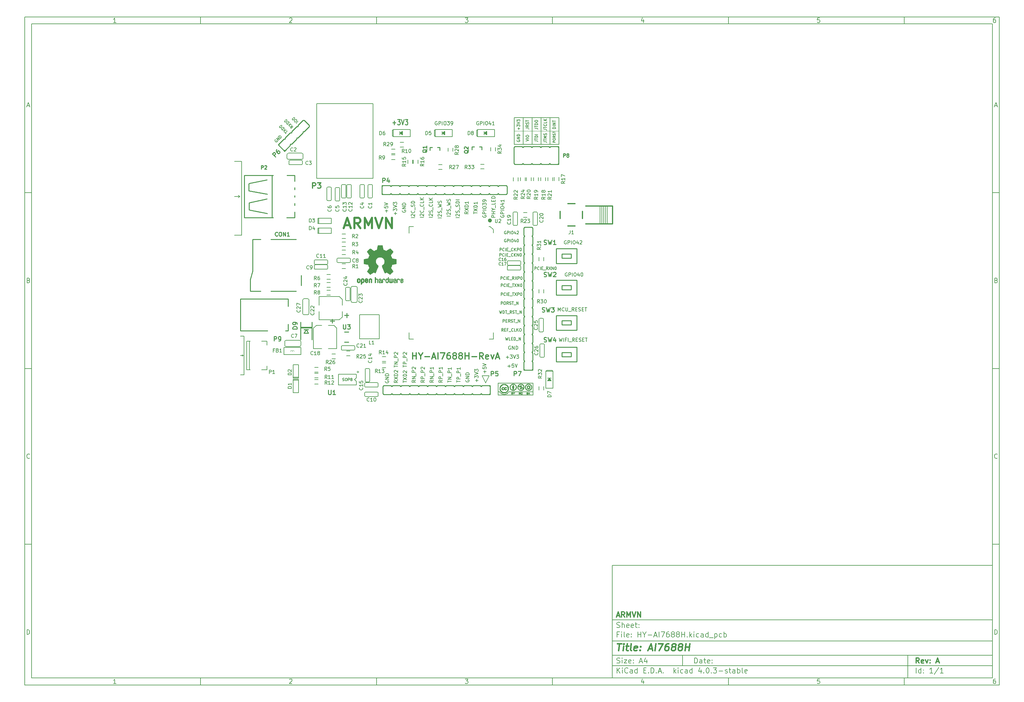
<source format=gto>
G04 #@! TF.FileFunction,Legend,Top*
%FSLAX46Y46*%
G04 Gerber Fmt 4.6, Leading zero omitted, Abs format (unit mm)*
G04 Created by KiCad (PCBNEW 4.0.3-stable) date 11/15/16 10:24:21*
%MOMM*%
%LPD*%
G01*
G04 APERTURE LIST*
%ADD10C,0.100000*%
%ADD11C,0.150000*%
%ADD12C,0.300000*%
%ADD13C,0.400000*%
%ADD14C,0.600000*%
%ADD15C,0.170000*%
%ADD16C,0.140000*%
%ADD17C,0.200000*%
%ADD18C,0.130000*%
%ADD19C,0.250000*%
%ADD20C,0.254000*%
%ADD21C,0.500000*%
%ADD22C,0.203200*%
%ADD23C,0.127000*%
%ADD24C,0.010000*%
%ADD25C,0.002540*%
%ADD26C,0.190500*%
%ADD27C,0.304800*%
G04 APERTURE END LIST*
D10*
D11*
X177002200Y-166007200D02*
X177002200Y-198007200D01*
X285002200Y-198007200D01*
X285002200Y-166007200D01*
X177002200Y-166007200D01*
D10*
D11*
X10000000Y-10000000D02*
X10000000Y-200007200D01*
X287002200Y-200007200D01*
X287002200Y-10000000D01*
X10000000Y-10000000D01*
D10*
D11*
X12000000Y-12000000D02*
X12000000Y-198007200D01*
X285002200Y-198007200D01*
X285002200Y-12000000D01*
X12000000Y-12000000D01*
D10*
D11*
X60000000Y-12000000D02*
X60000000Y-10000000D01*
D10*
D11*
X110000000Y-12000000D02*
X110000000Y-10000000D01*
D10*
D11*
X160000000Y-12000000D02*
X160000000Y-10000000D01*
D10*
D11*
X210000000Y-12000000D02*
X210000000Y-10000000D01*
D10*
D11*
X260000000Y-12000000D02*
X260000000Y-10000000D01*
D10*
D11*
X35990476Y-11588095D02*
X35247619Y-11588095D01*
X35619048Y-11588095D02*
X35619048Y-10288095D01*
X35495238Y-10473810D01*
X35371429Y-10597619D01*
X35247619Y-10659524D01*
D10*
D11*
X85247619Y-10411905D02*
X85309524Y-10350000D01*
X85433333Y-10288095D01*
X85742857Y-10288095D01*
X85866667Y-10350000D01*
X85928571Y-10411905D01*
X85990476Y-10535714D01*
X85990476Y-10659524D01*
X85928571Y-10845238D01*
X85185714Y-11588095D01*
X85990476Y-11588095D01*
D10*
D11*
X135185714Y-10288095D02*
X135990476Y-10288095D01*
X135557143Y-10783333D01*
X135742857Y-10783333D01*
X135866667Y-10845238D01*
X135928571Y-10907143D01*
X135990476Y-11030952D01*
X135990476Y-11340476D01*
X135928571Y-11464286D01*
X135866667Y-11526190D01*
X135742857Y-11588095D01*
X135371429Y-11588095D01*
X135247619Y-11526190D01*
X135185714Y-11464286D01*
D10*
D11*
X185866667Y-10721429D02*
X185866667Y-11588095D01*
X185557143Y-10226190D02*
X185247619Y-11154762D01*
X186052381Y-11154762D01*
D10*
D11*
X235928571Y-10288095D02*
X235309524Y-10288095D01*
X235247619Y-10907143D01*
X235309524Y-10845238D01*
X235433333Y-10783333D01*
X235742857Y-10783333D01*
X235866667Y-10845238D01*
X235928571Y-10907143D01*
X235990476Y-11030952D01*
X235990476Y-11340476D01*
X235928571Y-11464286D01*
X235866667Y-11526190D01*
X235742857Y-11588095D01*
X235433333Y-11588095D01*
X235309524Y-11526190D01*
X235247619Y-11464286D01*
D10*
D11*
X285866667Y-10288095D02*
X285619048Y-10288095D01*
X285495238Y-10350000D01*
X285433333Y-10411905D01*
X285309524Y-10597619D01*
X285247619Y-10845238D01*
X285247619Y-11340476D01*
X285309524Y-11464286D01*
X285371429Y-11526190D01*
X285495238Y-11588095D01*
X285742857Y-11588095D01*
X285866667Y-11526190D01*
X285928571Y-11464286D01*
X285990476Y-11340476D01*
X285990476Y-11030952D01*
X285928571Y-10907143D01*
X285866667Y-10845238D01*
X285742857Y-10783333D01*
X285495238Y-10783333D01*
X285371429Y-10845238D01*
X285309524Y-10907143D01*
X285247619Y-11030952D01*
D10*
D11*
X60000000Y-198007200D02*
X60000000Y-200007200D01*
D10*
D11*
X110000000Y-198007200D02*
X110000000Y-200007200D01*
D10*
D11*
X160000000Y-198007200D02*
X160000000Y-200007200D01*
D10*
D11*
X210000000Y-198007200D02*
X210000000Y-200007200D01*
D10*
D11*
X260000000Y-198007200D02*
X260000000Y-200007200D01*
D10*
D11*
X35990476Y-199595295D02*
X35247619Y-199595295D01*
X35619048Y-199595295D02*
X35619048Y-198295295D01*
X35495238Y-198481010D01*
X35371429Y-198604819D01*
X35247619Y-198666724D01*
D10*
D11*
X85247619Y-198419105D02*
X85309524Y-198357200D01*
X85433333Y-198295295D01*
X85742857Y-198295295D01*
X85866667Y-198357200D01*
X85928571Y-198419105D01*
X85990476Y-198542914D01*
X85990476Y-198666724D01*
X85928571Y-198852438D01*
X85185714Y-199595295D01*
X85990476Y-199595295D01*
D10*
D11*
X135185714Y-198295295D02*
X135990476Y-198295295D01*
X135557143Y-198790533D01*
X135742857Y-198790533D01*
X135866667Y-198852438D01*
X135928571Y-198914343D01*
X135990476Y-199038152D01*
X135990476Y-199347676D01*
X135928571Y-199471486D01*
X135866667Y-199533390D01*
X135742857Y-199595295D01*
X135371429Y-199595295D01*
X135247619Y-199533390D01*
X135185714Y-199471486D01*
D10*
D11*
X185866667Y-198728629D02*
X185866667Y-199595295D01*
X185557143Y-198233390D02*
X185247619Y-199161962D01*
X186052381Y-199161962D01*
D10*
D11*
X235928571Y-198295295D02*
X235309524Y-198295295D01*
X235247619Y-198914343D01*
X235309524Y-198852438D01*
X235433333Y-198790533D01*
X235742857Y-198790533D01*
X235866667Y-198852438D01*
X235928571Y-198914343D01*
X235990476Y-199038152D01*
X235990476Y-199347676D01*
X235928571Y-199471486D01*
X235866667Y-199533390D01*
X235742857Y-199595295D01*
X235433333Y-199595295D01*
X235309524Y-199533390D01*
X235247619Y-199471486D01*
D10*
D11*
X285866667Y-198295295D02*
X285619048Y-198295295D01*
X285495238Y-198357200D01*
X285433333Y-198419105D01*
X285309524Y-198604819D01*
X285247619Y-198852438D01*
X285247619Y-199347676D01*
X285309524Y-199471486D01*
X285371429Y-199533390D01*
X285495238Y-199595295D01*
X285742857Y-199595295D01*
X285866667Y-199533390D01*
X285928571Y-199471486D01*
X285990476Y-199347676D01*
X285990476Y-199038152D01*
X285928571Y-198914343D01*
X285866667Y-198852438D01*
X285742857Y-198790533D01*
X285495238Y-198790533D01*
X285371429Y-198852438D01*
X285309524Y-198914343D01*
X285247619Y-199038152D01*
D10*
D11*
X10000000Y-60000000D02*
X12000000Y-60000000D01*
D10*
D11*
X10000000Y-110000000D02*
X12000000Y-110000000D01*
D10*
D11*
X10000000Y-160000000D02*
X12000000Y-160000000D01*
D10*
D11*
X10690476Y-35216667D02*
X11309524Y-35216667D01*
X10566667Y-35588095D02*
X11000000Y-34288095D01*
X11433333Y-35588095D01*
D10*
D11*
X11092857Y-84907143D02*
X11278571Y-84969048D01*
X11340476Y-85030952D01*
X11402381Y-85154762D01*
X11402381Y-85340476D01*
X11340476Y-85464286D01*
X11278571Y-85526190D01*
X11154762Y-85588095D01*
X10659524Y-85588095D01*
X10659524Y-84288095D01*
X11092857Y-84288095D01*
X11216667Y-84350000D01*
X11278571Y-84411905D01*
X11340476Y-84535714D01*
X11340476Y-84659524D01*
X11278571Y-84783333D01*
X11216667Y-84845238D01*
X11092857Y-84907143D01*
X10659524Y-84907143D01*
D10*
D11*
X11402381Y-135464286D02*
X11340476Y-135526190D01*
X11154762Y-135588095D01*
X11030952Y-135588095D01*
X10845238Y-135526190D01*
X10721429Y-135402381D01*
X10659524Y-135278571D01*
X10597619Y-135030952D01*
X10597619Y-134845238D01*
X10659524Y-134597619D01*
X10721429Y-134473810D01*
X10845238Y-134350000D01*
X11030952Y-134288095D01*
X11154762Y-134288095D01*
X11340476Y-134350000D01*
X11402381Y-134411905D01*
D10*
D11*
X10659524Y-185588095D02*
X10659524Y-184288095D01*
X10969048Y-184288095D01*
X11154762Y-184350000D01*
X11278571Y-184473810D01*
X11340476Y-184597619D01*
X11402381Y-184845238D01*
X11402381Y-185030952D01*
X11340476Y-185278571D01*
X11278571Y-185402381D01*
X11154762Y-185526190D01*
X10969048Y-185588095D01*
X10659524Y-185588095D01*
D10*
D11*
X287002200Y-60000000D02*
X285002200Y-60000000D01*
D10*
D11*
X287002200Y-110000000D02*
X285002200Y-110000000D01*
D10*
D11*
X287002200Y-160000000D02*
X285002200Y-160000000D01*
D10*
D11*
X285692676Y-35216667D02*
X286311724Y-35216667D01*
X285568867Y-35588095D02*
X286002200Y-34288095D01*
X286435533Y-35588095D01*
D10*
D11*
X286095057Y-84907143D02*
X286280771Y-84969048D01*
X286342676Y-85030952D01*
X286404581Y-85154762D01*
X286404581Y-85340476D01*
X286342676Y-85464286D01*
X286280771Y-85526190D01*
X286156962Y-85588095D01*
X285661724Y-85588095D01*
X285661724Y-84288095D01*
X286095057Y-84288095D01*
X286218867Y-84350000D01*
X286280771Y-84411905D01*
X286342676Y-84535714D01*
X286342676Y-84659524D01*
X286280771Y-84783333D01*
X286218867Y-84845238D01*
X286095057Y-84907143D01*
X285661724Y-84907143D01*
D10*
D11*
X286404581Y-135464286D02*
X286342676Y-135526190D01*
X286156962Y-135588095D01*
X286033152Y-135588095D01*
X285847438Y-135526190D01*
X285723629Y-135402381D01*
X285661724Y-135278571D01*
X285599819Y-135030952D01*
X285599819Y-134845238D01*
X285661724Y-134597619D01*
X285723629Y-134473810D01*
X285847438Y-134350000D01*
X286033152Y-134288095D01*
X286156962Y-134288095D01*
X286342676Y-134350000D01*
X286404581Y-134411905D01*
D10*
D11*
X285661724Y-185588095D02*
X285661724Y-184288095D01*
X285971248Y-184288095D01*
X286156962Y-184350000D01*
X286280771Y-184473810D01*
X286342676Y-184597619D01*
X286404581Y-184845238D01*
X286404581Y-185030952D01*
X286342676Y-185278571D01*
X286280771Y-185402381D01*
X286156962Y-185526190D01*
X285971248Y-185588095D01*
X285661724Y-185588095D01*
D10*
D11*
X200359343Y-193785771D02*
X200359343Y-192285771D01*
X200716486Y-192285771D01*
X200930771Y-192357200D01*
X201073629Y-192500057D01*
X201145057Y-192642914D01*
X201216486Y-192928629D01*
X201216486Y-193142914D01*
X201145057Y-193428629D01*
X201073629Y-193571486D01*
X200930771Y-193714343D01*
X200716486Y-193785771D01*
X200359343Y-193785771D01*
X202502200Y-193785771D02*
X202502200Y-193000057D01*
X202430771Y-192857200D01*
X202287914Y-192785771D01*
X202002200Y-192785771D01*
X201859343Y-192857200D01*
X202502200Y-193714343D02*
X202359343Y-193785771D01*
X202002200Y-193785771D01*
X201859343Y-193714343D01*
X201787914Y-193571486D01*
X201787914Y-193428629D01*
X201859343Y-193285771D01*
X202002200Y-193214343D01*
X202359343Y-193214343D01*
X202502200Y-193142914D01*
X203002200Y-192785771D02*
X203573629Y-192785771D01*
X203216486Y-192285771D02*
X203216486Y-193571486D01*
X203287914Y-193714343D01*
X203430772Y-193785771D01*
X203573629Y-193785771D01*
X204645057Y-193714343D02*
X204502200Y-193785771D01*
X204216486Y-193785771D01*
X204073629Y-193714343D01*
X204002200Y-193571486D01*
X204002200Y-193000057D01*
X204073629Y-192857200D01*
X204216486Y-192785771D01*
X204502200Y-192785771D01*
X204645057Y-192857200D01*
X204716486Y-193000057D01*
X204716486Y-193142914D01*
X204002200Y-193285771D01*
X205359343Y-193642914D02*
X205430771Y-193714343D01*
X205359343Y-193785771D01*
X205287914Y-193714343D01*
X205359343Y-193642914D01*
X205359343Y-193785771D01*
X205359343Y-192857200D02*
X205430771Y-192928629D01*
X205359343Y-193000057D01*
X205287914Y-192928629D01*
X205359343Y-192857200D01*
X205359343Y-193000057D01*
D10*
D11*
X177002200Y-194507200D02*
X285002200Y-194507200D01*
D10*
D11*
X178359343Y-196585771D02*
X178359343Y-195085771D01*
X179216486Y-196585771D02*
X178573629Y-195728629D01*
X179216486Y-195085771D02*
X178359343Y-195942914D01*
X179859343Y-196585771D02*
X179859343Y-195585771D01*
X179859343Y-195085771D02*
X179787914Y-195157200D01*
X179859343Y-195228629D01*
X179930771Y-195157200D01*
X179859343Y-195085771D01*
X179859343Y-195228629D01*
X181430772Y-196442914D02*
X181359343Y-196514343D01*
X181145057Y-196585771D01*
X181002200Y-196585771D01*
X180787915Y-196514343D01*
X180645057Y-196371486D01*
X180573629Y-196228629D01*
X180502200Y-195942914D01*
X180502200Y-195728629D01*
X180573629Y-195442914D01*
X180645057Y-195300057D01*
X180787915Y-195157200D01*
X181002200Y-195085771D01*
X181145057Y-195085771D01*
X181359343Y-195157200D01*
X181430772Y-195228629D01*
X182716486Y-196585771D02*
X182716486Y-195800057D01*
X182645057Y-195657200D01*
X182502200Y-195585771D01*
X182216486Y-195585771D01*
X182073629Y-195657200D01*
X182716486Y-196514343D02*
X182573629Y-196585771D01*
X182216486Y-196585771D01*
X182073629Y-196514343D01*
X182002200Y-196371486D01*
X182002200Y-196228629D01*
X182073629Y-196085771D01*
X182216486Y-196014343D01*
X182573629Y-196014343D01*
X182716486Y-195942914D01*
X184073629Y-196585771D02*
X184073629Y-195085771D01*
X184073629Y-196514343D02*
X183930772Y-196585771D01*
X183645058Y-196585771D01*
X183502200Y-196514343D01*
X183430772Y-196442914D01*
X183359343Y-196300057D01*
X183359343Y-195871486D01*
X183430772Y-195728629D01*
X183502200Y-195657200D01*
X183645058Y-195585771D01*
X183930772Y-195585771D01*
X184073629Y-195657200D01*
X185930772Y-195800057D02*
X186430772Y-195800057D01*
X186645058Y-196585771D02*
X185930772Y-196585771D01*
X185930772Y-195085771D01*
X186645058Y-195085771D01*
X187287915Y-196442914D02*
X187359343Y-196514343D01*
X187287915Y-196585771D01*
X187216486Y-196514343D01*
X187287915Y-196442914D01*
X187287915Y-196585771D01*
X188002201Y-196585771D02*
X188002201Y-195085771D01*
X188359344Y-195085771D01*
X188573629Y-195157200D01*
X188716487Y-195300057D01*
X188787915Y-195442914D01*
X188859344Y-195728629D01*
X188859344Y-195942914D01*
X188787915Y-196228629D01*
X188716487Y-196371486D01*
X188573629Y-196514343D01*
X188359344Y-196585771D01*
X188002201Y-196585771D01*
X189502201Y-196442914D02*
X189573629Y-196514343D01*
X189502201Y-196585771D01*
X189430772Y-196514343D01*
X189502201Y-196442914D01*
X189502201Y-196585771D01*
X190145058Y-196157200D02*
X190859344Y-196157200D01*
X190002201Y-196585771D02*
X190502201Y-195085771D01*
X191002201Y-196585771D01*
X191502201Y-196442914D02*
X191573629Y-196514343D01*
X191502201Y-196585771D01*
X191430772Y-196514343D01*
X191502201Y-196442914D01*
X191502201Y-196585771D01*
X194502201Y-196585771D02*
X194502201Y-195085771D01*
X194645058Y-196014343D02*
X195073629Y-196585771D01*
X195073629Y-195585771D02*
X194502201Y-196157200D01*
X195716487Y-196585771D02*
X195716487Y-195585771D01*
X195716487Y-195085771D02*
X195645058Y-195157200D01*
X195716487Y-195228629D01*
X195787915Y-195157200D01*
X195716487Y-195085771D01*
X195716487Y-195228629D01*
X197073630Y-196514343D02*
X196930773Y-196585771D01*
X196645059Y-196585771D01*
X196502201Y-196514343D01*
X196430773Y-196442914D01*
X196359344Y-196300057D01*
X196359344Y-195871486D01*
X196430773Y-195728629D01*
X196502201Y-195657200D01*
X196645059Y-195585771D01*
X196930773Y-195585771D01*
X197073630Y-195657200D01*
X198359344Y-196585771D02*
X198359344Y-195800057D01*
X198287915Y-195657200D01*
X198145058Y-195585771D01*
X197859344Y-195585771D01*
X197716487Y-195657200D01*
X198359344Y-196514343D02*
X198216487Y-196585771D01*
X197859344Y-196585771D01*
X197716487Y-196514343D01*
X197645058Y-196371486D01*
X197645058Y-196228629D01*
X197716487Y-196085771D01*
X197859344Y-196014343D01*
X198216487Y-196014343D01*
X198359344Y-195942914D01*
X199716487Y-196585771D02*
X199716487Y-195085771D01*
X199716487Y-196514343D02*
X199573630Y-196585771D01*
X199287916Y-196585771D01*
X199145058Y-196514343D01*
X199073630Y-196442914D01*
X199002201Y-196300057D01*
X199002201Y-195871486D01*
X199073630Y-195728629D01*
X199145058Y-195657200D01*
X199287916Y-195585771D01*
X199573630Y-195585771D01*
X199716487Y-195657200D01*
X202216487Y-195585771D02*
X202216487Y-196585771D01*
X201859344Y-195014343D02*
X201502201Y-196085771D01*
X202430773Y-196085771D01*
X203002201Y-196442914D02*
X203073629Y-196514343D01*
X203002201Y-196585771D01*
X202930772Y-196514343D01*
X203002201Y-196442914D01*
X203002201Y-196585771D01*
X204002201Y-195085771D02*
X204145058Y-195085771D01*
X204287915Y-195157200D01*
X204359344Y-195228629D01*
X204430773Y-195371486D01*
X204502201Y-195657200D01*
X204502201Y-196014343D01*
X204430773Y-196300057D01*
X204359344Y-196442914D01*
X204287915Y-196514343D01*
X204145058Y-196585771D01*
X204002201Y-196585771D01*
X203859344Y-196514343D01*
X203787915Y-196442914D01*
X203716487Y-196300057D01*
X203645058Y-196014343D01*
X203645058Y-195657200D01*
X203716487Y-195371486D01*
X203787915Y-195228629D01*
X203859344Y-195157200D01*
X204002201Y-195085771D01*
X205145058Y-196442914D02*
X205216486Y-196514343D01*
X205145058Y-196585771D01*
X205073629Y-196514343D01*
X205145058Y-196442914D01*
X205145058Y-196585771D01*
X205716487Y-195085771D02*
X206645058Y-195085771D01*
X206145058Y-195657200D01*
X206359344Y-195657200D01*
X206502201Y-195728629D01*
X206573630Y-195800057D01*
X206645058Y-195942914D01*
X206645058Y-196300057D01*
X206573630Y-196442914D01*
X206502201Y-196514343D01*
X206359344Y-196585771D01*
X205930772Y-196585771D01*
X205787915Y-196514343D01*
X205716487Y-196442914D01*
X207287915Y-196014343D02*
X208430772Y-196014343D01*
X209073629Y-196514343D02*
X209216486Y-196585771D01*
X209502201Y-196585771D01*
X209645058Y-196514343D01*
X209716486Y-196371486D01*
X209716486Y-196300057D01*
X209645058Y-196157200D01*
X209502201Y-196085771D01*
X209287915Y-196085771D01*
X209145058Y-196014343D01*
X209073629Y-195871486D01*
X209073629Y-195800057D01*
X209145058Y-195657200D01*
X209287915Y-195585771D01*
X209502201Y-195585771D01*
X209645058Y-195657200D01*
X210145058Y-195585771D02*
X210716487Y-195585771D01*
X210359344Y-195085771D02*
X210359344Y-196371486D01*
X210430772Y-196514343D01*
X210573630Y-196585771D01*
X210716487Y-196585771D01*
X211859344Y-196585771D02*
X211859344Y-195800057D01*
X211787915Y-195657200D01*
X211645058Y-195585771D01*
X211359344Y-195585771D01*
X211216487Y-195657200D01*
X211859344Y-196514343D02*
X211716487Y-196585771D01*
X211359344Y-196585771D01*
X211216487Y-196514343D01*
X211145058Y-196371486D01*
X211145058Y-196228629D01*
X211216487Y-196085771D01*
X211359344Y-196014343D01*
X211716487Y-196014343D01*
X211859344Y-195942914D01*
X212573630Y-196585771D02*
X212573630Y-195085771D01*
X212573630Y-195657200D02*
X212716487Y-195585771D01*
X213002201Y-195585771D01*
X213145058Y-195657200D01*
X213216487Y-195728629D01*
X213287916Y-195871486D01*
X213287916Y-196300057D01*
X213216487Y-196442914D01*
X213145058Y-196514343D01*
X213002201Y-196585771D01*
X212716487Y-196585771D01*
X212573630Y-196514343D01*
X214145059Y-196585771D02*
X214002201Y-196514343D01*
X213930773Y-196371486D01*
X213930773Y-195085771D01*
X215287915Y-196514343D02*
X215145058Y-196585771D01*
X214859344Y-196585771D01*
X214716487Y-196514343D01*
X214645058Y-196371486D01*
X214645058Y-195800057D01*
X214716487Y-195657200D01*
X214859344Y-195585771D01*
X215145058Y-195585771D01*
X215287915Y-195657200D01*
X215359344Y-195800057D01*
X215359344Y-195942914D01*
X214645058Y-196085771D01*
D10*
D11*
X177002200Y-191507200D02*
X285002200Y-191507200D01*
D10*
D12*
X264216486Y-193785771D02*
X263716486Y-193071486D01*
X263359343Y-193785771D02*
X263359343Y-192285771D01*
X263930771Y-192285771D01*
X264073629Y-192357200D01*
X264145057Y-192428629D01*
X264216486Y-192571486D01*
X264216486Y-192785771D01*
X264145057Y-192928629D01*
X264073629Y-193000057D01*
X263930771Y-193071486D01*
X263359343Y-193071486D01*
X265430771Y-193714343D02*
X265287914Y-193785771D01*
X265002200Y-193785771D01*
X264859343Y-193714343D01*
X264787914Y-193571486D01*
X264787914Y-193000057D01*
X264859343Y-192857200D01*
X265002200Y-192785771D01*
X265287914Y-192785771D01*
X265430771Y-192857200D01*
X265502200Y-193000057D01*
X265502200Y-193142914D01*
X264787914Y-193285771D01*
X266002200Y-192785771D02*
X266359343Y-193785771D01*
X266716485Y-192785771D01*
X267287914Y-193642914D02*
X267359342Y-193714343D01*
X267287914Y-193785771D01*
X267216485Y-193714343D01*
X267287914Y-193642914D01*
X267287914Y-193785771D01*
X267287914Y-192857200D02*
X267359342Y-192928629D01*
X267287914Y-193000057D01*
X267216485Y-192928629D01*
X267287914Y-192857200D01*
X267287914Y-193000057D01*
X269073628Y-193357200D02*
X269787914Y-193357200D01*
X268930771Y-193785771D02*
X269430771Y-192285771D01*
X269930771Y-193785771D01*
D10*
D11*
X178287914Y-193714343D02*
X178502200Y-193785771D01*
X178859343Y-193785771D01*
X179002200Y-193714343D01*
X179073629Y-193642914D01*
X179145057Y-193500057D01*
X179145057Y-193357200D01*
X179073629Y-193214343D01*
X179002200Y-193142914D01*
X178859343Y-193071486D01*
X178573629Y-193000057D01*
X178430771Y-192928629D01*
X178359343Y-192857200D01*
X178287914Y-192714343D01*
X178287914Y-192571486D01*
X178359343Y-192428629D01*
X178430771Y-192357200D01*
X178573629Y-192285771D01*
X178930771Y-192285771D01*
X179145057Y-192357200D01*
X179787914Y-193785771D02*
X179787914Y-192785771D01*
X179787914Y-192285771D02*
X179716485Y-192357200D01*
X179787914Y-192428629D01*
X179859342Y-192357200D01*
X179787914Y-192285771D01*
X179787914Y-192428629D01*
X180359343Y-192785771D02*
X181145057Y-192785771D01*
X180359343Y-193785771D01*
X181145057Y-193785771D01*
X182287914Y-193714343D02*
X182145057Y-193785771D01*
X181859343Y-193785771D01*
X181716486Y-193714343D01*
X181645057Y-193571486D01*
X181645057Y-193000057D01*
X181716486Y-192857200D01*
X181859343Y-192785771D01*
X182145057Y-192785771D01*
X182287914Y-192857200D01*
X182359343Y-193000057D01*
X182359343Y-193142914D01*
X181645057Y-193285771D01*
X183002200Y-193642914D02*
X183073628Y-193714343D01*
X183002200Y-193785771D01*
X182930771Y-193714343D01*
X183002200Y-193642914D01*
X183002200Y-193785771D01*
X183002200Y-192857200D02*
X183073628Y-192928629D01*
X183002200Y-193000057D01*
X182930771Y-192928629D01*
X183002200Y-192857200D01*
X183002200Y-193000057D01*
X184787914Y-193357200D02*
X185502200Y-193357200D01*
X184645057Y-193785771D02*
X185145057Y-192285771D01*
X185645057Y-193785771D01*
X186787914Y-192785771D02*
X186787914Y-193785771D01*
X186430771Y-192214343D02*
X186073628Y-193285771D01*
X187002200Y-193285771D01*
D10*
D11*
X263359343Y-196585771D02*
X263359343Y-195085771D01*
X264716486Y-196585771D02*
X264716486Y-195085771D01*
X264716486Y-196514343D02*
X264573629Y-196585771D01*
X264287915Y-196585771D01*
X264145057Y-196514343D01*
X264073629Y-196442914D01*
X264002200Y-196300057D01*
X264002200Y-195871486D01*
X264073629Y-195728629D01*
X264145057Y-195657200D01*
X264287915Y-195585771D01*
X264573629Y-195585771D01*
X264716486Y-195657200D01*
X265430772Y-196442914D02*
X265502200Y-196514343D01*
X265430772Y-196585771D01*
X265359343Y-196514343D01*
X265430772Y-196442914D01*
X265430772Y-196585771D01*
X265430772Y-195657200D02*
X265502200Y-195728629D01*
X265430772Y-195800057D01*
X265359343Y-195728629D01*
X265430772Y-195657200D01*
X265430772Y-195800057D01*
X268073629Y-196585771D02*
X267216486Y-196585771D01*
X267645058Y-196585771D02*
X267645058Y-195085771D01*
X267502201Y-195300057D01*
X267359343Y-195442914D01*
X267216486Y-195514343D01*
X269787914Y-195014343D02*
X268502200Y-196942914D01*
X271073629Y-196585771D02*
X270216486Y-196585771D01*
X270645058Y-196585771D02*
X270645058Y-195085771D01*
X270502201Y-195300057D01*
X270359343Y-195442914D01*
X270216486Y-195514343D01*
D10*
D11*
X177002200Y-187507200D02*
X285002200Y-187507200D01*
D10*
D13*
X178454581Y-188211962D02*
X179597438Y-188211962D01*
X178776010Y-190211962D02*
X179026010Y-188211962D01*
X180014105Y-190211962D02*
X180180771Y-188878629D01*
X180264105Y-188211962D02*
X180156962Y-188307200D01*
X180240295Y-188402438D01*
X180347439Y-188307200D01*
X180264105Y-188211962D01*
X180240295Y-188402438D01*
X180847438Y-188878629D02*
X181609343Y-188878629D01*
X181216486Y-188211962D02*
X181002200Y-189926248D01*
X181073630Y-190116724D01*
X181252201Y-190211962D01*
X181442677Y-190211962D01*
X182395058Y-190211962D02*
X182216487Y-190116724D01*
X182145057Y-189926248D01*
X182359343Y-188211962D01*
X183930772Y-190116724D02*
X183728391Y-190211962D01*
X183347439Y-190211962D01*
X183168867Y-190116724D01*
X183097438Y-189926248D01*
X183192676Y-189164343D01*
X183311724Y-188973867D01*
X183514105Y-188878629D01*
X183895057Y-188878629D01*
X184073629Y-188973867D01*
X184145057Y-189164343D01*
X184121248Y-189354819D01*
X183145057Y-189545295D01*
X184895057Y-190021486D02*
X184978392Y-190116724D01*
X184871248Y-190211962D01*
X184787915Y-190116724D01*
X184895057Y-190021486D01*
X184871248Y-190211962D01*
X185026010Y-188973867D02*
X185109344Y-189069105D01*
X185002200Y-189164343D01*
X184918867Y-189069105D01*
X185026010Y-188973867D01*
X185002200Y-189164343D01*
X187323629Y-189640533D02*
X188276010Y-189640533D01*
X187061725Y-190211962D02*
X187978392Y-188211962D01*
X188395059Y-190211962D01*
X189061725Y-190211962D02*
X189311725Y-188211962D01*
X190073630Y-188211962D02*
X191406964Y-188211962D01*
X190299821Y-190211962D01*
X193026011Y-188211962D02*
X192645059Y-188211962D01*
X192442678Y-188307200D01*
X192335535Y-188402438D01*
X192109344Y-188688152D01*
X191966487Y-189069105D01*
X191871249Y-189831010D01*
X191942677Y-190021486D01*
X192026012Y-190116724D01*
X192204583Y-190211962D01*
X192585535Y-190211962D01*
X192787916Y-190116724D01*
X192895058Y-190021486D01*
X193014107Y-189831010D01*
X193073631Y-189354819D01*
X193002201Y-189164343D01*
X192918868Y-189069105D01*
X192740297Y-188973867D01*
X192359345Y-188973867D01*
X192156964Y-189069105D01*
X192049820Y-189164343D01*
X191930773Y-189354819D01*
X194252202Y-189069105D02*
X194073631Y-188973867D01*
X193990296Y-188878629D01*
X193918868Y-188688152D01*
X193930773Y-188592914D01*
X194049820Y-188402438D01*
X194156964Y-188307200D01*
X194359345Y-188211962D01*
X194740297Y-188211962D01*
X194918868Y-188307200D01*
X195002201Y-188402438D01*
X195073631Y-188592914D01*
X195061726Y-188688152D01*
X194942677Y-188878629D01*
X194835535Y-188973867D01*
X194633154Y-189069105D01*
X194252202Y-189069105D01*
X194049821Y-189164343D01*
X193942677Y-189259581D01*
X193823630Y-189450057D01*
X193776011Y-189831010D01*
X193847439Y-190021486D01*
X193930774Y-190116724D01*
X194109345Y-190211962D01*
X194490297Y-190211962D01*
X194692678Y-190116724D01*
X194799820Y-190021486D01*
X194918869Y-189831010D01*
X194966488Y-189450057D01*
X194895058Y-189259581D01*
X194811725Y-189164343D01*
X194633154Y-189069105D01*
X196156964Y-189069105D02*
X195978393Y-188973867D01*
X195895058Y-188878629D01*
X195823630Y-188688152D01*
X195835535Y-188592914D01*
X195954582Y-188402438D01*
X196061726Y-188307200D01*
X196264107Y-188211962D01*
X196645059Y-188211962D01*
X196823630Y-188307200D01*
X196906963Y-188402438D01*
X196978393Y-188592914D01*
X196966488Y-188688152D01*
X196847439Y-188878629D01*
X196740297Y-188973867D01*
X196537916Y-189069105D01*
X196156964Y-189069105D01*
X195954583Y-189164343D01*
X195847439Y-189259581D01*
X195728392Y-189450057D01*
X195680773Y-189831010D01*
X195752201Y-190021486D01*
X195835536Y-190116724D01*
X196014107Y-190211962D01*
X196395059Y-190211962D01*
X196597440Y-190116724D01*
X196704582Y-190021486D01*
X196823631Y-189831010D01*
X196871250Y-189450057D01*
X196799820Y-189259581D01*
X196716487Y-189164343D01*
X196537916Y-189069105D01*
X197633154Y-190211962D02*
X197883154Y-188211962D01*
X197764106Y-189164343D02*
X198906964Y-189164343D01*
X198776012Y-190211962D02*
X199026012Y-188211962D01*
D10*
D11*
X178859343Y-185600057D02*
X178359343Y-185600057D01*
X178359343Y-186385771D02*
X178359343Y-184885771D01*
X179073629Y-184885771D01*
X179645057Y-186385771D02*
X179645057Y-185385771D01*
X179645057Y-184885771D02*
X179573628Y-184957200D01*
X179645057Y-185028629D01*
X179716485Y-184957200D01*
X179645057Y-184885771D01*
X179645057Y-185028629D01*
X180573629Y-186385771D02*
X180430771Y-186314343D01*
X180359343Y-186171486D01*
X180359343Y-184885771D01*
X181716485Y-186314343D02*
X181573628Y-186385771D01*
X181287914Y-186385771D01*
X181145057Y-186314343D01*
X181073628Y-186171486D01*
X181073628Y-185600057D01*
X181145057Y-185457200D01*
X181287914Y-185385771D01*
X181573628Y-185385771D01*
X181716485Y-185457200D01*
X181787914Y-185600057D01*
X181787914Y-185742914D01*
X181073628Y-185885771D01*
X182430771Y-186242914D02*
X182502199Y-186314343D01*
X182430771Y-186385771D01*
X182359342Y-186314343D01*
X182430771Y-186242914D01*
X182430771Y-186385771D01*
X182430771Y-185457200D02*
X182502199Y-185528629D01*
X182430771Y-185600057D01*
X182359342Y-185528629D01*
X182430771Y-185457200D01*
X182430771Y-185600057D01*
X184287914Y-186385771D02*
X184287914Y-184885771D01*
X184287914Y-185600057D02*
X185145057Y-185600057D01*
X185145057Y-186385771D02*
X185145057Y-184885771D01*
X186145057Y-185671486D02*
X186145057Y-186385771D01*
X185645057Y-184885771D02*
X186145057Y-185671486D01*
X186645057Y-184885771D01*
X187145057Y-185814343D02*
X188287914Y-185814343D01*
X188930771Y-185957200D02*
X189645057Y-185957200D01*
X188787914Y-186385771D02*
X189287914Y-184885771D01*
X189787914Y-186385771D01*
X190287914Y-186385771D02*
X190287914Y-184885771D01*
X190859343Y-184885771D02*
X191859343Y-184885771D01*
X191216486Y-186385771D01*
X193073628Y-184885771D02*
X192787914Y-184885771D01*
X192645057Y-184957200D01*
X192573628Y-185028629D01*
X192430771Y-185242914D01*
X192359342Y-185528629D01*
X192359342Y-186100057D01*
X192430771Y-186242914D01*
X192502199Y-186314343D01*
X192645057Y-186385771D01*
X192930771Y-186385771D01*
X193073628Y-186314343D01*
X193145057Y-186242914D01*
X193216485Y-186100057D01*
X193216485Y-185742914D01*
X193145057Y-185600057D01*
X193073628Y-185528629D01*
X192930771Y-185457200D01*
X192645057Y-185457200D01*
X192502199Y-185528629D01*
X192430771Y-185600057D01*
X192359342Y-185742914D01*
X194073628Y-185528629D02*
X193930770Y-185457200D01*
X193859342Y-185385771D01*
X193787913Y-185242914D01*
X193787913Y-185171486D01*
X193859342Y-185028629D01*
X193930770Y-184957200D01*
X194073628Y-184885771D01*
X194359342Y-184885771D01*
X194502199Y-184957200D01*
X194573628Y-185028629D01*
X194645056Y-185171486D01*
X194645056Y-185242914D01*
X194573628Y-185385771D01*
X194502199Y-185457200D01*
X194359342Y-185528629D01*
X194073628Y-185528629D01*
X193930770Y-185600057D01*
X193859342Y-185671486D01*
X193787913Y-185814343D01*
X193787913Y-186100057D01*
X193859342Y-186242914D01*
X193930770Y-186314343D01*
X194073628Y-186385771D01*
X194359342Y-186385771D01*
X194502199Y-186314343D01*
X194573628Y-186242914D01*
X194645056Y-186100057D01*
X194645056Y-185814343D01*
X194573628Y-185671486D01*
X194502199Y-185600057D01*
X194359342Y-185528629D01*
X195502199Y-185528629D02*
X195359341Y-185457200D01*
X195287913Y-185385771D01*
X195216484Y-185242914D01*
X195216484Y-185171486D01*
X195287913Y-185028629D01*
X195359341Y-184957200D01*
X195502199Y-184885771D01*
X195787913Y-184885771D01*
X195930770Y-184957200D01*
X196002199Y-185028629D01*
X196073627Y-185171486D01*
X196073627Y-185242914D01*
X196002199Y-185385771D01*
X195930770Y-185457200D01*
X195787913Y-185528629D01*
X195502199Y-185528629D01*
X195359341Y-185600057D01*
X195287913Y-185671486D01*
X195216484Y-185814343D01*
X195216484Y-186100057D01*
X195287913Y-186242914D01*
X195359341Y-186314343D01*
X195502199Y-186385771D01*
X195787913Y-186385771D01*
X195930770Y-186314343D01*
X196002199Y-186242914D01*
X196073627Y-186100057D01*
X196073627Y-185814343D01*
X196002199Y-185671486D01*
X195930770Y-185600057D01*
X195787913Y-185528629D01*
X196716484Y-186385771D02*
X196716484Y-184885771D01*
X196716484Y-185600057D02*
X197573627Y-185600057D01*
X197573627Y-186385771D02*
X197573627Y-184885771D01*
X198287913Y-186242914D02*
X198359341Y-186314343D01*
X198287913Y-186385771D01*
X198216484Y-186314343D01*
X198287913Y-186242914D01*
X198287913Y-186385771D01*
X199002199Y-186385771D02*
X199002199Y-184885771D01*
X199145056Y-185814343D02*
X199573627Y-186385771D01*
X199573627Y-185385771D02*
X199002199Y-185957200D01*
X200216485Y-186385771D02*
X200216485Y-185385771D01*
X200216485Y-184885771D02*
X200145056Y-184957200D01*
X200216485Y-185028629D01*
X200287913Y-184957200D01*
X200216485Y-184885771D01*
X200216485Y-185028629D01*
X201573628Y-186314343D02*
X201430771Y-186385771D01*
X201145057Y-186385771D01*
X201002199Y-186314343D01*
X200930771Y-186242914D01*
X200859342Y-186100057D01*
X200859342Y-185671486D01*
X200930771Y-185528629D01*
X201002199Y-185457200D01*
X201145057Y-185385771D01*
X201430771Y-185385771D01*
X201573628Y-185457200D01*
X202859342Y-186385771D02*
X202859342Y-185600057D01*
X202787913Y-185457200D01*
X202645056Y-185385771D01*
X202359342Y-185385771D01*
X202216485Y-185457200D01*
X202859342Y-186314343D02*
X202716485Y-186385771D01*
X202359342Y-186385771D01*
X202216485Y-186314343D01*
X202145056Y-186171486D01*
X202145056Y-186028629D01*
X202216485Y-185885771D01*
X202359342Y-185814343D01*
X202716485Y-185814343D01*
X202859342Y-185742914D01*
X204216485Y-186385771D02*
X204216485Y-184885771D01*
X204216485Y-186314343D02*
X204073628Y-186385771D01*
X203787914Y-186385771D01*
X203645056Y-186314343D01*
X203573628Y-186242914D01*
X203502199Y-186100057D01*
X203502199Y-185671486D01*
X203573628Y-185528629D01*
X203645056Y-185457200D01*
X203787914Y-185385771D01*
X204073628Y-185385771D01*
X204216485Y-185457200D01*
X204573628Y-186528629D02*
X205716485Y-186528629D01*
X206073628Y-185385771D02*
X206073628Y-186885771D01*
X206073628Y-185457200D02*
X206216485Y-185385771D01*
X206502199Y-185385771D01*
X206645056Y-185457200D01*
X206716485Y-185528629D01*
X206787914Y-185671486D01*
X206787914Y-186100057D01*
X206716485Y-186242914D01*
X206645056Y-186314343D01*
X206502199Y-186385771D01*
X206216485Y-186385771D01*
X206073628Y-186314343D01*
X208073628Y-186314343D02*
X207930771Y-186385771D01*
X207645057Y-186385771D01*
X207502199Y-186314343D01*
X207430771Y-186242914D01*
X207359342Y-186100057D01*
X207359342Y-185671486D01*
X207430771Y-185528629D01*
X207502199Y-185457200D01*
X207645057Y-185385771D01*
X207930771Y-185385771D01*
X208073628Y-185457200D01*
X208716485Y-186385771D02*
X208716485Y-184885771D01*
X208716485Y-185457200D02*
X208859342Y-185385771D01*
X209145056Y-185385771D01*
X209287913Y-185457200D01*
X209359342Y-185528629D01*
X209430771Y-185671486D01*
X209430771Y-186100057D01*
X209359342Y-186242914D01*
X209287913Y-186314343D01*
X209145056Y-186385771D01*
X208859342Y-186385771D01*
X208716485Y-186314343D01*
D10*
D11*
X177002200Y-181507200D02*
X285002200Y-181507200D01*
D10*
D11*
X178287914Y-183614343D02*
X178502200Y-183685771D01*
X178859343Y-183685771D01*
X179002200Y-183614343D01*
X179073629Y-183542914D01*
X179145057Y-183400057D01*
X179145057Y-183257200D01*
X179073629Y-183114343D01*
X179002200Y-183042914D01*
X178859343Y-182971486D01*
X178573629Y-182900057D01*
X178430771Y-182828629D01*
X178359343Y-182757200D01*
X178287914Y-182614343D01*
X178287914Y-182471486D01*
X178359343Y-182328629D01*
X178430771Y-182257200D01*
X178573629Y-182185771D01*
X178930771Y-182185771D01*
X179145057Y-182257200D01*
X179787914Y-183685771D02*
X179787914Y-182185771D01*
X180430771Y-183685771D02*
X180430771Y-182900057D01*
X180359342Y-182757200D01*
X180216485Y-182685771D01*
X180002200Y-182685771D01*
X179859342Y-182757200D01*
X179787914Y-182828629D01*
X181716485Y-183614343D02*
X181573628Y-183685771D01*
X181287914Y-183685771D01*
X181145057Y-183614343D01*
X181073628Y-183471486D01*
X181073628Y-182900057D01*
X181145057Y-182757200D01*
X181287914Y-182685771D01*
X181573628Y-182685771D01*
X181716485Y-182757200D01*
X181787914Y-182900057D01*
X181787914Y-183042914D01*
X181073628Y-183185771D01*
X183002199Y-183614343D02*
X182859342Y-183685771D01*
X182573628Y-183685771D01*
X182430771Y-183614343D01*
X182359342Y-183471486D01*
X182359342Y-182900057D01*
X182430771Y-182757200D01*
X182573628Y-182685771D01*
X182859342Y-182685771D01*
X183002199Y-182757200D01*
X183073628Y-182900057D01*
X183073628Y-183042914D01*
X182359342Y-183185771D01*
X183502199Y-182685771D02*
X184073628Y-182685771D01*
X183716485Y-182185771D02*
X183716485Y-183471486D01*
X183787913Y-183614343D01*
X183930771Y-183685771D01*
X184073628Y-183685771D01*
X184573628Y-183542914D02*
X184645056Y-183614343D01*
X184573628Y-183685771D01*
X184502199Y-183614343D01*
X184573628Y-183542914D01*
X184573628Y-183685771D01*
X184573628Y-182757200D02*
X184645056Y-182828629D01*
X184573628Y-182900057D01*
X184502199Y-182828629D01*
X184573628Y-182757200D01*
X184573628Y-182900057D01*
D10*
D12*
X178287914Y-180257200D02*
X179002200Y-180257200D01*
X178145057Y-180685771D02*
X178645057Y-179185771D01*
X179145057Y-180685771D01*
X180502200Y-180685771D02*
X180002200Y-179971486D01*
X179645057Y-180685771D02*
X179645057Y-179185771D01*
X180216485Y-179185771D01*
X180359343Y-179257200D01*
X180430771Y-179328629D01*
X180502200Y-179471486D01*
X180502200Y-179685771D01*
X180430771Y-179828629D01*
X180359343Y-179900057D01*
X180216485Y-179971486D01*
X179645057Y-179971486D01*
X181145057Y-180685771D02*
X181145057Y-179185771D01*
X181645057Y-180257200D01*
X182145057Y-179185771D01*
X182145057Y-180685771D01*
X182645057Y-179185771D02*
X183145057Y-180685771D01*
X183645057Y-179185771D01*
X184145057Y-180685771D02*
X184145057Y-179185771D01*
X185002200Y-180685771D01*
X185002200Y-179185771D01*
D10*
D11*
X197002200Y-191507200D02*
X197002200Y-194507200D01*
D10*
D11*
X261002200Y-191507200D02*
X261002200Y-198007200D01*
D14*
X100910286Y-69207000D02*
X102338857Y-69207000D01*
X100624571Y-70064143D02*
X101624571Y-67064143D01*
X102624571Y-70064143D01*
X105338857Y-70064143D02*
X104338857Y-68635571D01*
X103624572Y-70064143D02*
X103624572Y-67064143D01*
X104767429Y-67064143D01*
X105053143Y-67207000D01*
X105196000Y-67349857D01*
X105338857Y-67635571D01*
X105338857Y-68064143D01*
X105196000Y-68349857D01*
X105053143Y-68492714D01*
X104767429Y-68635571D01*
X103624572Y-68635571D01*
X106624572Y-70064143D02*
X106624572Y-67064143D01*
X107624572Y-69207000D01*
X108624572Y-67064143D01*
X108624572Y-70064143D01*
X109624571Y-67064143D02*
X110624571Y-70064143D01*
X111624571Y-67064143D01*
X112624572Y-70064143D02*
X112624572Y-67064143D01*
X114338857Y-70064143D01*
X114338857Y-67064143D01*
D12*
X120285714Y-107314286D02*
X120285714Y-105514286D01*
X120285714Y-106371429D02*
X121314286Y-106371429D01*
X121314286Y-107314286D02*
X121314286Y-105514286D01*
X122514286Y-106457143D02*
X122514286Y-107314286D01*
X121914286Y-105514286D02*
X122514286Y-106457143D01*
X123114286Y-105514286D01*
X123714285Y-106628571D02*
X125085714Y-106628571D01*
X125857142Y-106800000D02*
X126714285Y-106800000D01*
X125685714Y-107314286D02*
X126285714Y-105514286D01*
X126885714Y-107314286D01*
X127485713Y-107314286D02*
X127485713Y-105514286D01*
X128171428Y-105514286D02*
X129371428Y-105514286D01*
X128599999Y-107314286D01*
X130828571Y-105514286D02*
X130485714Y-105514286D01*
X130314285Y-105600000D01*
X130228571Y-105685714D01*
X130057142Y-105942857D01*
X129971428Y-106285714D01*
X129971428Y-106971429D01*
X130057142Y-107142857D01*
X130142857Y-107228571D01*
X130314285Y-107314286D01*
X130657142Y-107314286D01*
X130828571Y-107228571D01*
X130914285Y-107142857D01*
X131000000Y-106971429D01*
X131000000Y-106542857D01*
X130914285Y-106371429D01*
X130828571Y-106285714D01*
X130657142Y-106200000D01*
X130314285Y-106200000D01*
X130142857Y-106285714D01*
X130057142Y-106371429D01*
X129971428Y-106542857D01*
X132028571Y-106285714D02*
X131857143Y-106200000D01*
X131771428Y-106114286D01*
X131685714Y-105942857D01*
X131685714Y-105857143D01*
X131771428Y-105685714D01*
X131857143Y-105600000D01*
X132028571Y-105514286D01*
X132371428Y-105514286D01*
X132542857Y-105600000D01*
X132628571Y-105685714D01*
X132714286Y-105857143D01*
X132714286Y-105942857D01*
X132628571Y-106114286D01*
X132542857Y-106200000D01*
X132371428Y-106285714D01*
X132028571Y-106285714D01*
X131857143Y-106371429D01*
X131771428Y-106457143D01*
X131685714Y-106628571D01*
X131685714Y-106971429D01*
X131771428Y-107142857D01*
X131857143Y-107228571D01*
X132028571Y-107314286D01*
X132371428Y-107314286D01*
X132542857Y-107228571D01*
X132628571Y-107142857D01*
X132714286Y-106971429D01*
X132714286Y-106628571D01*
X132628571Y-106457143D01*
X132542857Y-106371429D01*
X132371428Y-106285714D01*
X133742857Y-106285714D02*
X133571429Y-106200000D01*
X133485714Y-106114286D01*
X133400000Y-105942857D01*
X133400000Y-105857143D01*
X133485714Y-105685714D01*
X133571429Y-105600000D01*
X133742857Y-105514286D01*
X134085714Y-105514286D01*
X134257143Y-105600000D01*
X134342857Y-105685714D01*
X134428572Y-105857143D01*
X134428572Y-105942857D01*
X134342857Y-106114286D01*
X134257143Y-106200000D01*
X134085714Y-106285714D01*
X133742857Y-106285714D01*
X133571429Y-106371429D01*
X133485714Y-106457143D01*
X133400000Y-106628571D01*
X133400000Y-106971429D01*
X133485714Y-107142857D01*
X133571429Y-107228571D01*
X133742857Y-107314286D01*
X134085714Y-107314286D01*
X134257143Y-107228571D01*
X134342857Y-107142857D01*
X134428572Y-106971429D01*
X134428572Y-106628571D01*
X134342857Y-106457143D01*
X134257143Y-106371429D01*
X134085714Y-106285714D01*
X135200000Y-107314286D02*
X135200000Y-105514286D01*
X135200000Y-106371429D02*
X136228572Y-106371429D01*
X136228572Y-107314286D02*
X136228572Y-105514286D01*
X137085714Y-106628571D02*
X138457143Y-106628571D01*
X140342857Y-107314286D02*
X139742857Y-106457143D01*
X139314285Y-107314286D02*
X139314285Y-105514286D01*
X140000000Y-105514286D01*
X140171428Y-105600000D01*
X140257143Y-105685714D01*
X140342857Y-105857143D01*
X140342857Y-106114286D01*
X140257143Y-106285714D01*
X140171428Y-106371429D01*
X140000000Y-106457143D01*
X139314285Y-106457143D01*
X141800000Y-107228571D02*
X141628571Y-107314286D01*
X141285714Y-107314286D01*
X141114285Y-107228571D01*
X141028571Y-107057143D01*
X141028571Y-106371429D01*
X141114285Y-106200000D01*
X141285714Y-106114286D01*
X141628571Y-106114286D01*
X141800000Y-106200000D01*
X141885714Y-106371429D01*
X141885714Y-106542857D01*
X141028571Y-106714286D01*
X142485714Y-106114286D02*
X142914285Y-107314286D01*
X143342857Y-106114286D01*
X143942857Y-106800000D02*
X144800000Y-106800000D01*
X143771429Y-107314286D02*
X144371429Y-105514286D01*
X144971429Y-107314286D01*
D15*
X163909620Y-73668000D02*
X163814382Y-73620381D01*
X163671525Y-73620381D01*
X163528667Y-73668000D01*
X163433429Y-73763238D01*
X163385810Y-73858476D01*
X163338191Y-74048952D01*
X163338191Y-74191810D01*
X163385810Y-74382286D01*
X163433429Y-74477524D01*
X163528667Y-74572762D01*
X163671525Y-74620381D01*
X163766763Y-74620381D01*
X163909620Y-74572762D01*
X163957239Y-74525143D01*
X163957239Y-74191810D01*
X163766763Y-74191810D01*
X164385810Y-74620381D02*
X164385810Y-73620381D01*
X164766763Y-73620381D01*
X164862001Y-73668000D01*
X164909620Y-73715619D01*
X164957239Y-73810857D01*
X164957239Y-73953714D01*
X164909620Y-74048952D01*
X164862001Y-74096571D01*
X164766763Y-74144190D01*
X164385810Y-74144190D01*
X165385810Y-74620381D02*
X165385810Y-73620381D01*
X166052476Y-73620381D02*
X166242953Y-73620381D01*
X166338191Y-73668000D01*
X166433429Y-73763238D01*
X166481048Y-73953714D01*
X166481048Y-74287048D01*
X166433429Y-74477524D01*
X166338191Y-74572762D01*
X166242953Y-74620381D01*
X166052476Y-74620381D01*
X165957238Y-74572762D01*
X165862000Y-74477524D01*
X165814381Y-74287048D01*
X165814381Y-73953714D01*
X165862000Y-73763238D01*
X165957238Y-73668000D01*
X166052476Y-73620381D01*
X167338191Y-73953714D02*
X167338191Y-74620381D01*
X167100095Y-73572762D02*
X166862000Y-74287048D01*
X167481048Y-74287048D01*
X167814381Y-73715619D02*
X167862000Y-73668000D01*
X167957238Y-73620381D01*
X168195334Y-73620381D01*
X168290572Y-73668000D01*
X168338191Y-73715619D01*
X168385810Y-73810857D01*
X168385810Y-73906095D01*
X168338191Y-74048952D01*
X167766762Y-74620381D01*
X168385810Y-74620381D01*
X139017620Y-39759000D02*
X138922382Y-39711381D01*
X138779525Y-39711381D01*
X138636667Y-39759000D01*
X138541429Y-39854238D01*
X138493810Y-39949476D01*
X138446191Y-40139952D01*
X138446191Y-40282810D01*
X138493810Y-40473286D01*
X138541429Y-40568524D01*
X138636667Y-40663762D01*
X138779525Y-40711381D01*
X138874763Y-40711381D01*
X139017620Y-40663762D01*
X139065239Y-40616143D01*
X139065239Y-40282810D01*
X138874763Y-40282810D01*
X139493810Y-40711381D02*
X139493810Y-39711381D01*
X139874763Y-39711381D01*
X139970001Y-39759000D01*
X140017620Y-39806619D01*
X140065239Y-39901857D01*
X140065239Y-40044714D01*
X140017620Y-40139952D01*
X139970001Y-40187571D01*
X139874763Y-40235190D01*
X139493810Y-40235190D01*
X140493810Y-40711381D02*
X140493810Y-39711381D01*
X141160476Y-39711381D02*
X141350953Y-39711381D01*
X141446191Y-39759000D01*
X141541429Y-39854238D01*
X141589048Y-40044714D01*
X141589048Y-40378048D01*
X141541429Y-40568524D01*
X141446191Y-40663762D01*
X141350953Y-40711381D01*
X141160476Y-40711381D01*
X141065238Y-40663762D01*
X140970000Y-40568524D01*
X140922381Y-40378048D01*
X140922381Y-40044714D01*
X140970000Y-39854238D01*
X141065238Y-39759000D01*
X141160476Y-39711381D01*
X142446191Y-40044714D02*
X142446191Y-40711381D01*
X142208095Y-39663762D02*
X141970000Y-40378048D01*
X142589048Y-40378048D01*
X143493810Y-40711381D02*
X142922381Y-40711381D01*
X143208095Y-40711381D02*
X143208095Y-39711381D01*
X143112857Y-39854238D01*
X143017619Y-39949476D01*
X142922381Y-39997095D01*
X127206620Y-39759000D02*
X127111382Y-39711381D01*
X126968525Y-39711381D01*
X126825667Y-39759000D01*
X126730429Y-39854238D01*
X126682810Y-39949476D01*
X126635191Y-40139952D01*
X126635191Y-40282810D01*
X126682810Y-40473286D01*
X126730429Y-40568524D01*
X126825667Y-40663762D01*
X126968525Y-40711381D01*
X127063763Y-40711381D01*
X127206620Y-40663762D01*
X127254239Y-40616143D01*
X127254239Y-40282810D01*
X127063763Y-40282810D01*
X127682810Y-40711381D02*
X127682810Y-39711381D01*
X128063763Y-39711381D01*
X128159001Y-39759000D01*
X128206620Y-39806619D01*
X128254239Y-39901857D01*
X128254239Y-40044714D01*
X128206620Y-40139952D01*
X128159001Y-40187571D01*
X128063763Y-40235190D01*
X127682810Y-40235190D01*
X128682810Y-40711381D02*
X128682810Y-39711381D01*
X129349476Y-39711381D02*
X129539953Y-39711381D01*
X129635191Y-39759000D01*
X129730429Y-39854238D01*
X129778048Y-40044714D01*
X129778048Y-40378048D01*
X129730429Y-40568524D01*
X129635191Y-40663762D01*
X129539953Y-40711381D01*
X129349476Y-40711381D01*
X129254238Y-40663762D01*
X129159000Y-40568524D01*
X129111381Y-40378048D01*
X129111381Y-40044714D01*
X129159000Y-39854238D01*
X129254238Y-39759000D01*
X129349476Y-39711381D01*
X130111381Y-39711381D02*
X130730429Y-39711381D01*
X130397095Y-40092333D01*
X130539953Y-40092333D01*
X130635191Y-40139952D01*
X130682810Y-40187571D01*
X130730429Y-40282810D01*
X130730429Y-40520905D01*
X130682810Y-40616143D01*
X130635191Y-40663762D01*
X130539953Y-40711381D01*
X130254238Y-40711381D01*
X130159000Y-40663762D01*
X130111381Y-40616143D01*
X131206619Y-40711381D02*
X131397095Y-40711381D01*
X131492334Y-40663762D01*
X131539953Y-40616143D01*
X131635191Y-40473286D01*
X131682810Y-40282810D01*
X131682810Y-39901857D01*
X131635191Y-39806619D01*
X131587572Y-39759000D01*
X131492334Y-39711381D01*
X131301857Y-39711381D01*
X131206619Y-39759000D01*
X131159000Y-39806619D01*
X131111381Y-39901857D01*
X131111381Y-40139952D01*
X131159000Y-40235190D01*
X131206619Y-40282810D01*
X131301857Y-40330429D01*
X131492334Y-40330429D01*
X131587572Y-40282810D01*
X131635191Y-40235190D01*
X131682810Y-40139952D01*
D16*
X87689591Y-39679780D02*
X87123905Y-40245465D01*
X86746782Y-39868342D02*
X86639032Y-39760592D01*
X86612095Y-39679780D01*
X86612095Y-39572031D01*
X86692907Y-39437344D01*
X86881469Y-39248782D01*
X87016156Y-39167970D01*
X87123905Y-39167969D01*
X87204718Y-39194907D01*
X87312468Y-39302657D01*
X87339405Y-39383468D01*
X87339405Y-39491219D01*
X87258592Y-39625905D01*
X87070030Y-39814468D01*
X86935343Y-39895280D01*
X86827594Y-39895279D01*
X86746782Y-39868342D01*
X86154159Y-39275719D02*
X86100284Y-39221844D01*
X86073347Y-39141032D01*
X86073347Y-39087158D01*
X86100284Y-39006345D01*
X86181097Y-38871658D01*
X86315784Y-38736971D01*
X86450470Y-38656159D01*
X86531283Y-38629222D01*
X86585158Y-38629222D01*
X86665970Y-38656159D01*
X86719845Y-38710034D01*
X86746782Y-38790846D01*
X86746782Y-38844721D01*
X86719845Y-38925533D01*
X86639032Y-39060220D01*
X86504346Y-39194907D01*
X86369659Y-39275719D01*
X86288846Y-39302657D01*
X86234971Y-39302657D01*
X86154159Y-39275719D01*
X85992403Y-40776592D02*
X85911591Y-41234529D01*
X86315652Y-41099841D02*
X85749967Y-41665527D01*
X85534468Y-41450027D01*
X85507530Y-41369215D01*
X85507530Y-41315341D01*
X85534468Y-41234528D01*
X85615279Y-41153716D01*
X85696092Y-41126778D01*
X85749966Y-41126778D01*
X85830778Y-41153716D01*
X86046278Y-41369216D01*
X85238156Y-41153716D02*
X85426718Y-40210907D01*
X84861032Y-40776592D02*
X85803841Y-40588030D01*
X85211219Y-39995408D02*
X84645533Y-40561093D01*
X84510846Y-40426406D01*
X84456971Y-40318657D01*
X84456970Y-40210907D01*
X84483908Y-40130095D01*
X84564721Y-39995408D01*
X84645533Y-39914595D01*
X84780220Y-39833783D01*
X84861032Y-39806846D01*
X84968782Y-39806846D01*
X85076532Y-39860721D01*
X85211219Y-39995408D01*
X83972098Y-39887658D02*
X83918223Y-39833783D01*
X83891286Y-39752971D01*
X83891286Y-39699097D01*
X83918223Y-39618284D01*
X83999035Y-39483597D01*
X84133722Y-39348910D01*
X84268409Y-39268097D01*
X84349222Y-39241161D01*
X84403097Y-39241160D01*
X84483908Y-39268097D01*
X84537784Y-39321973D01*
X84564721Y-39402784D01*
X84564721Y-39456660D01*
X84537784Y-39537472D01*
X84456971Y-39672159D01*
X84322284Y-39806846D01*
X84187597Y-39887658D01*
X84106785Y-39914596D01*
X84052910Y-39914595D01*
X83972098Y-39887658D01*
X84239436Y-43202996D02*
X83916187Y-42879747D01*
X84643496Y-42475685D02*
X84077811Y-43041371D01*
X83781499Y-42745059D02*
X83970061Y-41802250D01*
X83404376Y-42367936D02*
X84347185Y-42179374D01*
X83754562Y-41586751D02*
X83188877Y-42152437D01*
X83054190Y-42017750D01*
X83000315Y-41910000D01*
X83000314Y-41802250D01*
X83027252Y-41721438D01*
X83108064Y-41586751D01*
X83188877Y-41505939D01*
X83323563Y-41425126D01*
X83404375Y-41398189D01*
X83512126Y-41398189D01*
X83619875Y-41452064D01*
X83754562Y-41586751D01*
X82515442Y-41479001D02*
X82461566Y-41425126D01*
X82434629Y-41344315D01*
X82434629Y-41290440D01*
X82461566Y-41209627D01*
X82542379Y-41074940D01*
X82677066Y-40940253D01*
X82811753Y-40859441D01*
X82892565Y-40832504D01*
X82946440Y-40832504D01*
X83027252Y-40859441D01*
X83081127Y-40913316D01*
X83108064Y-40994128D01*
X83108064Y-41048004D01*
X83081127Y-41128815D01*
X83000315Y-41263502D01*
X82865628Y-41398189D01*
X82730941Y-41479001D01*
X82650128Y-41505939D01*
X82596253Y-41505939D01*
X82515442Y-41479001D01*
X81328159Y-44852155D02*
X81247347Y-44879093D01*
X81166535Y-44959905D01*
X81112660Y-45067654D01*
X81112659Y-45175404D01*
X81139597Y-45256216D01*
X81220410Y-45390903D01*
X81301222Y-45471716D01*
X81435909Y-45552528D01*
X81516721Y-45579465D01*
X81624471Y-45579465D01*
X81732221Y-45525590D01*
X81786095Y-45471716D01*
X81839970Y-45363966D01*
X81839970Y-45310091D01*
X81651408Y-45121530D01*
X81543659Y-45229279D01*
X82136281Y-45121530D02*
X81570596Y-44555844D01*
X82459530Y-44798281D01*
X81893845Y-44232595D01*
X82728904Y-44528907D02*
X82163219Y-43963222D01*
X82297905Y-43828535D01*
X82405655Y-43774659D01*
X82513405Y-43774659D01*
X82594217Y-43801597D01*
X82728904Y-43882409D01*
X82809716Y-43963222D01*
X82890529Y-44097908D01*
X82917466Y-44178720D01*
X82917466Y-44286470D01*
X82863591Y-44394220D01*
X82728904Y-44528907D01*
D10*
X161798000Y-42418000D02*
X149098000Y-42418000D01*
D17*
X159258000Y-46228000D02*
X159258000Y-38608000D01*
X156718000Y-46228000D02*
X156718000Y-38608000D01*
X154178000Y-46228000D02*
X154178000Y-38608000D01*
X151638000Y-46228000D02*
X151638000Y-38608000D01*
X149098000Y-38608000D02*
X149098000Y-46228000D01*
X149352000Y-38608000D02*
X149098000Y-38608000D01*
X161798000Y-38608000D02*
X149352000Y-38608000D01*
X161798000Y-46228000D02*
X161798000Y-38608000D01*
X149098000Y-46228000D02*
X161798000Y-46228000D01*
D16*
X160889905Y-41763809D02*
X160089905Y-41763809D01*
X160089905Y-41573333D01*
X160128000Y-41459047D01*
X160204190Y-41382856D01*
X160280381Y-41344761D01*
X160432762Y-41306666D01*
X160547048Y-41306666D01*
X160699429Y-41344761D01*
X160775619Y-41382856D01*
X160851810Y-41459047D01*
X160889905Y-41573333D01*
X160889905Y-41763809D01*
X160889905Y-40963809D02*
X160089905Y-40963809D01*
X160889905Y-40582857D02*
X160089905Y-40582857D01*
X160889905Y-40125714D01*
X160089905Y-40125714D01*
X160089905Y-39859048D02*
X160089905Y-39401905D01*
X160889905Y-39630476D02*
X160089905Y-39630476D01*
D18*
X160844667Y-45695999D02*
X160144667Y-45695999D01*
X160144667Y-45429333D01*
X160178000Y-45362666D01*
X160211333Y-45329333D01*
X160278000Y-45295999D01*
X160378000Y-45295999D01*
X160444667Y-45329333D01*
X160478000Y-45362666D01*
X160511333Y-45429333D01*
X160511333Y-45695999D01*
X160144667Y-44862666D02*
X160144667Y-44729333D01*
X160178000Y-44662666D01*
X160244667Y-44595999D01*
X160378000Y-44562666D01*
X160611333Y-44562666D01*
X160744667Y-44595999D01*
X160811333Y-44662666D01*
X160844667Y-44729333D01*
X160844667Y-44862666D01*
X160811333Y-44929333D01*
X160744667Y-44995999D01*
X160611333Y-45029333D01*
X160378000Y-45029333D01*
X160244667Y-44995999D01*
X160178000Y-44929333D01*
X160144667Y-44862666D01*
X160844667Y-43862666D02*
X160511333Y-44096000D01*
X160844667Y-44262666D02*
X160144667Y-44262666D01*
X160144667Y-43996000D01*
X160178000Y-43929333D01*
X160211333Y-43896000D01*
X160278000Y-43862666D01*
X160378000Y-43862666D01*
X160444667Y-43896000D01*
X160478000Y-43929333D01*
X160511333Y-43996000D01*
X160511333Y-44262666D01*
X160811333Y-43596000D02*
X160844667Y-43496000D01*
X160844667Y-43329333D01*
X160811333Y-43262666D01*
X160778000Y-43229333D01*
X160711333Y-43196000D01*
X160644667Y-43196000D01*
X160578000Y-43229333D01*
X160544667Y-43262666D01*
X160511333Y-43329333D01*
X160478000Y-43462666D01*
X160444667Y-43529333D01*
X160411333Y-43562666D01*
X160344667Y-43596000D01*
X160278000Y-43596000D01*
X160211333Y-43562666D01*
X160178000Y-43529333D01*
X160144667Y-43462666D01*
X160144667Y-43296000D01*
X160178000Y-43196000D01*
X160144667Y-42995999D02*
X160144667Y-42595999D01*
X160844667Y-42795999D02*
X160144667Y-42795999D01*
D16*
X157549905Y-41954285D02*
X158121333Y-41954285D01*
X158235619Y-41992381D01*
X158311810Y-42068571D01*
X158349905Y-42182857D01*
X158349905Y-42259047D01*
X157549905Y-41687619D02*
X157549905Y-41230476D01*
X158349905Y-41459047D02*
X157549905Y-41459047D01*
X158273714Y-40506666D02*
X158311810Y-40544761D01*
X158349905Y-40659047D01*
X158349905Y-40735237D01*
X158311810Y-40849523D01*
X158235619Y-40925714D01*
X158159429Y-40963809D01*
X158007048Y-41001904D01*
X157892762Y-41001904D01*
X157740381Y-40963809D01*
X157664190Y-40925714D01*
X157588000Y-40849523D01*
X157549905Y-40735237D01*
X157549905Y-40659047D01*
X157588000Y-40544761D01*
X157626095Y-40506666D01*
X158349905Y-39782856D02*
X158349905Y-40163809D01*
X157549905Y-40163809D01*
X158349905Y-39516190D02*
X157549905Y-39516190D01*
X158349905Y-39059047D02*
X157892762Y-39401904D01*
X157549905Y-39059047D02*
X158007048Y-39516190D01*
X157549905Y-45478571D02*
X158121333Y-45478571D01*
X158235619Y-45516667D01*
X158311810Y-45592857D01*
X158349905Y-45707143D01*
X158349905Y-45783333D01*
X157549905Y-45211905D02*
X157549905Y-44754762D01*
X158349905Y-44983333D02*
X157549905Y-44983333D01*
X158349905Y-44488095D02*
X157549905Y-44488095D01*
X158121333Y-44221428D01*
X157549905Y-43954761D01*
X158349905Y-43954761D01*
X158311810Y-43611904D02*
X158349905Y-43497618D01*
X158349905Y-43307142D01*
X158311810Y-43230952D01*
X158273714Y-43192856D01*
X158197524Y-43154761D01*
X158121333Y-43154761D01*
X158045143Y-43192856D01*
X158007048Y-43230952D01*
X157968952Y-43307142D01*
X157930857Y-43459523D01*
X157892762Y-43535714D01*
X157854667Y-43573809D01*
X157778476Y-43611904D01*
X157702286Y-43611904D01*
X157626095Y-43573809D01*
X157588000Y-43535714D01*
X157549905Y-43459523D01*
X157549905Y-43269047D01*
X157588000Y-43154761D01*
X155009905Y-41649523D02*
X155581333Y-41649523D01*
X155695619Y-41687619D01*
X155771810Y-41763809D01*
X155809905Y-41878095D01*
X155809905Y-41954285D01*
X155009905Y-41382857D02*
X155009905Y-40925714D01*
X155809905Y-41154285D02*
X155009905Y-41154285D01*
X155809905Y-40659047D02*
X155009905Y-40659047D01*
X155009905Y-40468571D01*
X155048000Y-40354285D01*
X155124190Y-40278094D01*
X155200381Y-40239999D01*
X155352762Y-40201904D01*
X155467048Y-40201904D01*
X155619429Y-40239999D01*
X155695619Y-40278094D01*
X155771810Y-40354285D01*
X155809905Y-40468571D01*
X155809905Y-40659047D01*
X155009905Y-39706666D02*
X155009905Y-39554285D01*
X155048000Y-39478094D01*
X155124190Y-39401904D01*
X155276571Y-39363809D01*
X155543238Y-39363809D01*
X155695619Y-39401904D01*
X155771810Y-39478094D01*
X155809905Y-39554285D01*
X155809905Y-39706666D01*
X155771810Y-39782856D01*
X155695619Y-39859047D01*
X155543238Y-39897142D01*
X155276571Y-39897142D01*
X155124190Y-39859047D01*
X155048000Y-39782856D01*
X155009905Y-39706666D01*
X155009905Y-45230952D02*
X155581333Y-45230952D01*
X155695619Y-45269048D01*
X155771810Y-45345238D01*
X155809905Y-45459524D01*
X155809905Y-45535714D01*
X155009905Y-44964286D02*
X155009905Y-44507143D01*
X155809905Y-44735714D02*
X155009905Y-44735714D01*
X155809905Y-44240476D02*
X155009905Y-44240476D01*
X155009905Y-44050000D01*
X155048000Y-43935714D01*
X155124190Y-43859523D01*
X155200381Y-43821428D01*
X155352762Y-43783333D01*
X155467048Y-43783333D01*
X155619429Y-43821428D01*
X155695619Y-43859523D01*
X155771810Y-43935714D01*
X155809905Y-44050000D01*
X155809905Y-44240476D01*
X155809905Y-43440476D02*
X155009905Y-43440476D01*
X152469905Y-41611428D02*
X153041333Y-41611428D01*
X153155619Y-41649524D01*
X153231810Y-41725714D01*
X153269905Y-41840000D01*
X153269905Y-41916190D01*
X153269905Y-40773333D02*
X152888952Y-41040000D01*
X153269905Y-41230476D02*
X152469905Y-41230476D01*
X152469905Y-40925714D01*
X152508000Y-40849523D01*
X152546095Y-40811428D01*
X152622286Y-40773333D01*
X152736571Y-40773333D01*
X152812762Y-40811428D01*
X152850857Y-40849523D01*
X152888952Y-40925714D01*
X152888952Y-41230476D01*
X153231810Y-40468571D02*
X153269905Y-40354285D01*
X153269905Y-40163809D01*
X153231810Y-40087619D01*
X153193714Y-40049523D01*
X153117524Y-40011428D01*
X153041333Y-40011428D01*
X152965143Y-40049523D01*
X152927048Y-40087619D01*
X152888952Y-40163809D01*
X152850857Y-40316190D01*
X152812762Y-40392381D01*
X152774667Y-40430476D01*
X152698476Y-40468571D01*
X152622286Y-40468571D01*
X152546095Y-40430476D01*
X152508000Y-40392381D01*
X152469905Y-40316190D01*
X152469905Y-40125714D01*
X152508000Y-40011428D01*
X152469905Y-39782857D02*
X152469905Y-39325714D01*
X153269905Y-39554285D02*
X152469905Y-39554285D01*
X152469905Y-45326190D02*
X153269905Y-45059523D01*
X152469905Y-44792856D01*
X153269905Y-44526190D02*
X152469905Y-44526190D01*
X152469905Y-43992857D02*
X152469905Y-43840476D01*
X152508000Y-43764285D01*
X152584190Y-43688095D01*
X152736571Y-43650000D01*
X153003238Y-43650000D01*
X153155619Y-43688095D01*
X153231810Y-43764285D01*
X153269905Y-43840476D01*
X153269905Y-43992857D01*
X153231810Y-44069047D01*
X153155619Y-44145238D01*
X153003238Y-44183333D01*
X152736571Y-44183333D01*
X152584190Y-44145238D01*
X152508000Y-44069047D01*
X152469905Y-43992857D01*
X150425143Y-42049524D02*
X150425143Y-41440000D01*
X150729905Y-41744762D02*
X150120381Y-41744762D01*
X149929905Y-41135238D02*
X149929905Y-40640000D01*
X150234667Y-40906667D01*
X150234667Y-40792381D01*
X150272762Y-40716191D01*
X150310857Y-40678095D01*
X150387048Y-40640000D01*
X150577524Y-40640000D01*
X150653714Y-40678095D01*
X150691810Y-40716191D01*
X150729905Y-40792381D01*
X150729905Y-41020953D01*
X150691810Y-41097143D01*
X150653714Y-41135238D01*
X149929905Y-40411429D02*
X150729905Y-40144762D01*
X149929905Y-39878095D01*
X149929905Y-39687619D02*
X149929905Y-39192381D01*
X150234667Y-39459048D01*
X150234667Y-39344762D01*
X150272762Y-39268572D01*
X150310857Y-39230476D01*
X150387048Y-39192381D01*
X150577524Y-39192381D01*
X150653714Y-39230476D01*
X150691810Y-39268572D01*
X150729905Y-39344762D01*
X150729905Y-39573334D01*
X150691810Y-39649524D01*
X150653714Y-39687619D01*
X149968000Y-45059523D02*
X149929905Y-45135714D01*
X149929905Y-45249999D01*
X149968000Y-45364285D01*
X150044190Y-45440476D01*
X150120381Y-45478571D01*
X150272762Y-45516666D01*
X150387048Y-45516666D01*
X150539429Y-45478571D01*
X150615619Y-45440476D01*
X150691810Y-45364285D01*
X150729905Y-45249999D01*
X150729905Y-45173809D01*
X150691810Y-45059523D01*
X150653714Y-45021428D01*
X150387048Y-45021428D01*
X150387048Y-45173809D01*
X150729905Y-44678571D02*
X149929905Y-44678571D01*
X150729905Y-44221428D01*
X149929905Y-44221428D01*
X150729905Y-43840476D02*
X149929905Y-43840476D01*
X149929905Y-43650000D01*
X149968000Y-43535714D01*
X150044190Y-43459523D01*
X150120381Y-43421428D01*
X150272762Y-43383333D01*
X150387048Y-43383333D01*
X150539429Y-43421428D01*
X150615619Y-43459523D01*
X150691810Y-43535714D01*
X150729905Y-43650000D01*
X150729905Y-43840476D01*
D15*
X164163620Y-82812000D02*
X164068382Y-82764381D01*
X163925525Y-82764381D01*
X163782667Y-82812000D01*
X163687429Y-82907238D01*
X163639810Y-83002476D01*
X163592191Y-83192952D01*
X163592191Y-83335810D01*
X163639810Y-83526286D01*
X163687429Y-83621524D01*
X163782667Y-83716762D01*
X163925525Y-83764381D01*
X164020763Y-83764381D01*
X164163620Y-83716762D01*
X164211239Y-83669143D01*
X164211239Y-83335810D01*
X164020763Y-83335810D01*
X164639810Y-83764381D02*
X164639810Y-82764381D01*
X165020763Y-82764381D01*
X165116001Y-82812000D01*
X165163620Y-82859619D01*
X165211239Y-82954857D01*
X165211239Y-83097714D01*
X165163620Y-83192952D01*
X165116001Y-83240571D01*
X165020763Y-83288190D01*
X164639810Y-83288190D01*
X165639810Y-83764381D02*
X165639810Y-82764381D01*
X166306476Y-82764381D02*
X166496953Y-82764381D01*
X166592191Y-82812000D01*
X166687429Y-82907238D01*
X166735048Y-83097714D01*
X166735048Y-83431048D01*
X166687429Y-83621524D01*
X166592191Y-83716762D01*
X166496953Y-83764381D01*
X166306476Y-83764381D01*
X166211238Y-83716762D01*
X166116000Y-83621524D01*
X166068381Y-83431048D01*
X166068381Y-83097714D01*
X166116000Y-82907238D01*
X166211238Y-82812000D01*
X166306476Y-82764381D01*
X167592191Y-83097714D02*
X167592191Y-83764381D01*
X167354095Y-82716762D02*
X167116000Y-83431048D01*
X167735048Y-83431048D01*
X168306476Y-82764381D02*
X168401715Y-82764381D01*
X168496953Y-82812000D01*
X168544572Y-82859619D01*
X168592191Y-82954857D01*
X168639810Y-83145333D01*
X168639810Y-83383429D01*
X168592191Y-83573905D01*
X168544572Y-83669143D01*
X168496953Y-83716762D01*
X168401715Y-83764381D01*
X168306476Y-83764381D01*
X168211238Y-83716762D01*
X168163619Y-83669143D01*
X168116000Y-83573905D01*
X168068381Y-83383429D01*
X168068381Y-83145333D01*
X168116000Y-82954857D01*
X168163619Y-82859619D01*
X168211238Y-82812000D01*
X168306476Y-82764381D01*
X161885810Y-101306381D02*
X162123905Y-102306381D01*
X162314382Y-101592095D01*
X162504858Y-102306381D01*
X162742953Y-101306381D01*
X163123905Y-102306381D02*
X163123905Y-101306381D01*
X163933429Y-101782571D02*
X163600095Y-101782571D01*
X163600095Y-102306381D02*
X163600095Y-101306381D01*
X164076286Y-101306381D01*
X164457238Y-102306381D02*
X164457238Y-101306381D01*
X164695333Y-102401619D02*
X165457238Y-102401619D01*
X166266762Y-102306381D02*
X165933428Y-101830190D01*
X165695333Y-102306381D02*
X165695333Y-101306381D01*
X166076286Y-101306381D01*
X166171524Y-101354000D01*
X166219143Y-101401619D01*
X166266762Y-101496857D01*
X166266762Y-101639714D01*
X166219143Y-101734952D01*
X166171524Y-101782571D01*
X166076286Y-101830190D01*
X165695333Y-101830190D01*
X166695333Y-101782571D02*
X167028667Y-101782571D01*
X167171524Y-102306381D02*
X166695333Y-102306381D01*
X166695333Y-101306381D01*
X167171524Y-101306381D01*
X167552476Y-102258762D02*
X167695333Y-102306381D01*
X167933429Y-102306381D01*
X168028667Y-102258762D01*
X168076286Y-102211143D01*
X168123905Y-102115905D01*
X168123905Y-102020667D01*
X168076286Y-101925429D01*
X168028667Y-101877810D01*
X167933429Y-101830190D01*
X167742952Y-101782571D01*
X167647714Y-101734952D01*
X167600095Y-101687333D01*
X167552476Y-101592095D01*
X167552476Y-101496857D01*
X167600095Y-101401619D01*
X167647714Y-101354000D01*
X167742952Y-101306381D01*
X167981048Y-101306381D01*
X168123905Y-101354000D01*
X168552476Y-101782571D02*
X168885810Y-101782571D01*
X169028667Y-102306381D02*
X168552476Y-102306381D01*
X168552476Y-101306381D01*
X169028667Y-101306381D01*
X169314381Y-101306381D02*
X169885810Y-101306381D01*
X169600095Y-102306381D02*
X169600095Y-101306381D01*
X161608000Y-93670381D02*
X161608000Y-92670381D01*
X161941334Y-93384667D01*
X162274667Y-92670381D01*
X162274667Y-93670381D01*
X163322286Y-93575143D02*
X163274667Y-93622762D01*
X163131810Y-93670381D01*
X163036572Y-93670381D01*
X162893714Y-93622762D01*
X162798476Y-93527524D01*
X162750857Y-93432286D01*
X162703238Y-93241810D01*
X162703238Y-93098952D01*
X162750857Y-92908476D01*
X162798476Y-92813238D01*
X162893714Y-92718000D01*
X163036572Y-92670381D01*
X163131810Y-92670381D01*
X163274667Y-92718000D01*
X163322286Y-92765619D01*
X163750857Y-92670381D02*
X163750857Y-93479905D01*
X163798476Y-93575143D01*
X163846095Y-93622762D01*
X163941333Y-93670381D01*
X164131810Y-93670381D01*
X164227048Y-93622762D01*
X164274667Y-93575143D01*
X164322286Y-93479905D01*
X164322286Y-92670381D01*
X164560381Y-93765619D02*
X165322286Y-93765619D01*
X166131810Y-93670381D02*
X165798476Y-93194190D01*
X165560381Y-93670381D02*
X165560381Y-92670381D01*
X165941334Y-92670381D01*
X166036572Y-92718000D01*
X166084191Y-92765619D01*
X166131810Y-92860857D01*
X166131810Y-93003714D01*
X166084191Y-93098952D01*
X166036572Y-93146571D01*
X165941334Y-93194190D01*
X165560381Y-93194190D01*
X166560381Y-93146571D02*
X166893715Y-93146571D01*
X167036572Y-93670381D02*
X166560381Y-93670381D01*
X166560381Y-92670381D01*
X167036572Y-92670381D01*
X167417524Y-93622762D02*
X167560381Y-93670381D01*
X167798477Y-93670381D01*
X167893715Y-93622762D01*
X167941334Y-93575143D01*
X167988953Y-93479905D01*
X167988953Y-93384667D01*
X167941334Y-93289429D01*
X167893715Y-93241810D01*
X167798477Y-93194190D01*
X167608000Y-93146571D01*
X167512762Y-93098952D01*
X167465143Y-93051333D01*
X167417524Y-92956095D01*
X167417524Y-92860857D01*
X167465143Y-92765619D01*
X167512762Y-92718000D01*
X167608000Y-92670381D01*
X167846096Y-92670381D01*
X167988953Y-92718000D01*
X168417524Y-93146571D02*
X168750858Y-93146571D01*
X168893715Y-93670381D02*
X168417524Y-93670381D01*
X168417524Y-92670381D01*
X168893715Y-92670381D01*
X169179429Y-92670381D02*
X169750858Y-92670381D01*
X169465143Y-93670381D02*
X169465143Y-92670381D01*
D16*
X146691619Y-101161905D02*
X146882095Y-101961905D01*
X147034476Y-101390476D01*
X147186857Y-101961905D01*
X147377333Y-101161905D01*
X148063048Y-101961905D02*
X147682095Y-101961905D01*
X147682095Y-101161905D01*
X148329714Y-101542857D02*
X148596381Y-101542857D01*
X148710667Y-101961905D02*
X148329714Y-101961905D01*
X148329714Y-101161905D01*
X148710667Y-101161905D01*
X149053524Y-101961905D02*
X149053524Y-101161905D01*
X149244000Y-101161905D01*
X149358286Y-101200000D01*
X149434477Y-101276190D01*
X149472572Y-101352381D01*
X149510667Y-101504762D01*
X149510667Y-101619048D01*
X149472572Y-101771429D01*
X149434477Y-101847619D01*
X149358286Y-101923810D01*
X149244000Y-101961905D01*
X149053524Y-101961905D01*
X149663048Y-102038095D02*
X150272572Y-102038095D01*
X150463048Y-101961905D02*
X150463048Y-101161905D01*
X150920191Y-101961905D01*
X150920191Y-101161905D01*
X146031238Y-99421905D02*
X145764571Y-99040952D01*
X145574095Y-99421905D02*
X145574095Y-98621905D01*
X145878857Y-98621905D01*
X145955048Y-98660000D01*
X145993143Y-98698095D01*
X146031238Y-98774286D01*
X146031238Y-98888571D01*
X145993143Y-98964762D01*
X145955048Y-99002857D01*
X145878857Y-99040952D01*
X145574095Y-99040952D01*
X146374095Y-99002857D02*
X146640762Y-99002857D01*
X146755048Y-99421905D02*
X146374095Y-99421905D01*
X146374095Y-98621905D01*
X146755048Y-98621905D01*
X147364572Y-99002857D02*
X147097905Y-99002857D01*
X147097905Y-99421905D02*
X147097905Y-98621905D01*
X147478858Y-98621905D01*
X147593143Y-99498095D02*
X148202667Y-99498095D01*
X148850286Y-99345714D02*
X148812191Y-99383810D01*
X148697905Y-99421905D01*
X148621715Y-99421905D01*
X148507429Y-99383810D01*
X148431238Y-99307619D01*
X148393143Y-99231429D01*
X148355048Y-99079048D01*
X148355048Y-98964762D01*
X148393143Y-98812381D01*
X148431238Y-98736190D01*
X148507429Y-98660000D01*
X148621715Y-98621905D01*
X148697905Y-98621905D01*
X148812191Y-98660000D01*
X148850286Y-98698095D01*
X149574096Y-99421905D02*
X149193143Y-99421905D01*
X149193143Y-98621905D01*
X149840762Y-99421905D02*
X149840762Y-98621905D01*
X150297905Y-99421905D02*
X149955048Y-98964762D01*
X150297905Y-98621905D02*
X149840762Y-99079048D01*
X150793143Y-98621905D02*
X150945524Y-98621905D01*
X151021715Y-98660000D01*
X151097905Y-98736190D01*
X151136000Y-98888571D01*
X151136000Y-99155238D01*
X151097905Y-99307619D01*
X151021715Y-99383810D01*
X150945524Y-99421905D01*
X150793143Y-99421905D01*
X150716953Y-99383810D01*
X150640762Y-99307619D01*
X150602667Y-99155238D01*
X150602667Y-98888571D01*
X150640762Y-98736190D01*
X150716953Y-98660000D01*
X150793143Y-98621905D01*
X145955047Y-96881905D02*
X145955047Y-96081905D01*
X146259809Y-96081905D01*
X146336000Y-96120000D01*
X146374095Y-96158095D01*
X146412190Y-96234286D01*
X146412190Y-96348571D01*
X146374095Y-96424762D01*
X146336000Y-96462857D01*
X146259809Y-96500952D01*
X145955047Y-96500952D01*
X146755047Y-96462857D02*
X147021714Y-96462857D01*
X147136000Y-96881905D02*
X146755047Y-96881905D01*
X146755047Y-96081905D01*
X147136000Y-96081905D01*
X147936000Y-96881905D02*
X147669333Y-96500952D01*
X147478857Y-96881905D02*
X147478857Y-96081905D01*
X147783619Y-96081905D01*
X147859810Y-96120000D01*
X147897905Y-96158095D01*
X147936000Y-96234286D01*
X147936000Y-96348571D01*
X147897905Y-96424762D01*
X147859810Y-96462857D01*
X147783619Y-96500952D01*
X147478857Y-96500952D01*
X148240762Y-96843810D02*
X148355048Y-96881905D01*
X148545524Y-96881905D01*
X148621714Y-96843810D01*
X148659810Y-96805714D01*
X148697905Y-96729524D01*
X148697905Y-96653333D01*
X148659810Y-96577143D01*
X148621714Y-96539048D01*
X148545524Y-96500952D01*
X148393143Y-96462857D01*
X148316952Y-96424762D01*
X148278857Y-96386667D01*
X148240762Y-96310476D01*
X148240762Y-96234286D01*
X148278857Y-96158095D01*
X148316952Y-96120000D01*
X148393143Y-96081905D01*
X148583619Y-96081905D01*
X148697905Y-96120000D01*
X148926476Y-96081905D02*
X149383619Y-96081905D01*
X149155048Y-96881905D02*
X149155048Y-96081905D01*
X149459810Y-96958095D02*
X150069334Y-96958095D01*
X150259810Y-96881905D02*
X150259810Y-96081905D01*
X150716953Y-96881905D01*
X150716953Y-96081905D01*
X144920095Y-93541905D02*
X145110571Y-94341905D01*
X145262952Y-93770476D01*
X145415333Y-94341905D01*
X145605809Y-93541905D01*
X145910571Y-94341905D02*
X145910571Y-93541905D01*
X146101047Y-93541905D01*
X146215333Y-93580000D01*
X146291524Y-93656190D01*
X146329619Y-93732381D01*
X146367714Y-93884762D01*
X146367714Y-93999048D01*
X146329619Y-94151429D01*
X146291524Y-94227619D01*
X146215333Y-94303810D01*
X146101047Y-94341905D01*
X145910571Y-94341905D01*
X146596285Y-93541905D02*
X147053428Y-93541905D01*
X146824857Y-94341905D02*
X146824857Y-93541905D01*
X147129619Y-94418095D02*
X147739143Y-94418095D01*
X148386762Y-94341905D02*
X148120095Y-93960952D01*
X147929619Y-94341905D02*
X147929619Y-93541905D01*
X148234381Y-93541905D01*
X148310572Y-93580000D01*
X148348667Y-93618095D01*
X148386762Y-93694286D01*
X148386762Y-93808571D01*
X148348667Y-93884762D01*
X148310572Y-93922857D01*
X148234381Y-93960952D01*
X147929619Y-93960952D01*
X148691524Y-94303810D02*
X148805810Y-94341905D01*
X148996286Y-94341905D01*
X149072476Y-94303810D01*
X149110572Y-94265714D01*
X149148667Y-94189524D01*
X149148667Y-94113333D01*
X149110572Y-94037143D01*
X149072476Y-93999048D01*
X148996286Y-93960952D01*
X148843905Y-93922857D01*
X148767714Y-93884762D01*
X148729619Y-93846667D01*
X148691524Y-93770476D01*
X148691524Y-93694286D01*
X148729619Y-93618095D01*
X148767714Y-93580000D01*
X148843905Y-93541905D01*
X149034381Y-93541905D01*
X149148667Y-93580000D01*
X149377238Y-93541905D02*
X149834381Y-93541905D01*
X149605810Y-94341905D02*
X149605810Y-93541905D01*
X149910572Y-94418095D02*
X150520096Y-94418095D01*
X150710572Y-94341905D02*
X150710572Y-93541905D01*
X151167715Y-94341905D01*
X151167715Y-93541905D01*
X145389905Y-91801905D02*
X145389905Y-91001905D01*
X145694667Y-91001905D01*
X145770858Y-91040000D01*
X145808953Y-91078095D01*
X145847048Y-91154286D01*
X145847048Y-91268571D01*
X145808953Y-91344762D01*
X145770858Y-91382857D01*
X145694667Y-91420952D01*
X145389905Y-91420952D01*
X146342286Y-91001905D02*
X146494667Y-91001905D01*
X146570858Y-91040000D01*
X146647048Y-91116190D01*
X146685143Y-91268571D01*
X146685143Y-91535238D01*
X146647048Y-91687619D01*
X146570858Y-91763810D01*
X146494667Y-91801905D01*
X146342286Y-91801905D01*
X146266096Y-91763810D01*
X146189905Y-91687619D01*
X146151810Y-91535238D01*
X146151810Y-91268571D01*
X146189905Y-91116190D01*
X146266096Y-91040000D01*
X146342286Y-91001905D01*
X147485143Y-91801905D02*
X147218476Y-91420952D01*
X147028000Y-91801905D02*
X147028000Y-91001905D01*
X147332762Y-91001905D01*
X147408953Y-91040000D01*
X147447048Y-91078095D01*
X147485143Y-91154286D01*
X147485143Y-91268571D01*
X147447048Y-91344762D01*
X147408953Y-91382857D01*
X147332762Y-91420952D01*
X147028000Y-91420952D01*
X147789905Y-91763810D02*
X147904191Y-91801905D01*
X148094667Y-91801905D01*
X148170857Y-91763810D01*
X148208953Y-91725714D01*
X148247048Y-91649524D01*
X148247048Y-91573333D01*
X148208953Y-91497143D01*
X148170857Y-91459048D01*
X148094667Y-91420952D01*
X147942286Y-91382857D01*
X147866095Y-91344762D01*
X147828000Y-91306667D01*
X147789905Y-91230476D01*
X147789905Y-91154286D01*
X147828000Y-91078095D01*
X147866095Y-91040000D01*
X147942286Y-91001905D01*
X148132762Y-91001905D01*
X148247048Y-91040000D01*
X148475619Y-91001905D02*
X148932762Y-91001905D01*
X148704191Y-91801905D02*
X148704191Y-91001905D01*
X149008953Y-91878095D02*
X149618477Y-91878095D01*
X149808953Y-91801905D02*
X149808953Y-91001905D01*
X150266096Y-91801905D01*
X150266096Y-91001905D01*
X146774096Y-70974000D02*
X146697905Y-70935905D01*
X146583620Y-70935905D01*
X146469334Y-70974000D01*
X146393143Y-71050190D01*
X146355048Y-71126381D01*
X146316953Y-71278762D01*
X146316953Y-71393048D01*
X146355048Y-71545429D01*
X146393143Y-71621619D01*
X146469334Y-71697810D01*
X146583620Y-71735905D01*
X146659810Y-71735905D01*
X146774096Y-71697810D01*
X146812191Y-71659714D01*
X146812191Y-71393048D01*
X146659810Y-71393048D01*
X147155048Y-71735905D02*
X147155048Y-70935905D01*
X147459810Y-70935905D01*
X147536001Y-70974000D01*
X147574096Y-71012095D01*
X147612191Y-71088286D01*
X147612191Y-71202571D01*
X147574096Y-71278762D01*
X147536001Y-71316857D01*
X147459810Y-71354952D01*
X147155048Y-71354952D01*
X147955048Y-71735905D02*
X147955048Y-70935905D01*
X148488381Y-70935905D02*
X148640762Y-70935905D01*
X148716953Y-70974000D01*
X148793143Y-71050190D01*
X148831238Y-71202571D01*
X148831238Y-71469238D01*
X148793143Y-71621619D01*
X148716953Y-71697810D01*
X148640762Y-71735905D01*
X148488381Y-71735905D01*
X148412191Y-71697810D01*
X148336000Y-71621619D01*
X148297905Y-71469238D01*
X148297905Y-71202571D01*
X148336000Y-71050190D01*
X148412191Y-70974000D01*
X148488381Y-70935905D01*
X149516952Y-71202571D02*
X149516952Y-71735905D01*
X149326476Y-70897810D02*
X149136000Y-71469238D01*
X149631238Y-71469238D01*
X149897905Y-71012095D02*
X149936000Y-70974000D01*
X150012191Y-70935905D01*
X150202667Y-70935905D01*
X150278857Y-70974000D01*
X150316953Y-71012095D01*
X150355048Y-71088286D01*
X150355048Y-71164476D01*
X150316953Y-71278762D01*
X149859810Y-71735905D01*
X150355048Y-71735905D01*
X146774096Y-73260000D02*
X146697905Y-73221905D01*
X146583620Y-73221905D01*
X146469334Y-73260000D01*
X146393143Y-73336190D01*
X146355048Y-73412381D01*
X146316953Y-73564762D01*
X146316953Y-73679048D01*
X146355048Y-73831429D01*
X146393143Y-73907619D01*
X146469334Y-73983810D01*
X146583620Y-74021905D01*
X146659810Y-74021905D01*
X146774096Y-73983810D01*
X146812191Y-73945714D01*
X146812191Y-73679048D01*
X146659810Y-73679048D01*
X147155048Y-74021905D02*
X147155048Y-73221905D01*
X147459810Y-73221905D01*
X147536001Y-73260000D01*
X147574096Y-73298095D01*
X147612191Y-73374286D01*
X147612191Y-73488571D01*
X147574096Y-73564762D01*
X147536001Y-73602857D01*
X147459810Y-73640952D01*
X147155048Y-73640952D01*
X147955048Y-74021905D02*
X147955048Y-73221905D01*
X148488381Y-73221905D02*
X148640762Y-73221905D01*
X148716953Y-73260000D01*
X148793143Y-73336190D01*
X148831238Y-73488571D01*
X148831238Y-73755238D01*
X148793143Y-73907619D01*
X148716953Y-73983810D01*
X148640762Y-74021905D01*
X148488381Y-74021905D01*
X148412191Y-73983810D01*
X148336000Y-73907619D01*
X148297905Y-73755238D01*
X148297905Y-73488571D01*
X148336000Y-73336190D01*
X148412191Y-73260000D01*
X148488381Y-73221905D01*
X149516952Y-73488571D02*
X149516952Y-74021905D01*
X149326476Y-73183810D02*
X149136000Y-73755238D01*
X149631238Y-73755238D01*
X150088381Y-73221905D02*
X150164572Y-73221905D01*
X150240762Y-73260000D01*
X150278857Y-73298095D01*
X150316953Y-73374286D01*
X150355048Y-73526667D01*
X150355048Y-73717143D01*
X150316953Y-73869524D01*
X150278857Y-73945714D01*
X150240762Y-73983810D01*
X150164572Y-74021905D01*
X150088381Y-74021905D01*
X150012191Y-73983810D01*
X149974095Y-73945714D01*
X149936000Y-73869524D01*
X149897905Y-73717143D01*
X149897905Y-73526667D01*
X149936000Y-73374286D01*
X149974095Y-73298095D01*
X150012191Y-73260000D01*
X150088381Y-73221905D01*
X145034381Y-76561905D02*
X145034381Y-75761905D01*
X145339143Y-75761905D01*
X145415334Y-75800000D01*
X145453429Y-75838095D01*
X145491524Y-75914286D01*
X145491524Y-76028571D01*
X145453429Y-76104762D01*
X145415334Y-76142857D01*
X145339143Y-76180952D01*
X145034381Y-76180952D01*
X146291524Y-76485714D02*
X146253429Y-76523810D01*
X146139143Y-76561905D01*
X146062953Y-76561905D01*
X145948667Y-76523810D01*
X145872476Y-76447619D01*
X145834381Y-76371429D01*
X145796286Y-76219048D01*
X145796286Y-76104762D01*
X145834381Y-75952381D01*
X145872476Y-75876190D01*
X145948667Y-75800000D01*
X146062953Y-75761905D01*
X146139143Y-75761905D01*
X146253429Y-75800000D01*
X146291524Y-75838095D01*
X146634381Y-76561905D02*
X146634381Y-75761905D01*
X147015333Y-76142857D02*
X147282000Y-76142857D01*
X147396286Y-76561905D02*
X147015333Y-76561905D01*
X147015333Y-75761905D01*
X147396286Y-75761905D01*
X147548667Y-76638095D02*
X148158191Y-76638095D01*
X148805810Y-76485714D02*
X148767715Y-76523810D01*
X148653429Y-76561905D01*
X148577239Y-76561905D01*
X148462953Y-76523810D01*
X148386762Y-76447619D01*
X148348667Y-76371429D01*
X148310572Y-76219048D01*
X148310572Y-76104762D01*
X148348667Y-75952381D01*
X148386762Y-75876190D01*
X148462953Y-75800000D01*
X148577239Y-75761905D01*
X148653429Y-75761905D01*
X148767715Y-75800000D01*
X148805810Y-75838095D01*
X149148667Y-76561905D02*
X149148667Y-75761905D01*
X149605810Y-76561905D02*
X149262953Y-76104762D01*
X149605810Y-75761905D02*
X149148667Y-76219048D01*
X149948667Y-76561905D02*
X149948667Y-75761905D01*
X150253429Y-75761905D01*
X150329620Y-75800000D01*
X150367715Y-75838095D01*
X150405810Y-75914286D01*
X150405810Y-76028571D01*
X150367715Y-76104762D01*
X150329620Y-76142857D01*
X150253429Y-76180952D01*
X149948667Y-76180952D01*
X150901048Y-75761905D02*
X150977239Y-75761905D01*
X151053429Y-75800000D01*
X151091524Y-75838095D01*
X151129620Y-75914286D01*
X151167715Y-76066667D01*
X151167715Y-76257143D01*
X151129620Y-76409524D01*
X151091524Y-76485714D01*
X151053429Y-76523810D01*
X150977239Y-76561905D01*
X150901048Y-76561905D01*
X150824858Y-76523810D01*
X150786762Y-76485714D01*
X150748667Y-76409524D01*
X150710572Y-76257143D01*
X150710572Y-76066667D01*
X150748667Y-75914286D01*
X150786762Y-75838095D01*
X150824858Y-75800000D01*
X150901048Y-75761905D01*
X145015333Y-78085905D02*
X145015333Y-77285905D01*
X145320095Y-77285905D01*
X145396286Y-77324000D01*
X145434381Y-77362095D01*
X145472476Y-77438286D01*
X145472476Y-77552571D01*
X145434381Y-77628762D01*
X145396286Y-77666857D01*
X145320095Y-77704952D01*
X145015333Y-77704952D01*
X146272476Y-78009714D02*
X146234381Y-78047810D01*
X146120095Y-78085905D01*
X146043905Y-78085905D01*
X145929619Y-78047810D01*
X145853428Y-77971619D01*
X145815333Y-77895429D01*
X145777238Y-77743048D01*
X145777238Y-77628762D01*
X145815333Y-77476381D01*
X145853428Y-77400190D01*
X145929619Y-77324000D01*
X146043905Y-77285905D01*
X146120095Y-77285905D01*
X146234381Y-77324000D01*
X146272476Y-77362095D01*
X146615333Y-78085905D02*
X146615333Y-77285905D01*
X146996285Y-77666857D02*
X147262952Y-77666857D01*
X147377238Y-78085905D02*
X146996285Y-78085905D01*
X146996285Y-77285905D01*
X147377238Y-77285905D01*
X147529619Y-78162095D02*
X148139143Y-78162095D01*
X148786762Y-78009714D02*
X148748667Y-78047810D01*
X148634381Y-78085905D01*
X148558191Y-78085905D01*
X148443905Y-78047810D01*
X148367714Y-77971619D01*
X148329619Y-77895429D01*
X148291524Y-77743048D01*
X148291524Y-77628762D01*
X148329619Y-77476381D01*
X148367714Y-77400190D01*
X148443905Y-77324000D01*
X148558191Y-77285905D01*
X148634381Y-77285905D01*
X148748667Y-77324000D01*
X148786762Y-77362095D01*
X149129619Y-78085905D02*
X149129619Y-77285905D01*
X149586762Y-78085905D02*
X149243905Y-77628762D01*
X149586762Y-77285905D02*
X149129619Y-77743048D01*
X149929619Y-78085905D02*
X149929619Y-77285905D01*
X150386762Y-78085905D01*
X150386762Y-77285905D01*
X150920095Y-77285905D02*
X150996286Y-77285905D01*
X151072476Y-77324000D01*
X151110571Y-77362095D01*
X151148667Y-77438286D01*
X151186762Y-77590667D01*
X151186762Y-77781143D01*
X151148667Y-77933524D01*
X151110571Y-78009714D01*
X151072476Y-78047810D01*
X150996286Y-78085905D01*
X150920095Y-78085905D01*
X150843905Y-78047810D01*
X150805809Y-78009714D01*
X150767714Y-77933524D01*
X150729619Y-77781143D01*
X150729619Y-77590667D01*
X150767714Y-77438286D01*
X150805809Y-77362095D01*
X150843905Y-77324000D01*
X150920095Y-77285905D01*
X154940381Y-81895905D02*
X154940381Y-81095905D01*
X155245143Y-81095905D01*
X155321334Y-81134000D01*
X155359429Y-81172095D01*
X155397524Y-81248286D01*
X155397524Y-81362571D01*
X155359429Y-81438762D01*
X155321334Y-81476857D01*
X155245143Y-81514952D01*
X154940381Y-81514952D01*
X156197524Y-81819714D02*
X156159429Y-81857810D01*
X156045143Y-81895905D01*
X155968953Y-81895905D01*
X155854667Y-81857810D01*
X155778476Y-81781619D01*
X155740381Y-81705429D01*
X155702286Y-81553048D01*
X155702286Y-81438762D01*
X155740381Y-81286381D01*
X155778476Y-81210190D01*
X155854667Y-81134000D01*
X155968953Y-81095905D01*
X156045143Y-81095905D01*
X156159429Y-81134000D01*
X156197524Y-81172095D01*
X156540381Y-81895905D02*
X156540381Y-81095905D01*
X156921333Y-81476857D02*
X157188000Y-81476857D01*
X157302286Y-81895905D02*
X156921333Y-81895905D01*
X156921333Y-81095905D01*
X157302286Y-81095905D01*
X157454667Y-81972095D02*
X158064191Y-81972095D01*
X158711810Y-81895905D02*
X158445143Y-81514952D01*
X158254667Y-81895905D02*
X158254667Y-81095905D01*
X158559429Y-81095905D01*
X158635620Y-81134000D01*
X158673715Y-81172095D01*
X158711810Y-81248286D01*
X158711810Y-81362571D01*
X158673715Y-81438762D01*
X158635620Y-81476857D01*
X158559429Y-81514952D01*
X158254667Y-81514952D01*
X158978477Y-81095905D02*
X159511810Y-81895905D01*
X159511810Y-81095905D02*
X158978477Y-81895905D01*
X159816572Y-81895905D02*
X159816572Y-81095905D01*
X160273715Y-81895905D01*
X160273715Y-81095905D01*
X160807048Y-81095905D02*
X160883239Y-81095905D01*
X160959429Y-81134000D01*
X160997524Y-81172095D01*
X161035620Y-81248286D01*
X161073715Y-81400667D01*
X161073715Y-81591143D01*
X161035620Y-81743524D01*
X160997524Y-81819714D01*
X160959429Y-81857810D01*
X160883239Y-81895905D01*
X160807048Y-81895905D01*
X160730858Y-81857810D01*
X160692762Y-81819714D01*
X160654667Y-81743524D01*
X160616572Y-81591143D01*
X160616572Y-81400667D01*
X160654667Y-81248286D01*
X160692762Y-81172095D01*
X160730858Y-81134000D01*
X160807048Y-81095905D01*
X145307428Y-84689905D02*
X145307428Y-83889905D01*
X145612190Y-83889905D01*
X145688381Y-83928000D01*
X145726476Y-83966095D01*
X145764571Y-84042286D01*
X145764571Y-84156571D01*
X145726476Y-84232762D01*
X145688381Y-84270857D01*
X145612190Y-84308952D01*
X145307428Y-84308952D01*
X146564571Y-84613714D02*
X146526476Y-84651810D01*
X146412190Y-84689905D01*
X146336000Y-84689905D01*
X146221714Y-84651810D01*
X146145523Y-84575619D01*
X146107428Y-84499429D01*
X146069333Y-84347048D01*
X146069333Y-84232762D01*
X146107428Y-84080381D01*
X146145523Y-84004190D01*
X146221714Y-83928000D01*
X146336000Y-83889905D01*
X146412190Y-83889905D01*
X146526476Y-83928000D01*
X146564571Y-83966095D01*
X146907428Y-84689905D02*
X146907428Y-83889905D01*
X147288380Y-84270857D02*
X147555047Y-84270857D01*
X147669333Y-84689905D02*
X147288380Y-84689905D01*
X147288380Y-83889905D01*
X147669333Y-83889905D01*
X147821714Y-84766095D02*
X148431238Y-84766095D01*
X149078857Y-84689905D02*
X148812190Y-84308952D01*
X148621714Y-84689905D02*
X148621714Y-83889905D01*
X148926476Y-83889905D01*
X149002667Y-83928000D01*
X149040762Y-83966095D01*
X149078857Y-84042286D01*
X149078857Y-84156571D01*
X149040762Y-84232762D01*
X149002667Y-84270857D01*
X148926476Y-84308952D01*
X148621714Y-84308952D01*
X149345524Y-83889905D02*
X149878857Y-84689905D01*
X149878857Y-83889905D02*
X149345524Y-84689905D01*
X150183619Y-84689905D02*
X150183619Y-83889905D01*
X150488381Y-83889905D01*
X150564572Y-83928000D01*
X150602667Y-83966095D01*
X150640762Y-84042286D01*
X150640762Y-84156571D01*
X150602667Y-84232762D01*
X150564572Y-84270857D01*
X150488381Y-84308952D01*
X150183619Y-84308952D01*
X151136000Y-83889905D02*
X151212191Y-83889905D01*
X151288381Y-83928000D01*
X151326476Y-83966095D01*
X151364572Y-84042286D01*
X151402667Y-84194667D01*
X151402667Y-84385143D01*
X151364572Y-84537524D01*
X151326476Y-84613714D01*
X151288381Y-84651810D01*
X151212191Y-84689905D01*
X151136000Y-84689905D01*
X151059810Y-84651810D01*
X151021714Y-84613714D01*
X150983619Y-84537524D01*
X150945524Y-84385143D01*
X150945524Y-84194667D01*
X150983619Y-84042286D01*
X151021714Y-83966095D01*
X151059810Y-83928000D01*
X151136000Y-83889905D01*
X145383619Y-86721905D02*
X145383619Y-85921905D01*
X145688381Y-85921905D01*
X145764572Y-85960000D01*
X145802667Y-85998095D01*
X145840762Y-86074286D01*
X145840762Y-86188571D01*
X145802667Y-86264762D01*
X145764572Y-86302857D01*
X145688381Y-86340952D01*
X145383619Y-86340952D01*
X146640762Y-86645714D02*
X146602667Y-86683810D01*
X146488381Y-86721905D01*
X146412191Y-86721905D01*
X146297905Y-86683810D01*
X146221714Y-86607619D01*
X146183619Y-86531429D01*
X146145524Y-86379048D01*
X146145524Y-86264762D01*
X146183619Y-86112381D01*
X146221714Y-86036190D01*
X146297905Y-85960000D01*
X146412191Y-85921905D01*
X146488381Y-85921905D01*
X146602667Y-85960000D01*
X146640762Y-85998095D01*
X146983619Y-86721905D02*
X146983619Y-85921905D01*
X147364571Y-86302857D02*
X147631238Y-86302857D01*
X147745524Y-86721905D02*
X147364571Y-86721905D01*
X147364571Y-85921905D01*
X147745524Y-85921905D01*
X147897905Y-86798095D02*
X148507429Y-86798095D01*
X148583619Y-85921905D02*
X149040762Y-85921905D01*
X148812191Y-86721905D02*
X148812191Y-85921905D01*
X149231239Y-85921905D02*
X149764572Y-86721905D01*
X149764572Y-85921905D02*
X149231239Y-86721905D01*
X150069334Y-86721905D02*
X150069334Y-85921905D01*
X150526477Y-86721905D01*
X150526477Y-85921905D01*
X151059810Y-85921905D02*
X151136001Y-85921905D01*
X151212191Y-85960000D01*
X151250286Y-85998095D01*
X151288382Y-86074286D01*
X151326477Y-86226667D01*
X151326477Y-86417143D01*
X151288382Y-86569524D01*
X151250286Y-86645714D01*
X151212191Y-86683810D01*
X151136001Y-86721905D01*
X151059810Y-86721905D01*
X150983620Y-86683810D01*
X150945524Y-86645714D01*
X150907429Y-86569524D01*
X150869334Y-86417143D01*
X150869334Y-86226667D01*
X150907429Y-86074286D01*
X150945524Y-85998095D01*
X150983620Y-85960000D01*
X151059810Y-85921905D01*
X145402666Y-89261905D02*
X145402666Y-88461905D01*
X145707428Y-88461905D01*
X145783619Y-88500000D01*
X145821714Y-88538095D01*
X145859809Y-88614286D01*
X145859809Y-88728571D01*
X145821714Y-88804762D01*
X145783619Y-88842857D01*
X145707428Y-88880952D01*
X145402666Y-88880952D01*
X146659809Y-89185714D02*
X146621714Y-89223810D01*
X146507428Y-89261905D01*
X146431238Y-89261905D01*
X146316952Y-89223810D01*
X146240761Y-89147619D01*
X146202666Y-89071429D01*
X146164571Y-88919048D01*
X146164571Y-88804762D01*
X146202666Y-88652381D01*
X146240761Y-88576190D01*
X146316952Y-88500000D01*
X146431238Y-88461905D01*
X146507428Y-88461905D01*
X146621714Y-88500000D01*
X146659809Y-88538095D01*
X147002666Y-89261905D02*
X147002666Y-88461905D01*
X147383618Y-88842857D02*
X147650285Y-88842857D01*
X147764571Y-89261905D02*
X147383618Y-89261905D01*
X147383618Y-88461905D01*
X147764571Y-88461905D01*
X147916952Y-89338095D02*
X148526476Y-89338095D01*
X148602666Y-88461905D02*
X149059809Y-88461905D01*
X148831238Y-89261905D02*
X148831238Y-88461905D01*
X149250286Y-88461905D02*
X149783619Y-89261905D01*
X149783619Y-88461905D02*
X149250286Y-89261905D01*
X150088381Y-89261905D02*
X150088381Y-88461905D01*
X150393143Y-88461905D01*
X150469334Y-88500000D01*
X150507429Y-88538095D01*
X150545524Y-88614286D01*
X150545524Y-88728571D01*
X150507429Y-88804762D01*
X150469334Y-88842857D01*
X150393143Y-88880952D01*
X150088381Y-88880952D01*
X151040762Y-88461905D02*
X151116953Y-88461905D01*
X151193143Y-88500000D01*
X151231238Y-88538095D01*
X151269334Y-88614286D01*
X151307429Y-88766667D01*
X151307429Y-88957143D01*
X151269334Y-89109524D01*
X151231238Y-89185714D01*
X151193143Y-89223810D01*
X151116953Y-89261905D01*
X151040762Y-89261905D01*
X150964572Y-89223810D01*
X150926476Y-89185714D01*
X150888381Y-89109524D01*
X150850286Y-88957143D01*
X150850286Y-88766667D01*
X150888381Y-88614286D01*
X150926476Y-88538095D01*
X150964572Y-88500000D01*
X151040762Y-88461905D01*
D15*
X148082096Y-103640000D02*
X147986858Y-103592381D01*
X147844001Y-103592381D01*
X147701143Y-103640000D01*
X147605905Y-103735238D01*
X147558286Y-103830476D01*
X147510667Y-104020952D01*
X147510667Y-104163810D01*
X147558286Y-104354286D01*
X147605905Y-104449524D01*
X147701143Y-104544762D01*
X147844001Y-104592381D01*
X147939239Y-104592381D01*
X148082096Y-104544762D01*
X148129715Y-104497143D01*
X148129715Y-104163810D01*
X147939239Y-104163810D01*
X148558286Y-104592381D02*
X148558286Y-103592381D01*
X149129715Y-104592381D01*
X149129715Y-103592381D01*
X149605905Y-104592381D02*
X149605905Y-103592381D01*
X149844000Y-103592381D01*
X149986858Y-103640000D01*
X150082096Y-103735238D01*
X150129715Y-103830476D01*
X150177334Y-104020952D01*
X150177334Y-104163810D01*
X150129715Y-104354286D01*
X150082096Y-104449524D01*
X149986858Y-104544762D01*
X149844000Y-104592381D01*
X149605905Y-104592381D01*
X146828095Y-106751429D02*
X147590000Y-106751429D01*
X147209048Y-107132381D02*
X147209048Y-106370476D01*
X147970952Y-106132381D02*
X148590000Y-106132381D01*
X148256666Y-106513333D01*
X148399524Y-106513333D01*
X148494762Y-106560952D01*
X148542381Y-106608571D01*
X148590000Y-106703810D01*
X148590000Y-106941905D01*
X148542381Y-107037143D01*
X148494762Y-107084762D01*
X148399524Y-107132381D01*
X148113809Y-107132381D01*
X148018571Y-107084762D01*
X147970952Y-107037143D01*
X148875714Y-106132381D02*
X149209047Y-107132381D01*
X149542381Y-106132381D01*
X149780476Y-106132381D02*
X150399524Y-106132381D01*
X150066190Y-106513333D01*
X150209048Y-106513333D01*
X150304286Y-106560952D01*
X150351905Y-106608571D01*
X150399524Y-106703810D01*
X150399524Y-106941905D01*
X150351905Y-107037143D01*
X150304286Y-107084762D01*
X150209048Y-107132381D01*
X149923333Y-107132381D01*
X149828095Y-107084762D01*
X149780476Y-107037143D01*
X147304286Y-109291429D02*
X148066191Y-109291429D01*
X147685239Y-109672381D02*
X147685239Y-108910476D01*
X149018572Y-108672381D02*
X148542381Y-108672381D01*
X148494762Y-109148571D01*
X148542381Y-109100952D01*
X148637619Y-109053333D01*
X148875715Y-109053333D01*
X148970953Y-109100952D01*
X149018572Y-109148571D01*
X149066191Y-109243810D01*
X149066191Y-109481905D01*
X149018572Y-109577143D01*
X148970953Y-109624762D01*
X148875715Y-109672381D01*
X148637619Y-109672381D01*
X148542381Y-109624762D01*
X148494762Y-109577143D01*
X149351905Y-108672381D02*
X149685238Y-109672381D01*
X150018572Y-108672381D01*
X117562381Y-109584857D02*
X117562381Y-109013428D01*
X118562381Y-109299143D02*
X117562381Y-109299143D01*
X118562381Y-108680095D02*
X117562381Y-108680095D01*
X117562381Y-108299142D01*
X117610000Y-108203904D01*
X117657619Y-108156285D01*
X117752857Y-108108666D01*
X117895714Y-108108666D01*
X117990952Y-108156285D01*
X118038571Y-108203904D01*
X118086190Y-108299142D01*
X118086190Y-108680095D01*
X118657619Y-107918190D02*
X118657619Y-107156285D01*
X118562381Y-106918190D02*
X117562381Y-106918190D01*
X117562381Y-106537237D01*
X117610000Y-106441999D01*
X117657619Y-106394380D01*
X117752857Y-106346761D01*
X117895714Y-106346761D01*
X117990952Y-106394380D01*
X118038571Y-106441999D01*
X118086190Y-106537237D01*
X118086190Y-106918190D01*
X117657619Y-105965809D02*
X117610000Y-105918190D01*
X117562381Y-105822952D01*
X117562381Y-105584856D01*
X117610000Y-105489618D01*
X117657619Y-105441999D01*
X117752857Y-105394380D01*
X117848095Y-105394380D01*
X117990952Y-105441999D01*
X118562381Y-106013428D01*
X118562381Y-105394380D01*
X115022381Y-109608667D02*
X115022381Y-109037238D01*
X116022381Y-109322953D02*
X115022381Y-109322953D01*
X116022381Y-108703905D02*
X115022381Y-108703905D01*
X116022381Y-108132476D01*
X115022381Y-108132476D01*
X116117619Y-107894381D02*
X116117619Y-107132476D01*
X116022381Y-106894381D02*
X115022381Y-106894381D01*
X115022381Y-106513428D01*
X115070000Y-106418190D01*
X115117619Y-106370571D01*
X115212857Y-106322952D01*
X115355714Y-106322952D01*
X115450952Y-106370571D01*
X115498571Y-106418190D01*
X115546190Y-106513428D01*
X115546190Y-106894381D01*
X115117619Y-105942000D02*
X115070000Y-105894381D01*
X115022381Y-105799143D01*
X115022381Y-105561047D01*
X115070000Y-105465809D01*
X115117619Y-105418190D01*
X115212857Y-105370571D01*
X115308095Y-105370571D01*
X115450952Y-105418190D01*
X116022381Y-105989619D01*
X116022381Y-105370571D01*
X140787429Y-111267714D02*
X140787429Y-110505809D01*
X141168381Y-110886761D02*
X140406476Y-110886761D01*
X140168381Y-109553428D02*
X140168381Y-110029619D01*
X140644571Y-110077238D01*
X140596952Y-110029619D01*
X140549333Y-109934381D01*
X140549333Y-109696285D01*
X140596952Y-109601047D01*
X140644571Y-109553428D01*
X140739810Y-109505809D01*
X140977905Y-109505809D01*
X141073143Y-109553428D01*
X141120762Y-109601047D01*
X141168381Y-109696285D01*
X141168381Y-109934381D01*
X141120762Y-110029619D01*
X141073143Y-110077238D01*
X140168381Y-109220095D02*
X141168381Y-108886762D01*
X140168381Y-108553428D01*
X138501429Y-113775905D02*
X138501429Y-113014000D01*
X138882381Y-113394952D02*
X138120476Y-113394952D01*
X137882381Y-112633048D02*
X137882381Y-112014000D01*
X138263333Y-112347334D01*
X138263333Y-112204476D01*
X138310952Y-112109238D01*
X138358571Y-112061619D01*
X138453810Y-112014000D01*
X138691905Y-112014000D01*
X138787143Y-112061619D01*
X138834762Y-112109238D01*
X138882381Y-112204476D01*
X138882381Y-112490191D01*
X138834762Y-112585429D01*
X138787143Y-112633048D01*
X137882381Y-111728286D02*
X138882381Y-111394953D01*
X137882381Y-111061619D01*
X137882381Y-110823524D02*
X137882381Y-110204476D01*
X138263333Y-110537810D01*
X138263333Y-110394952D01*
X138310952Y-110299714D01*
X138358571Y-110252095D01*
X138453810Y-110204476D01*
X138691905Y-110204476D01*
X138787143Y-110252095D01*
X138834762Y-110299714D01*
X138882381Y-110394952D01*
X138882381Y-110680667D01*
X138834762Y-110775905D01*
X138787143Y-110823524D01*
X135390000Y-113283904D02*
X135342381Y-113379142D01*
X135342381Y-113521999D01*
X135390000Y-113664857D01*
X135485238Y-113760095D01*
X135580476Y-113807714D01*
X135770952Y-113855333D01*
X135913810Y-113855333D01*
X136104286Y-113807714D01*
X136199524Y-113760095D01*
X136294762Y-113664857D01*
X136342381Y-113521999D01*
X136342381Y-113426761D01*
X136294762Y-113283904D01*
X136247143Y-113236285D01*
X135913810Y-113236285D01*
X135913810Y-113426761D01*
X136342381Y-112807714D02*
X135342381Y-112807714D01*
X136342381Y-112236285D01*
X135342381Y-112236285D01*
X136342381Y-111760095D02*
X135342381Y-111760095D01*
X135342381Y-111522000D01*
X135390000Y-111379142D01*
X135485238Y-111283904D01*
X135580476Y-111236285D01*
X135770952Y-111188666D01*
X135913810Y-111188666D01*
X136104286Y-111236285D01*
X136199524Y-111283904D01*
X136294762Y-111379142D01*
X136342381Y-111522000D01*
X136342381Y-111760095D01*
X132802381Y-113902857D02*
X132802381Y-113331428D01*
X133802381Y-113617143D02*
X132802381Y-113617143D01*
X133802381Y-112998095D02*
X132802381Y-112998095D01*
X132802381Y-112617142D01*
X132850000Y-112521904D01*
X132897619Y-112474285D01*
X132992857Y-112426666D01*
X133135714Y-112426666D01*
X133230952Y-112474285D01*
X133278571Y-112521904D01*
X133326190Y-112617142D01*
X133326190Y-112998095D01*
X133897619Y-112236190D02*
X133897619Y-111474285D01*
X133802381Y-111236190D02*
X132802381Y-111236190D01*
X132802381Y-110855237D01*
X132850000Y-110759999D01*
X132897619Y-110712380D01*
X132992857Y-110664761D01*
X133135714Y-110664761D01*
X133230952Y-110712380D01*
X133278571Y-110759999D01*
X133326190Y-110855237D01*
X133326190Y-111236190D01*
X133802381Y-109712380D02*
X133802381Y-110283809D01*
X133802381Y-109998095D02*
X132802381Y-109998095D01*
X132945238Y-110093333D01*
X133040476Y-110188571D01*
X133088095Y-110283809D01*
X130262381Y-113926667D02*
X130262381Y-113355238D01*
X131262381Y-113640953D02*
X130262381Y-113640953D01*
X131262381Y-113021905D02*
X130262381Y-113021905D01*
X131262381Y-112450476D01*
X130262381Y-112450476D01*
X131357619Y-112212381D02*
X131357619Y-111450476D01*
X131262381Y-111212381D02*
X130262381Y-111212381D01*
X130262381Y-110831428D01*
X130310000Y-110736190D01*
X130357619Y-110688571D01*
X130452857Y-110640952D01*
X130595714Y-110640952D01*
X130690952Y-110688571D01*
X130738571Y-110736190D01*
X130786190Y-110831428D01*
X130786190Y-111212381D01*
X131262381Y-109688571D02*
X131262381Y-110260000D01*
X131262381Y-109974286D02*
X130262381Y-109974286D01*
X130405238Y-110069524D01*
X130500476Y-110164762D01*
X130548095Y-110260000D01*
X128722381Y-113307619D02*
X128246190Y-113640953D01*
X128722381Y-113879048D02*
X127722381Y-113879048D01*
X127722381Y-113498095D01*
X127770000Y-113402857D01*
X127817619Y-113355238D01*
X127912857Y-113307619D01*
X128055714Y-113307619D01*
X128150952Y-113355238D01*
X128198571Y-113402857D01*
X128246190Y-113498095D01*
X128246190Y-113879048D01*
X128722381Y-112879048D02*
X127722381Y-112879048D01*
X127722381Y-112498095D01*
X127770000Y-112402857D01*
X127817619Y-112355238D01*
X127912857Y-112307619D01*
X128055714Y-112307619D01*
X128150952Y-112355238D01*
X128198571Y-112402857D01*
X128246190Y-112498095D01*
X128246190Y-112879048D01*
X128817619Y-112117143D02*
X128817619Y-111355238D01*
X128722381Y-111117143D02*
X127722381Y-111117143D01*
X127722381Y-110736190D01*
X127770000Y-110640952D01*
X127817619Y-110593333D01*
X127912857Y-110545714D01*
X128055714Y-110545714D01*
X128150952Y-110593333D01*
X128198571Y-110640952D01*
X128246190Y-110736190D01*
X128246190Y-111117143D01*
X128722381Y-109593333D02*
X128722381Y-110164762D01*
X128722381Y-109879048D02*
X127722381Y-109879048D01*
X127865238Y-109974286D01*
X127960476Y-110069524D01*
X128008095Y-110164762D01*
X126182381Y-113331428D02*
X125706190Y-113664762D01*
X126182381Y-113902857D02*
X125182381Y-113902857D01*
X125182381Y-113521904D01*
X125230000Y-113426666D01*
X125277619Y-113379047D01*
X125372857Y-113331428D01*
X125515714Y-113331428D01*
X125610952Y-113379047D01*
X125658571Y-113426666D01*
X125706190Y-113521904D01*
X125706190Y-113902857D01*
X126182381Y-112902857D02*
X125182381Y-112902857D01*
X126182381Y-112331428D01*
X125182381Y-112331428D01*
X126277619Y-112093333D02*
X126277619Y-111331428D01*
X126182381Y-111093333D02*
X125182381Y-111093333D01*
X125182381Y-110712380D01*
X125230000Y-110617142D01*
X125277619Y-110569523D01*
X125372857Y-110521904D01*
X125515714Y-110521904D01*
X125610952Y-110569523D01*
X125658571Y-110617142D01*
X125706190Y-110712380D01*
X125706190Y-111093333D01*
X126182381Y-109569523D02*
X126182381Y-110140952D01*
X126182381Y-109855238D02*
X125182381Y-109855238D01*
X125325238Y-109950476D01*
X125420476Y-110045714D01*
X125468095Y-110140952D01*
X123642381Y-113307619D02*
X123166190Y-113640953D01*
X123642381Y-113879048D02*
X122642381Y-113879048D01*
X122642381Y-113498095D01*
X122690000Y-113402857D01*
X122737619Y-113355238D01*
X122832857Y-113307619D01*
X122975714Y-113307619D01*
X123070952Y-113355238D01*
X123118571Y-113402857D01*
X123166190Y-113498095D01*
X123166190Y-113879048D01*
X123642381Y-112879048D02*
X122642381Y-112879048D01*
X122642381Y-112498095D01*
X122690000Y-112402857D01*
X122737619Y-112355238D01*
X122832857Y-112307619D01*
X122975714Y-112307619D01*
X123070952Y-112355238D01*
X123118571Y-112402857D01*
X123166190Y-112498095D01*
X123166190Y-112879048D01*
X123737619Y-112117143D02*
X123737619Y-111355238D01*
X123642381Y-111117143D02*
X122642381Y-111117143D01*
X122642381Y-110736190D01*
X122690000Y-110640952D01*
X122737619Y-110593333D01*
X122832857Y-110545714D01*
X122975714Y-110545714D01*
X123070952Y-110593333D01*
X123118571Y-110640952D01*
X123166190Y-110736190D01*
X123166190Y-111117143D01*
X122737619Y-110164762D02*
X122690000Y-110117143D01*
X122642381Y-110021905D01*
X122642381Y-109783809D01*
X122690000Y-109688571D01*
X122737619Y-109640952D01*
X122832857Y-109593333D01*
X122928095Y-109593333D01*
X123070952Y-109640952D01*
X123642381Y-110212381D01*
X123642381Y-109593333D01*
X121102381Y-113331428D02*
X120626190Y-113664762D01*
X121102381Y-113902857D02*
X120102381Y-113902857D01*
X120102381Y-113521904D01*
X120150000Y-113426666D01*
X120197619Y-113379047D01*
X120292857Y-113331428D01*
X120435714Y-113331428D01*
X120530952Y-113379047D01*
X120578571Y-113426666D01*
X120626190Y-113521904D01*
X120626190Y-113902857D01*
X121102381Y-112902857D02*
X120102381Y-112902857D01*
X121102381Y-112331428D01*
X120102381Y-112331428D01*
X121197619Y-112093333D02*
X121197619Y-111331428D01*
X121102381Y-111093333D02*
X120102381Y-111093333D01*
X120102381Y-110712380D01*
X120150000Y-110617142D01*
X120197619Y-110569523D01*
X120292857Y-110521904D01*
X120435714Y-110521904D01*
X120530952Y-110569523D01*
X120578571Y-110617142D01*
X120626190Y-110712380D01*
X120626190Y-111093333D01*
X120197619Y-110140952D02*
X120150000Y-110093333D01*
X120102381Y-109998095D01*
X120102381Y-109759999D01*
X120150000Y-109664761D01*
X120197619Y-109617142D01*
X120292857Y-109569523D01*
X120388095Y-109569523D01*
X120530952Y-109617142D01*
X121102381Y-110188571D01*
X121102381Y-109569523D01*
X117562381Y-114006095D02*
X117562381Y-113434666D01*
X118562381Y-113720381D02*
X117562381Y-113720381D01*
X117562381Y-113196571D02*
X118562381Y-112529904D01*
X117562381Y-112529904D02*
X118562381Y-113196571D01*
X118562381Y-112148952D02*
X117562381Y-112148952D01*
X117562381Y-111910857D01*
X117610000Y-111767999D01*
X117705238Y-111672761D01*
X117800476Y-111625142D01*
X117990952Y-111577523D01*
X118133810Y-111577523D01*
X118324286Y-111625142D01*
X118419524Y-111672761D01*
X118514762Y-111767999D01*
X118562381Y-111910857D01*
X118562381Y-112148952D01*
X117657619Y-111196571D02*
X117610000Y-111148952D01*
X117562381Y-111053714D01*
X117562381Y-110815618D01*
X117610000Y-110720380D01*
X117657619Y-110672761D01*
X117752857Y-110625142D01*
X117848095Y-110625142D01*
X117990952Y-110672761D01*
X118562381Y-111244190D01*
X118562381Y-110625142D01*
X116022381Y-113410857D02*
X115546190Y-113744191D01*
X116022381Y-113982286D02*
X115022381Y-113982286D01*
X115022381Y-113601333D01*
X115070000Y-113506095D01*
X115117619Y-113458476D01*
X115212857Y-113410857D01*
X115355714Y-113410857D01*
X115450952Y-113458476D01*
X115498571Y-113506095D01*
X115546190Y-113601333D01*
X115546190Y-113982286D01*
X115022381Y-113077524D02*
X116022381Y-112410857D01*
X115022381Y-112410857D02*
X116022381Y-113077524D01*
X116022381Y-112029905D02*
X115022381Y-112029905D01*
X115022381Y-111791810D01*
X115070000Y-111648952D01*
X115165238Y-111553714D01*
X115260476Y-111506095D01*
X115450952Y-111458476D01*
X115593810Y-111458476D01*
X115784286Y-111506095D01*
X115879524Y-111553714D01*
X115974762Y-111648952D01*
X116022381Y-111791810D01*
X116022381Y-112029905D01*
X115117619Y-111077524D02*
X115070000Y-111029905D01*
X115022381Y-110934667D01*
X115022381Y-110696571D01*
X115070000Y-110601333D01*
X115117619Y-110553714D01*
X115212857Y-110506095D01*
X115308095Y-110506095D01*
X115450952Y-110553714D01*
X116022381Y-111125143D01*
X116022381Y-110506095D01*
X112530000Y-113537904D02*
X112482381Y-113633142D01*
X112482381Y-113775999D01*
X112530000Y-113918857D01*
X112625238Y-114014095D01*
X112720476Y-114061714D01*
X112910952Y-114109333D01*
X113053810Y-114109333D01*
X113244286Y-114061714D01*
X113339524Y-114014095D01*
X113434762Y-113918857D01*
X113482381Y-113775999D01*
X113482381Y-113680761D01*
X113434762Y-113537904D01*
X113387143Y-113490285D01*
X113053810Y-113490285D01*
X113053810Y-113680761D01*
X113482381Y-113061714D02*
X112482381Y-113061714D01*
X113482381Y-112490285D01*
X112482381Y-112490285D01*
X113482381Y-112014095D02*
X112482381Y-112014095D01*
X112482381Y-111776000D01*
X112530000Y-111633142D01*
X112625238Y-111537904D01*
X112720476Y-111490285D01*
X112910952Y-111442666D01*
X113053810Y-111442666D01*
X113244286Y-111490285D01*
X113339524Y-111537904D01*
X113434762Y-111633142D01*
X113482381Y-111776000D01*
X113482381Y-112014095D01*
X145296000Y-66468380D02*
X145248381Y-66563618D01*
X145248381Y-66706475D01*
X145296000Y-66849333D01*
X145391238Y-66944571D01*
X145486476Y-66992190D01*
X145676952Y-67039809D01*
X145819810Y-67039809D01*
X146010286Y-66992190D01*
X146105524Y-66944571D01*
X146200762Y-66849333D01*
X146248381Y-66706475D01*
X146248381Y-66611237D01*
X146200762Y-66468380D01*
X146153143Y-66420761D01*
X145819810Y-66420761D01*
X145819810Y-66611237D01*
X146248381Y-65992190D02*
X145248381Y-65992190D01*
X145248381Y-65611237D01*
X145296000Y-65515999D01*
X145343619Y-65468380D01*
X145438857Y-65420761D01*
X145581714Y-65420761D01*
X145676952Y-65468380D01*
X145724571Y-65515999D01*
X145772190Y-65611237D01*
X145772190Y-65992190D01*
X146248381Y-64992190D02*
X145248381Y-64992190D01*
X145248381Y-64325524D02*
X145248381Y-64135047D01*
X145296000Y-64039809D01*
X145391238Y-63944571D01*
X145581714Y-63896952D01*
X145915048Y-63896952D01*
X146105524Y-63944571D01*
X146200762Y-64039809D01*
X146248381Y-64135047D01*
X146248381Y-64325524D01*
X146200762Y-64420762D01*
X146105524Y-64516000D01*
X145915048Y-64563619D01*
X145581714Y-64563619D01*
X145391238Y-64516000D01*
X145296000Y-64420762D01*
X145248381Y-64325524D01*
X145581714Y-63039809D02*
X146248381Y-63039809D01*
X145200762Y-63277905D02*
X145915048Y-63516000D01*
X145915048Y-62896952D01*
X146248381Y-61992190D02*
X146248381Y-62563619D01*
X146248381Y-62277905D02*
X145248381Y-62277905D01*
X145391238Y-62373143D01*
X145486476Y-62468381D01*
X145534095Y-62563619D01*
X143708381Y-66960381D02*
X142708381Y-66960381D01*
X142708381Y-66579428D01*
X142756000Y-66484190D01*
X142803619Y-66436571D01*
X142898857Y-66388952D01*
X143041714Y-66388952D01*
X143136952Y-66436571D01*
X143184571Y-66484190D01*
X143232190Y-66579428D01*
X143232190Y-66960381D01*
X143708381Y-65960381D02*
X142708381Y-65960381D01*
X143184571Y-65960381D02*
X143184571Y-65388952D01*
X143708381Y-65388952D02*
X142708381Y-65388952D01*
X143232190Y-64722286D02*
X143708381Y-64722286D01*
X142708381Y-65055619D02*
X143232190Y-64722286D01*
X142708381Y-64388952D01*
X143803619Y-64293714D02*
X143803619Y-63531809D01*
X143708381Y-62817523D02*
X143708381Y-63293714D01*
X142708381Y-63293714D01*
X143184571Y-62484190D02*
X143184571Y-62150856D01*
X143708381Y-62007999D02*
X143708381Y-62484190D01*
X142708381Y-62484190D01*
X142708381Y-62007999D01*
X143708381Y-61579428D02*
X142708381Y-61579428D01*
X142708381Y-61341333D01*
X142756000Y-61198475D01*
X142851238Y-61103237D01*
X142946476Y-61055618D01*
X143136952Y-61007999D01*
X143279810Y-61007999D01*
X143470286Y-61055618D01*
X143565524Y-61103237D01*
X143660762Y-61198475D01*
X143708381Y-61341333D01*
X143708381Y-61579428D01*
X140216000Y-66468380D02*
X140168381Y-66563618D01*
X140168381Y-66706475D01*
X140216000Y-66849333D01*
X140311238Y-66944571D01*
X140406476Y-66992190D01*
X140596952Y-67039809D01*
X140739810Y-67039809D01*
X140930286Y-66992190D01*
X141025524Y-66944571D01*
X141120762Y-66849333D01*
X141168381Y-66706475D01*
X141168381Y-66611237D01*
X141120762Y-66468380D01*
X141073143Y-66420761D01*
X140739810Y-66420761D01*
X140739810Y-66611237D01*
X141168381Y-65992190D02*
X140168381Y-65992190D01*
X140168381Y-65611237D01*
X140216000Y-65515999D01*
X140263619Y-65468380D01*
X140358857Y-65420761D01*
X140501714Y-65420761D01*
X140596952Y-65468380D01*
X140644571Y-65515999D01*
X140692190Y-65611237D01*
X140692190Y-65992190D01*
X141168381Y-64992190D02*
X140168381Y-64992190D01*
X140168381Y-64325524D02*
X140168381Y-64135047D01*
X140216000Y-64039809D01*
X140311238Y-63944571D01*
X140501714Y-63896952D01*
X140835048Y-63896952D01*
X141025524Y-63944571D01*
X141120762Y-64039809D01*
X141168381Y-64135047D01*
X141168381Y-64325524D01*
X141120762Y-64420762D01*
X141025524Y-64516000D01*
X140835048Y-64563619D01*
X140501714Y-64563619D01*
X140311238Y-64516000D01*
X140216000Y-64420762D01*
X140168381Y-64325524D01*
X140168381Y-63563619D02*
X140168381Y-62944571D01*
X140549333Y-63277905D01*
X140549333Y-63135047D01*
X140596952Y-63039809D01*
X140644571Y-62992190D01*
X140739810Y-62944571D01*
X140977905Y-62944571D01*
X141073143Y-62992190D01*
X141120762Y-63039809D01*
X141168381Y-63135047D01*
X141168381Y-63420762D01*
X141120762Y-63516000D01*
X141073143Y-63563619D01*
X141168381Y-62468381D02*
X141168381Y-62277905D01*
X141120762Y-62182666D01*
X141073143Y-62135047D01*
X140930286Y-62039809D01*
X140739810Y-61992190D01*
X140358857Y-61992190D01*
X140263619Y-62039809D01*
X140216000Y-62087428D01*
X140168381Y-62182666D01*
X140168381Y-62373143D01*
X140216000Y-62468381D01*
X140263619Y-62516000D01*
X140358857Y-62563619D01*
X140596952Y-62563619D01*
X140692190Y-62516000D01*
X140739810Y-62468381D01*
X140787429Y-62373143D01*
X140787429Y-62182666D01*
X140739810Y-62087428D01*
X140692190Y-62039809D01*
X140596952Y-61992190D01*
X137628381Y-66000095D02*
X137628381Y-65428666D01*
X138628381Y-65714381D02*
X137628381Y-65714381D01*
X137628381Y-65190571D02*
X138628381Y-64523904D01*
X137628381Y-64523904D02*
X138628381Y-65190571D01*
X138628381Y-64142952D02*
X137628381Y-64142952D01*
X137628381Y-63904857D01*
X137676000Y-63761999D01*
X137771238Y-63666761D01*
X137866476Y-63619142D01*
X138056952Y-63571523D01*
X138199810Y-63571523D01*
X138390286Y-63619142D01*
X138485524Y-63666761D01*
X138580762Y-63761999D01*
X138628381Y-63904857D01*
X138628381Y-64142952D01*
X138628381Y-62619142D02*
X138628381Y-63190571D01*
X138628381Y-62904857D02*
X137628381Y-62904857D01*
X137771238Y-63000095D01*
X137866476Y-63095333D01*
X137914095Y-63190571D01*
X136088381Y-65404857D02*
X135612190Y-65738191D01*
X136088381Y-65976286D02*
X135088381Y-65976286D01*
X135088381Y-65595333D01*
X135136000Y-65500095D01*
X135183619Y-65452476D01*
X135278857Y-65404857D01*
X135421714Y-65404857D01*
X135516952Y-65452476D01*
X135564571Y-65500095D01*
X135612190Y-65595333D01*
X135612190Y-65976286D01*
X135088381Y-65071524D02*
X136088381Y-64404857D01*
X135088381Y-64404857D02*
X136088381Y-65071524D01*
X136088381Y-64023905D02*
X135088381Y-64023905D01*
X135088381Y-63785810D01*
X135136000Y-63642952D01*
X135231238Y-63547714D01*
X135326476Y-63500095D01*
X135516952Y-63452476D01*
X135659810Y-63452476D01*
X135850286Y-63500095D01*
X135945524Y-63547714D01*
X136040762Y-63642952D01*
X136088381Y-63785810D01*
X136088381Y-64023905D01*
X136088381Y-62500095D02*
X136088381Y-63071524D01*
X136088381Y-62785810D02*
X135088381Y-62785810D01*
X135231238Y-62881048D01*
X135326476Y-62976286D01*
X135374095Y-63071524D01*
X133548381Y-67063619D02*
X132548381Y-67063619D01*
X132643619Y-66635048D02*
X132596000Y-66587429D01*
X132548381Y-66492191D01*
X132548381Y-66254095D01*
X132596000Y-66158857D01*
X132643619Y-66111238D01*
X132738857Y-66063619D01*
X132834095Y-66063619D01*
X132976952Y-66111238D01*
X133548381Y-66682667D01*
X133548381Y-66063619D01*
X133500762Y-65682667D02*
X133548381Y-65539810D01*
X133548381Y-65301714D01*
X133500762Y-65206476D01*
X133453143Y-65158857D01*
X133357905Y-65111238D01*
X133262667Y-65111238D01*
X133167429Y-65158857D01*
X133119810Y-65206476D01*
X133072190Y-65301714D01*
X133024571Y-65492191D01*
X132976952Y-65587429D01*
X132929333Y-65635048D01*
X132834095Y-65682667D01*
X132738857Y-65682667D01*
X132643619Y-65635048D01*
X132596000Y-65587429D01*
X132548381Y-65492191D01*
X132548381Y-65254095D01*
X132596000Y-65111238D01*
X133643619Y-64920762D02*
X133643619Y-64158857D01*
X133500762Y-63968381D02*
X133548381Y-63825524D01*
X133548381Y-63587428D01*
X133500762Y-63492190D01*
X133453143Y-63444571D01*
X133357905Y-63396952D01*
X133262667Y-63396952D01*
X133167429Y-63444571D01*
X133119810Y-63492190D01*
X133072190Y-63587428D01*
X133024571Y-63777905D01*
X132976952Y-63873143D01*
X132929333Y-63920762D01*
X132834095Y-63968381D01*
X132738857Y-63968381D01*
X132643619Y-63920762D01*
X132596000Y-63873143D01*
X132548381Y-63777905D01*
X132548381Y-63539809D01*
X132596000Y-63396952D01*
X133548381Y-62968381D02*
X132548381Y-62968381D01*
X132548381Y-62730286D01*
X132596000Y-62587428D01*
X132691238Y-62492190D01*
X132786476Y-62444571D01*
X132976952Y-62396952D01*
X133119810Y-62396952D01*
X133310286Y-62444571D01*
X133405524Y-62492190D01*
X133500762Y-62587428D01*
X133548381Y-62730286D01*
X133548381Y-62968381D01*
X133548381Y-61968381D02*
X132548381Y-61968381D01*
X131008381Y-66642952D02*
X130008381Y-66642952D01*
X130103619Y-66214381D02*
X130056000Y-66166762D01*
X130008381Y-66071524D01*
X130008381Y-65833428D01*
X130056000Y-65738190D01*
X130103619Y-65690571D01*
X130198857Y-65642952D01*
X130294095Y-65642952D01*
X130436952Y-65690571D01*
X131008381Y-66262000D01*
X131008381Y-65642952D01*
X130960762Y-65262000D02*
X131008381Y-65119143D01*
X131008381Y-64881047D01*
X130960762Y-64785809D01*
X130913143Y-64738190D01*
X130817905Y-64690571D01*
X130722667Y-64690571D01*
X130627429Y-64738190D01*
X130579810Y-64785809D01*
X130532190Y-64881047D01*
X130484571Y-65071524D01*
X130436952Y-65166762D01*
X130389333Y-65214381D01*
X130294095Y-65262000D01*
X130198857Y-65262000D01*
X130103619Y-65214381D01*
X130056000Y-65166762D01*
X130008381Y-65071524D01*
X130008381Y-64833428D01*
X130056000Y-64690571D01*
X131103619Y-64500095D02*
X131103619Y-63738190D01*
X130008381Y-63595333D02*
X131008381Y-63357238D01*
X130294095Y-63166761D01*
X131008381Y-62976285D01*
X130008381Y-62738190D01*
X130960762Y-62404857D02*
X131008381Y-62262000D01*
X131008381Y-62023904D01*
X130960762Y-61928666D01*
X130913143Y-61881047D01*
X130817905Y-61833428D01*
X130722667Y-61833428D01*
X130627429Y-61881047D01*
X130579810Y-61928666D01*
X130532190Y-62023904D01*
X130484571Y-62214381D01*
X130436952Y-62309619D01*
X130389333Y-62357238D01*
X130294095Y-62404857D01*
X130198857Y-62404857D01*
X130103619Y-62357238D01*
X130056000Y-62309619D01*
X130008381Y-62214381D01*
X130008381Y-61976285D01*
X130056000Y-61833428D01*
X128468381Y-67150952D02*
X127468381Y-67150952D01*
X127563619Y-66722381D02*
X127516000Y-66674762D01*
X127468381Y-66579524D01*
X127468381Y-66341428D01*
X127516000Y-66246190D01*
X127563619Y-66198571D01*
X127658857Y-66150952D01*
X127754095Y-66150952D01*
X127896952Y-66198571D01*
X128468381Y-66770000D01*
X128468381Y-66150952D01*
X128420762Y-65770000D02*
X128468381Y-65627143D01*
X128468381Y-65389047D01*
X128420762Y-65293809D01*
X128373143Y-65246190D01*
X128277905Y-65198571D01*
X128182667Y-65198571D01*
X128087429Y-65246190D01*
X128039810Y-65293809D01*
X127992190Y-65389047D01*
X127944571Y-65579524D01*
X127896952Y-65674762D01*
X127849333Y-65722381D01*
X127754095Y-65770000D01*
X127658857Y-65770000D01*
X127563619Y-65722381D01*
X127516000Y-65674762D01*
X127468381Y-65579524D01*
X127468381Y-65341428D01*
X127516000Y-65198571D01*
X128563619Y-65008095D02*
X128563619Y-64246190D01*
X127468381Y-64103333D02*
X128468381Y-63865238D01*
X127754095Y-63674761D01*
X128468381Y-63484285D01*
X127468381Y-63246190D01*
X128420762Y-62912857D02*
X128468381Y-62770000D01*
X128468381Y-62531904D01*
X128420762Y-62436666D01*
X128373143Y-62389047D01*
X128277905Y-62341428D01*
X128182667Y-62341428D01*
X128087429Y-62389047D01*
X128039810Y-62436666D01*
X127992190Y-62531904D01*
X127944571Y-62722381D01*
X127896952Y-62817619D01*
X127849333Y-62865238D01*
X127754095Y-62912857D01*
X127658857Y-62912857D01*
X127563619Y-62865238D01*
X127516000Y-62817619D01*
X127468381Y-62722381D01*
X127468381Y-62484285D01*
X127516000Y-62341428D01*
X125928381Y-67000095D02*
X124928381Y-67000095D01*
X125023619Y-66571524D02*
X124976000Y-66523905D01*
X124928381Y-66428667D01*
X124928381Y-66190571D01*
X124976000Y-66095333D01*
X125023619Y-66047714D01*
X125118857Y-66000095D01*
X125214095Y-66000095D01*
X125356952Y-66047714D01*
X125928381Y-66619143D01*
X125928381Y-66000095D01*
X125880762Y-65619143D02*
X125928381Y-65476286D01*
X125928381Y-65238190D01*
X125880762Y-65142952D01*
X125833143Y-65095333D01*
X125737905Y-65047714D01*
X125642667Y-65047714D01*
X125547429Y-65095333D01*
X125499810Y-65142952D01*
X125452190Y-65238190D01*
X125404571Y-65428667D01*
X125356952Y-65523905D01*
X125309333Y-65571524D01*
X125214095Y-65619143D01*
X125118857Y-65619143D01*
X125023619Y-65571524D01*
X124976000Y-65523905D01*
X124928381Y-65428667D01*
X124928381Y-65190571D01*
X124976000Y-65047714D01*
X126023619Y-64857238D02*
X126023619Y-64095333D01*
X125833143Y-63285809D02*
X125880762Y-63333428D01*
X125928381Y-63476285D01*
X125928381Y-63571523D01*
X125880762Y-63714381D01*
X125785524Y-63809619D01*
X125690286Y-63857238D01*
X125499810Y-63904857D01*
X125356952Y-63904857D01*
X125166476Y-63857238D01*
X125071238Y-63809619D01*
X124976000Y-63714381D01*
X124928381Y-63571523D01*
X124928381Y-63476285D01*
X124976000Y-63333428D01*
X125023619Y-63285809D01*
X125928381Y-62381047D02*
X125928381Y-62857238D01*
X124928381Y-62857238D01*
X125928381Y-62047714D02*
X124928381Y-62047714D01*
X125928381Y-61476285D02*
X125356952Y-61904857D01*
X124928381Y-61476285D02*
X125499810Y-62047714D01*
X123388381Y-67023905D02*
X122388381Y-67023905D01*
X122483619Y-66595334D02*
X122436000Y-66547715D01*
X122388381Y-66452477D01*
X122388381Y-66214381D01*
X122436000Y-66119143D01*
X122483619Y-66071524D01*
X122578857Y-66023905D01*
X122674095Y-66023905D01*
X122816952Y-66071524D01*
X123388381Y-66642953D01*
X123388381Y-66023905D01*
X123293143Y-65023905D02*
X123340762Y-65071524D01*
X123388381Y-65214381D01*
X123388381Y-65309619D01*
X123340762Y-65452477D01*
X123245524Y-65547715D01*
X123150286Y-65595334D01*
X122959810Y-65642953D01*
X122816952Y-65642953D01*
X122626476Y-65595334D01*
X122531238Y-65547715D01*
X122436000Y-65452477D01*
X122388381Y-65309619D01*
X122388381Y-65214381D01*
X122436000Y-65071524D01*
X122483619Y-65023905D01*
X123483619Y-64833429D02*
X123483619Y-64071524D01*
X123293143Y-63262000D02*
X123340762Y-63309619D01*
X123388381Y-63452476D01*
X123388381Y-63547714D01*
X123340762Y-63690572D01*
X123245524Y-63785810D01*
X123150286Y-63833429D01*
X122959810Y-63881048D01*
X122816952Y-63881048D01*
X122626476Y-63833429D01*
X122531238Y-63785810D01*
X122436000Y-63690572D01*
X122388381Y-63547714D01*
X122388381Y-63452476D01*
X122436000Y-63309619D01*
X122483619Y-63262000D01*
X123388381Y-62357238D02*
X123388381Y-62833429D01*
X122388381Y-62833429D01*
X123388381Y-62023905D02*
X122388381Y-62023905D01*
X123388381Y-61452476D02*
X122816952Y-61881048D01*
X122388381Y-61452476D02*
X122959810Y-62023905D01*
X120848381Y-67103333D02*
X119848381Y-67103333D01*
X119943619Y-66674762D02*
X119896000Y-66627143D01*
X119848381Y-66531905D01*
X119848381Y-66293809D01*
X119896000Y-66198571D01*
X119943619Y-66150952D01*
X120038857Y-66103333D01*
X120134095Y-66103333D01*
X120276952Y-66150952D01*
X120848381Y-66722381D01*
X120848381Y-66103333D01*
X120753143Y-65103333D02*
X120800762Y-65150952D01*
X120848381Y-65293809D01*
X120848381Y-65389047D01*
X120800762Y-65531905D01*
X120705524Y-65627143D01*
X120610286Y-65674762D01*
X120419810Y-65722381D01*
X120276952Y-65722381D01*
X120086476Y-65674762D01*
X119991238Y-65627143D01*
X119896000Y-65531905D01*
X119848381Y-65389047D01*
X119848381Y-65293809D01*
X119896000Y-65150952D01*
X119943619Y-65103333D01*
X120943619Y-64912857D02*
X120943619Y-64150952D01*
X120800762Y-63960476D02*
X120848381Y-63817619D01*
X120848381Y-63579523D01*
X120800762Y-63484285D01*
X120753143Y-63436666D01*
X120657905Y-63389047D01*
X120562667Y-63389047D01*
X120467429Y-63436666D01*
X120419810Y-63484285D01*
X120372190Y-63579523D01*
X120324571Y-63770000D01*
X120276952Y-63865238D01*
X120229333Y-63912857D01*
X120134095Y-63960476D01*
X120038857Y-63960476D01*
X119943619Y-63912857D01*
X119896000Y-63865238D01*
X119848381Y-63770000D01*
X119848381Y-63531904D01*
X119896000Y-63389047D01*
X120848381Y-62960476D02*
X119848381Y-62960476D01*
X119848381Y-62722381D01*
X119896000Y-62579523D01*
X119991238Y-62484285D01*
X120086476Y-62436666D01*
X120276952Y-62389047D01*
X120419810Y-62389047D01*
X120610286Y-62436666D01*
X120705524Y-62484285D01*
X120800762Y-62579523D01*
X120848381Y-62722381D01*
X120848381Y-62960476D01*
X117356000Y-65023904D02*
X117308381Y-65119142D01*
X117308381Y-65261999D01*
X117356000Y-65404857D01*
X117451238Y-65500095D01*
X117546476Y-65547714D01*
X117736952Y-65595333D01*
X117879810Y-65595333D01*
X118070286Y-65547714D01*
X118165524Y-65500095D01*
X118260762Y-65404857D01*
X118308381Y-65261999D01*
X118308381Y-65166761D01*
X118260762Y-65023904D01*
X118213143Y-64976285D01*
X117879810Y-64976285D01*
X117879810Y-65166761D01*
X118308381Y-64547714D02*
X117308381Y-64547714D01*
X118308381Y-63976285D01*
X117308381Y-63976285D01*
X118308381Y-63500095D02*
X117308381Y-63500095D01*
X117308381Y-63262000D01*
X117356000Y-63119142D01*
X117451238Y-63023904D01*
X117546476Y-62976285D01*
X117736952Y-62928666D01*
X117879810Y-62928666D01*
X118070286Y-62976285D01*
X118165524Y-63023904D01*
X118260762Y-63119142D01*
X118308381Y-63262000D01*
X118308381Y-63500095D01*
X112847429Y-65547714D02*
X112847429Y-64785809D01*
X113228381Y-65166761D02*
X112466476Y-65166761D01*
X112228381Y-63833428D02*
X112228381Y-64309619D01*
X112704571Y-64357238D01*
X112656952Y-64309619D01*
X112609333Y-64214381D01*
X112609333Y-63976285D01*
X112656952Y-63881047D01*
X112704571Y-63833428D01*
X112799810Y-63785809D01*
X113037905Y-63785809D01*
X113133143Y-63833428D01*
X113180762Y-63881047D01*
X113228381Y-63976285D01*
X113228381Y-64214381D01*
X113180762Y-64309619D01*
X113133143Y-64357238D01*
X112228381Y-63500095D02*
X113228381Y-63166762D01*
X112228381Y-62833428D01*
X115387429Y-66277905D02*
X115387429Y-65516000D01*
X115768381Y-65896952D02*
X115006476Y-65896952D01*
X114768381Y-65135048D02*
X114768381Y-64516000D01*
X115149333Y-64849334D01*
X115149333Y-64706476D01*
X115196952Y-64611238D01*
X115244571Y-64563619D01*
X115339810Y-64516000D01*
X115577905Y-64516000D01*
X115673143Y-64563619D01*
X115720762Y-64611238D01*
X115768381Y-64706476D01*
X115768381Y-64992191D01*
X115720762Y-65087429D01*
X115673143Y-65135048D01*
X114768381Y-64230286D02*
X115768381Y-63896953D01*
X114768381Y-63563619D01*
X114768381Y-63325524D02*
X114768381Y-62706476D01*
X115149333Y-63039810D01*
X115149333Y-62896952D01*
X115196952Y-62801714D01*
X115244571Y-62754095D01*
X115339810Y-62706476D01*
X115577905Y-62706476D01*
X115673143Y-62754095D01*
X115720762Y-62801714D01*
X115768381Y-62896952D01*
X115768381Y-63182667D01*
X115720762Y-63277905D01*
X115673143Y-63325524D01*
D19*
X114557715Y-40097143D02*
X115472001Y-40097143D01*
X115014858Y-40668571D02*
X115014858Y-39525714D01*
X115929144Y-39168571D02*
X116672001Y-39168571D01*
X116272001Y-39740000D01*
X116443429Y-39740000D01*
X116557715Y-39811429D01*
X116614858Y-39882857D01*
X116672001Y-40025714D01*
X116672001Y-40382857D01*
X116614858Y-40525714D01*
X116557715Y-40597143D01*
X116443429Y-40668571D01*
X116100572Y-40668571D01*
X115986286Y-40597143D01*
X115929144Y-40525714D01*
X117014858Y-39168571D02*
X117414858Y-40668571D01*
X117814858Y-39168571D01*
X118100572Y-39168571D02*
X118843429Y-39168571D01*
X118443429Y-39740000D01*
X118614857Y-39740000D01*
X118729143Y-39811429D01*
X118786286Y-39882857D01*
X118843429Y-40025714D01*
X118843429Y-40382857D01*
X118786286Y-40525714D01*
X118729143Y-40597143D01*
X118614857Y-40668571D01*
X118272000Y-40668571D01*
X118157714Y-40597143D01*
X118100572Y-40525714D01*
D20*
X100884200Y-102440700D02*
X102014500Y-102440700D01*
X100884200Y-99634000D02*
X102014500Y-99634000D01*
D11*
X103811500Y-103759000D02*
X103811500Y-104521000D01*
X100246000Y-103505000D02*
X103548000Y-103505000D01*
X100246000Y-104775000D02*
X103548000Y-104775000D01*
X99982500Y-104521000D02*
X99982500Y-103759000D01*
X99982500Y-104521000D02*
G75*
G03X100236500Y-104775000I254000J0D01*
G01*
X100236500Y-103505000D02*
G75*
G03X99982500Y-103759000I0J-254000D01*
G01*
X103557500Y-104775000D02*
G75*
G03X103811500Y-104521000I0J254000D01*
G01*
X103811500Y-103759000D02*
G75*
G03X103557500Y-103505000I-254000J0D01*
G01*
X107823000Y-57648500D02*
X108585000Y-57648500D01*
X107569000Y-61214000D02*
X107569000Y-57912000D01*
X108839000Y-61214000D02*
X108839000Y-57912000D01*
X108585000Y-61477500D02*
X107823000Y-61477500D01*
X108585000Y-61477500D02*
G75*
G03X108839000Y-61223500I0J254000D01*
G01*
X107569000Y-61223500D02*
G75*
G03X107823000Y-61477500I254000J0D01*
G01*
X108839000Y-57902500D02*
G75*
G03X108585000Y-57648500I-254000J0D01*
G01*
X107823000Y-57648500D02*
G75*
G03X107569000Y-57902500I0J-254000D01*
G01*
X72126000Y-106284000D02*
X71826000Y-106484000D01*
X71326000Y-106284000D02*
X72126000Y-106284000D01*
X72126000Y-106284000D02*
X71826000Y-106084000D01*
X72326000Y-100784000D02*
X71326000Y-100784000D01*
X72326000Y-100784000D02*
X72326000Y-111784000D01*
X72326000Y-111784000D02*
X71326000Y-111784000D01*
X73826000Y-102184000D02*
X73126000Y-102184000D01*
X73126000Y-102184000D02*
X73126000Y-110384000D01*
X73126000Y-110384000D02*
X73826000Y-110384000D01*
X78826000Y-109284000D02*
X78826000Y-110384000D01*
X78826000Y-110384000D02*
X77326000Y-110384000D01*
X73826000Y-102184000D02*
X73826000Y-110384000D01*
X73826000Y-110384000D02*
X74126000Y-110384000D01*
X74126000Y-102184000D02*
X73826000Y-102184000D01*
X78826000Y-103284000D02*
X78826000Y-102184000D01*
X78826000Y-102184000D02*
X77326000Y-102184000D01*
X156129000Y-88496000D02*
X156129000Y-87496000D01*
X157479000Y-87496000D02*
X157479000Y-88496000D01*
X147142500Y-80376000D02*
X147142500Y-79614000D01*
X150708000Y-80630000D02*
X147406000Y-80630000D01*
X150708000Y-79360000D02*
X147406000Y-79360000D01*
X150971500Y-79614000D02*
X150971500Y-80376000D01*
X150971500Y-79614000D02*
G75*
G03X150717500Y-79360000I-254000J0D01*
G01*
X150717500Y-80630000D02*
G75*
G03X150971500Y-80376000I0J254000D01*
G01*
X147396500Y-79360000D02*
G75*
G03X147142500Y-79614000I0J-254000D01*
G01*
X147142500Y-80376000D02*
G75*
G03X147396500Y-80630000I254000J0D01*
G01*
X147142500Y-81773000D02*
X147142500Y-81011000D01*
X150708000Y-82027000D02*
X147406000Y-82027000D01*
X150708000Y-80757000D02*
X147406000Y-80757000D01*
X150971500Y-81011000D02*
X150971500Y-81773000D01*
X150971500Y-81011000D02*
G75*
G03X150717500Y-80757000I-254000J0D01*
G01*
X150717500Y-82027000D02*
G75*
G03X150971500Y-81773000I0J254000D01*
G01*
X147396500Y-80757000D02*
G75*
G03X147142500Y-81011000I0J-254000D01*
G01*
X147142500Y-81773000D02*
G75*
G03X147396500Y-82027000I254000J0D01*
G01*
X156677000Y-102972500D02*
X157439000Y-102972500D01*
X156423000Y-106538000D02*
X156423000Y-103236000D01*
X157693000Y-106538000D02*
X157693000Y-103236000D01*
X157439000Y-106801500D02*
X156677000Y-106801500D01*
X157439000Y-106801500D02*
G75*
G03X157693000Y-106547500I0J254000D01*
G01*
X156423000Y-106547500D02*
G75*
G03X156677000Y-106801500I254000J0D01*
G01*
X157693000Y-103226500D02*
G75*
G03X157439000Y-102972500I-254000J0D01*
G01*
X156677000Y-102972500D02*
G75*
G03X156423000Y-103226500I0J-254000D01*
G01*
D21*
X142528228Y-67898000D02*
G75*
G03X142528228Y-67898000I-316228J0D01*
G01*
D17*
X142012000Y-101598000D02*
X143212000Y-101598000D01*
X143212000Y-101598000D02*
X143212000Y-99798000D01*
X120512000Y-101598000D02*
X119212000Y-101598000D01*
X119212000Y-101598000D02*
X119212000Y-99798000D01*
X120512000Y-69598000D02*
X119212000Y-69598000D01*
X119212000Y-69598000D02*
X119212000Y-71498000D01*
X141912000Y-69598000D02*
X142312000Y-69598000D01*
X142312000Y-69598000D02*
X143212000Y-70498000D01*
X143212000Y-70498000D02*
X143212000Y-71398000D01*
D11*
X101170000Y-77622000D02*
X100170000Y-77622000D01*
X100170000Y-76272000D02*
X101170000Y-76272000D01*
X101170000Y-75336000D02*
X100170000Y-75336000D01*
X100170000Y-73986000D02*
X101170000Y-73986000D01*
X101170000Y-73050000D02*
X100170000Y-73050000D01*
X100170000Y-71700000D02*
X101170000Y-71700000D01*
D17*
X99187000Y-111633000D02*
X99187000Y-114681000D01*
X99187000Y-114681000D02*
X104267000Y-114681000D01*
X104267000Y-114681000D02*
X104267000Y-113665000D01*
X104267000Y-113665000D02*
X103759000Y-113157000D01*
X103759000Y-113157000D02*
X104267000Y-112649000D01*
X104267000Y-112649000D02*
X104267000Y-111633000D01*
X104267000Y-111633000D02*
X99187000Y-111633000D01*
D22*
X104903986Y-110985300D02*
G75*
G03X104903986Y-110985300I-197566J0D01*
G01*
D11*
X92423000Y-111324000D02*
X93423000Y-111324000D01*
X93423000Y-112674000D02*
X92423000Y-112674000D01*
D20*
X154391000Y-74661000D02*
X154137000Y-74915000D01*
X152105000Y-74915000D02*
X151851000Y-74661000D01*
X151851000Y-74661000D02*
X151851000Y-72629000D01*
X151851000Y-70089000D02*
X152105000Y-69835000D01*
X154391000Y-72629000D02*
X154391000Y-74661000D01*
X154137000Y-69835000D02*
X154391000Y-70089000D01*
X152105000Y-69835000D02*
X154137000Y-69835000D01*
X151851000Y-72121000D02*
X151851000Y-70089000D01*
X152105000Y-72375000D02*
X151851000Y-72121000D01*
X154391000Y-70089000D02*
X154391000Y-72121000D01*
X154137000Y-72375000D02*
X154391000Y-72629000D01*
X154391000Y-72121000D02*
X154137000Y-72375000D01*
X151851000Y-72629000D02*
X152105000Y-72375000D01*
X151851000Y-70089000D02*
X152105000Y-69835000D01*
X154137000Y-69835000D02*
X154391000Y-70089000D01*
X154391000Y-70089000D02*
X154391000Y-72121000D01*
X151851000Y-72121000D02*
X151851000Y-70089000D01*
X152105000Y-72375000D02*
X151851000Y-72121000D01*
X154391000Y-72121000D02*
X154137000Y-72375000D01*
X154391000Y-77201000D02*
X154137000Y-77455000D01*
X152105000Y-77455000D02*
X151851000Y-77201000D01*
X151851000Y-77201000D02*
X151851000Y-75169000D01*
X154391000Y-75169000D02*
X154391000Y-77201000D01*
X154137000Y-74915000D02*
X154391000Y-75169000D01*
X151851000Y-75169000D02*
X152105000Y-74915000D01*
X151851000Y-77709000D02*
X152105000Y-77455000D01*
X154391000Y-77201000D02*
X154137000Y-77455000D01*
X154137000Y-77455000D02*
X154391000Y-77709000D01*
X154391000Y-75169000D02*
X154391000Y-77201000D01*
X152105000Y-77455000D02*
X151851000Y-77201000D01*
X151851000Y-77201000D02*
X151851000Y-75169000D01*
X154137000Y-74915000D02*
X154391000Y-75169000D01*
X154391000Y-77709000D02*
X154391000Y-79741000D01*
X151851000Y-75169000D02*
X152105000Y-74915000D01*
X151851000Y-79741000D02*
X151851000Y-77709000D01*
X152105000Y-79995000D02*
X151851000Y-79741000D01*
X154391000Y-79741000D02*
X154137000Y-79995000D01*
X154391000Y-84821000D02*
X154137000Y-85075000D01*
X152105000Y-85075000D02*
X151851000Y-84821000D01*
X151851000Y-84821000D02*
X151851000Y-82789000D01*
X151851000Y-80249000D02*
X152105000Y-79995000D01*
X154391000Y-82789000D02*
X154391000Y-84821000D01*
X154137000Y-79995000D02*
X154391000Y-80249000D01*
X151851000Y-82281000D02*
X151851000Y-80249000D01*
X152105000Y-82535000D02*
X151851000Y-82281000D01*
X154391000Y-80249000D02*
X154391000Y-82281000D01*
X154137000Y-82535000D02*
X154391000Y-82789000D01*
X154391000Y-82281000D02*
X154137000Y-82535000D01*
X151851000Y-82789000D02*
X152105000Y-82535000D01*
X151851000Y-80249000D02*
X152105000Y-79995000D01*
X154137000Y-79995000D02*
X154391000Y-80249000D01*
X154391000Y-80249000D02*
X154391000Y-82281000D01*
X151851000Y-82281000D02*
X151851000Y-80249000D01*
X152105000Y-82535000D02*
X151851000Y-82281000D01*
X154391000Y-82281000D02*
X154137000Y-82535000D01*
X154391000Y-87361000D02*
X154137000Y-87615000D01*
X152105000Y-87615000D02*
X151851000Y-87361000D01*
X151851000Y-87361000D02*
X151851000Y-85329000D01*
X154391000Y-85329000D02*
X154391000Y-87361000D01*
X154137000Y-85075000D02*
X154391000Y-85329000D01*
X151851000Y-85329000D02*
X152105000Y-85075000D01*
X151851000Y-87869000D02*
X152105000Y-87615000D01*
X154391000Y-87361000D02*
X154137000Y-87615000D01*
X154137000Y-87615000D02*
X154391000Y-87869000D01*
X154391000Y-85329000D02*
X154391000Y-87361000D01*
X152105000Y-87615000D02*
X151851000Y-87361000D01*
X151851000Y-87361000D02*
X151851000Y-85329000D01*
X154137000Y-85075000D02*
X154391000Y-85329000D01*
X154391000Y-87869000D02*
X154391000Y-89901000D01*
X151851000Y-85329000D02*
X152105000Y-85075000D01*
X151851000Y-89901000D02*
X151851000Y-87869000D01*
X152105000Y-90155000D02*
X151851000Y-89901000D01*
X154391000Y-89901000D02*
X154137000Y-90155000D01*
X154391000Y-94981000D02*
X154137000Y-95235000D01*
X152105000Y-95235000D02*
X151851000Y-94981000D01*
X151851000Y-94981000D02*
X151851000Y-92949000D01*
X151851000Y-90409000D02*
X152105000Y-90155000D01*
X154391000Y-92949000D02*
X154391000Y-94981000D01*
X154137000Y-90155000D02*
X154391000Y-90409000D01*
X151851000Y-92441000D02*
X151851000Y-90409000D01*
X152105000Y-92695000D02*
X151851000Y-92441000D01*
X154391000Y-90409000D02*
X154391000Y-92441000D01*
X154137000Y-92695000D02*
X154391000Y-92949000D01*
X154391000Y-92441000D02*
X154137000Y-92695000D01*
X151851000Y-92949000D02*
X152105000Y-92695000D01*
X151851000Y-90409000D02*
X152105000Y-90155000D01*
X154137000Y-90155000D02*
X154391000Y-90409000D01*
X154391000Y-90409000D02*
X154391000Y-92441000D01*
X151851000Y-92441000D02*
X151851000Y-90409000D01*
X152105000Y-92695000D02*
X151851000Y-92441000D01*
X154391000Y-92441000D02*
X154137000Y-92695000D01*
X154391000Y-97521000D02*
X154137000Y-97775000D01*
X152105000Y-97775000D02*
X151851000Y-97521000D01*
X151851000Y-97521000D02*
X151851000Y-95489000D01*
X154391000Y-95489000D02*
X154391000Y-97521000D01*
X154137000Y-95235000D02*
X154391000Y-95489000D01*
X151851000Y-95489000D02*
X152105000Y-95235000D01*
X151851000Y-98029000D02*
X152105000Y-97775000D01*
X154391000Y-97521000D02*
X154137000Y-97775000D01*
X154137000Y-97775000D02*
X154391000Y-98029000D01*
X154391000Y-95489000D02*
X154391000Y-97521000D01*
X152105000Y-97775000D02*
X151851000Y-97521000D01*
X151851000Y-97521000D02*
X151851000Y-95489000D01*
X154137000Y-95235000D02*
X154391000Y-95489000D01*
X154391000Y-102601000D02*
X154137000Y-102855000D01*
X154391000Y-98029000D02*
X154391000Y-100061000D01*
X151851000Y-95489000D02*
X152105000Y-95235000D01*
X151851000Y-100061000D02*
X151851000Y-98029000D01*
X152105000Y-100315000D02*
X151851000Y-100061000D01*
X151851000Y-110475000D02*
X151851000Y-110221000D01*
X151851000Y-110221000D02*
X151851000Y-108189000D01*
X151851000Y-108189000D02*
X152105000Y-107935000D01*
X152105000Y-107935000D02*
X151851000Y-107681000D01*
X151851000Y-107681000D02*
X151851000Y-105649000D01*
X151851000Y-105649000D02*
X152105000Y-105395000D01*
X152105000Y-105395000D02*
X151851000Y-105141000D01*
X151851000Y-105141000D02*
X151851000Y-103109000D01*
X151851000Y-103109000D02*
X152105000Y-102855000D01*
X152105000Y-102855000D02*
X151851000Y-102601000D01*
X151851000Y-102601000D02*
X151851000Y-100569000D01*
X151851000Y-100569000D02*
X152105000Y-100315000D01*
X154137000Y-100315000D02*
X154391000Y-100569000D01*
X154391000Y-100569000D02*
X154391000Y-102601000D01*
X154391000Y-100061000D02*
X154137000Y-100315000D01*
X154137000Y-102855000D02*
X154391000Y-103109000D01*
X154391000Y-103109000D02*
X154391000Y-105141000D01*
X152105000Y-110475000D02*
X151851000Y-110221000D01*
X154391000Y-110221000D02*
X154137000Y-110475000D01*
X154391000Y-109967000D02*
X154391000Y-110475000D01*
X154391000Y-105649000D02*
X154391000Y-107681000D01*
X154391000Y-107681000D02*
X154137000Y-107935000D01*
X154137000Y-107935000D02*
X154391000Y-108189000D01*
X154391000Y-108189000D02*
X154391000Y-109967000D01*
X154391000Y-105649000D02*
X154137000Y-105395000D01*
X154137000Y-105395000D02*
X154391000Y-105141000D01*
X151851000Y-110475000D02*
X154391000Y-110475000D01*
D17*
X140970000Y-114046000D02*
X141986000Y-112014000D01*
X141986000Y-112014000D02*
X139954000Y-112014000D01*
X139954000Y-112014000D02*
X140970000Y-114046000D01*
D20*
X116586000Y-114808000D02*
X116840000Y-115062000D01*
X116840000Y-117094000D02*
X116586000Y-117348000D01*
X116586000Y-117348000D02*
X114554000Y-117348000D01*
X112014000Y-117348000D02*
X111760000Y-117094000D01*
X114554000Y-114808000D02*
X116586000Y-114808000D01*
X111760000Y-115062000D02*
X112014000Y-114808000D01*
X111760000Y-117094000D02*
X111760000Y-115062000D01*
X114046000Y-117348000D02*
X112014000Y-117348000D01*
X114300000Y-117094000D02*
X114046000Y-117348000D01*
X112014000Y-114808000D02*
X114046000Y-114808000D01*
X114300000Y-115062000D02*
X114554000Y-114808000D01*
X114046000Y-114808000D02*
X114300000Y-115062000D01*
X114554000Y-117348000D02*
X114300000Y-117094000D01*
X112014000Y-117348000D02*
X111760000Y-117094000D01*
X111760000Y-115062000D02*
X112014000Y-114808000D01*
X112014000Y-114808000D02*
X114046000Y-114808000D01*
X114046000Y-117348000D02*
X112014000Y-117348000D01*
X114300000Y-117094000D02*
X114046000Y-117348000D01*
X114046000Y-114808000D02*
X114300000Y-115062000D01*
X119126000Y-114808000D02*
X119380000Y-115062000D01*
X119380000Y-117094000D02*
X119126000Y-117348000D01*
X119126000Y-117348000D02*
X117094000Y-117348000D01*
X117094000Y-114808000D02*
X119126000Y-114808000D01*
X116840000Y-115062000D02*
X117094000Y-114808000D01*
X117094000Y-117348000D02*
X116840000Y-117094000D01*
X119634000Y-117348000D02*
X119380000Y-117094000D01*
X119126000Y-114808000D02*
X119380000Y-115062000D01*
X119380000Y-115062000D02*
X119634000Y-114808000D01*
X117094000Y-114808000D02*
X119126000Y-114808000D01*
X119380000Y-117094000D02*
X119126000Y-117348000D01*
X119126000Y-117348000D02*
X117094000Y-117348000D01*
X116840000Y-115062000D02*
X117094000Y-114808000D01*
X119634000Y-114808000D02*
X121666000Y-114808000D01*
X117094000Y-117348000D02*
X116840000Y-117094000D01*
X121666000Y-117348000D02*
X119634000Y-117348000D01*
X121920000Y-117094000D02*
X121666000Y-117348000D01*
X121666000Y-114808000D02*
X121920000Y-115062000D01*
X126746000Y-114808000D02*
X127000000Y-115062000D01*
X127000000Y-117094000D02*
X126746000Y-117348000D01*
X126746000Y-117348000D02*
X124714000Y-117348000D01*
X122174000Y-117348000D02*
X121920000Y-117094000D01*
X124714000Y-114808000D02*
X126746000Y-114808000D01*
X121920000Y-115062000D02*
X122174000Y-114808000D01*
X124206000Y-117348000D02*
X122174000Y-117348000D01*
X124460000Y-117094000D02*
X124206000Y-117348000D01*
X122174000Y-114808000D02*
X124206000Y-114808000D01*
X124460000Y-115062000D02*
X124714000Y-114808000D01*
X124206000Y-114808000D02*
X124460000Y-115062000D01*
X124714000Y-117348000D02*
X124460000Y-117094000D01*
X122174000Y-117348000D02*
X121920000Y-117094000D01*
X121920000Y-115062000D02*
X122174000Y-114808000D01*
X122174000Y-114808000D02*
X124206000Y-114808000D01*
X124206000Y-117348000D02*
X122174000Y-117348000D01*
X124460000Y-117094000D02*
X124206000Y-117348000D01*
X124206000Y-114808000D02*
X124460000Y-115062000D01*
X129286000Y-114808000D02*
X129540000Y-115062000D01*
X129540000Y-117094000D02*
X129286000Y-117348000D01*
X129286000Y-117348000D02*
X127254000Y-117348000D01*
X127254000Y-114808000D02*
X129286000Y-114808000D01*
X127000000Y-115062000D02*
X127254000Y-114808000D01*
X127254000Y-117348000D02*
X127000000Y-117094000D01*
X129794000Y-117348000D02*
X129540000Y-117094000D01*
X129286000Y-114808000D02*
X129540000Y-115062000D01*
X129540000Y-115062000D02*
X129794000Y-114808000D01*
X127254000Y-114808000D02*
X129286000Y-114808000D01*
X129540000Y-117094000D02*
X129286000Y-117348000D01*
X129286000Y-117348000D02*
X127254000Y-117348000D01*
X127000000Y-115062000D02*
X127254000Y-114808000D01*
X134366000Y-114808000D02*
X134620000Y-115062000D01*
X129794000Y-114808000D02*
X131826000Y-114808000D01*
X127254000Y-117348000D02*
X127000000Y-117094000D01*
X131826000Y-117348000D02*
X129794000Y-117348000D01*
X132080000Y-117094000D02*
X131826000Y-117348000D01*
X142240000Y-117348000D02*
X141986000Y-117348000D01*
X141986000Y-117348000D02*
X139954000Y-117348000D01*
X139954000Y-117348000D02*
X139700000Y-117094000D01*
X139700000Y-117094000D02*
X139446000Y-117348000D01*
X139446000Y-117348000D02*
X137414000Y-117348000D01*
X137414000Y-117348000D02*
X137160000Y-117094000D01*
X137160000Y-117094000D02*
X136906000Y-117348000D01*
X136906000Y-117348000D02*
X134874000Y-117348000D01*
X134874000Y-117348000D02*
X134620000Y-117094000D01*
X134620000Y-117094000D02*
X134366000Y-117348000D01*
X134366000Y-117348000D02*
X132334000Y-117348000D01*
X132334000Y-117348000D02*
X132080000Y-117094000D01*
X132080000Y-115062000D02*
X132334000Y-114808000D01*
X132334000Y-114808000D02*
X134366000Y-114808000D01*
X131826000Y-114808000D02*
X132080000Y-115062000D01*
X134620000Y-115062000D02*
X134874000Y-114808000D01*
X134874000Y-114808000D02*
X136906000Y-114808000D01*
X142240000Y-117094000D02*
X141986000Y-117348000D01*
X141986000Y-114808000D02*
X142240000Y-115062000D01*
X141732000Y-114808000D02*
X142240000Y-114808000D01*
X137414000Y-114808000D02*
X139446000Y-114808000D01*
X139446000Y-114808000D02*
X139700000Y-115062000D01*
X139700000Y-115062000D02*
X139954000Y-114808000D01*
X139954000Y-114808000D02*
X141732000Y-114808000D01*
X137414000Y-114808000D02*
X137160000Y-115062000D01*
X137160000Y-115062000D02*
X136906000Y-114808000D01*
X142240000Y-117348000D02*
X142240000Y-114808000D01*
X144780000Y-60452000D02*
X144526000Y-60198000D01*
X144526000Y-58166000D02*
X144780000Y-57912000D01*
X144780000Y-57912000D02*
X146812000Y-57912000D01*
X146812000Y-60452000D02*
X144780000Y-60452000D01*
X147066000Y-60198000D02*
X146812000Y-60452000D01*
X146812000Y-57912000D02*
X147066000Y-58166000D01*
X144272000Y-57912000D02*
X144526000Y-58166000D01*
X144780000Y-60452000D02*
X144526000Y-60198000D01*
X144526000Y-60198000D02*
X144272000Y-60452000D01*
X146812000Y-60452000D02*
X144780000Y-60452000D01*
X144526000Y-58166000D02*
X144780000Y-57912000D01*
X144780000Y-57912000D02*
X146812000Y-57912000D01*
X147066000Y-58166000D02*
X147066000Y-60198000D01*
X147066000Y-60198000D02*
X146812000Y-60452000D01*
X144272000Y-60452000D02*
X142240000Y-60452000D01*
X146812000Y-57912000D02*
X147066000Y-58166000D01*
X142240000Y-57912000D02*
X144272000Y-57912000D01*
X141986000Y-58166000D02*
X142240000Y-57912000D01*
X142240000Y-60452000D02*
X141986000Y-60198000D01*
X137160000Y-60452000D02*
X136906000Y-60198000D01*
X136906000Y-58166000D02*
X137160000Y-57912000D01*
X137160000Y-57912000D02*
X139192000Y-57912000D01*
X141732000Y-57912000D02*
X141986000Y-58166000D01*
X139192000Y-60452000D02*
X137160000Y-60452000D01*
X141986000Y-60198000D02*
X141732000Y-60452000D01*
X139700000Y-57912000D02*
X141732000Y-57912000D01*
X139446000Y-58166000D02*
X139700000Y-57912000D01*
X141732000Y-60452000D02*
X139700000Y-60452000D01*
X139446000Y-60198000D02*
X139192000Y-60452000D01*
X139700000Y-60452000D02*
X139446000Y-60198000D01*
X139192000Y-57912000D02*
X139446000Y-58166000D01*
X141732000Y-57912000D02*
X141986000Y-58166000D01*
X141986000Y-60198000D02*
X141732000Y-60452000D01*
X141732000Y-60452000D02*
X139700000Y-60452000D01*
X139700000Y-57912000D02*
X141732000Y-57912000D01*
X139446000Y-58166000D02*
X139700000Y-57912000D01*
X139700000Y-60452000D02*
X139446000Y-60198000D01*
X134620000Y-60452000D02*
X134366000Y-60198000D01*
X134366000Y-58166000D02*
X134620000Y-57912000D01*
X134620000Y-57912000D02*
X136652000Y-57912000D01*
X136652000Y-60452000D02*
X134620000Y-60452000D01*
X136906000Y-60198000D02*
X136652000Y-60452000D01*
X136652000Y-57912000D02*
X136906000Y-58166000D01*
X134112000Y-57912000D02*
X134366000Y-58166000D01*
X134620000Y-60452000D02*
X134366000Y-60198000D01*
X134366000Y-60198000D02*
X134112000Y-60452000D01*
X136652000Y-60452000D02*
X134620000Y-60452000D01*
X134366000Y-58166000D02*
X134620000Y-57912000D01*
X134620000Y-57912000D02*
X136652000Y-57912000D01*
X136906000Y-60198000D02*
X136652000Y-60452000D01*
X134112000Y-60452000D02*
X132080000Y-60452000D01*
X136652000Y-57912000D02*
X136906000Y-58166000D01*
X132080000Y-57912000D02*
X134112000Y-57912000D01*
X131826000Y-58166000D02*
X132080000Y-57912000D01*
X132080000Y-60452000D02*
X131826000Y-60198000D01*
X127000000Y-60452000D02*
X126746000Y-60198000D01*
X126746000Y-58166000D02*
X127000000Y-57912000D01*
X127000000Y-57912000D02*
X129032000Y-57912000D01*
X131572000Y-57912000D02*
X131826000Y-58166000D01*
X129032000Y-60452000D02*
X127000000Y-60452000D01*
X131826000Y-60198000D02*
X131572000Y-60452000D01*
X129540000Y-57912000D02*
X131572000Y-57912000D01*
X129286000Y-58166000D02*
X129540000Y-57912000D01*
X131572000Y-60452000D02*
X129540000Y-60452000D01*
X129286000Y-60198000D02*
X129032000Y-60452000D01*
X129540000Y-60452000D02*
X129286000Y-60198000D01*
X129032000Y-57912000D02*
X129286000Y-58166000D01*
X131572000Y-57912000D02*
X131826000Y-58166000D01*
X131826000Y-60198000D02*
X131572000Y-60452000D01*
X131572000Y-60452000D02*
X129540000Y-60452000D01*
X129540000Y-57912000D02*
X131572000Y-57912000D01*
X129286000Y-58166000D02*
X129540000Y-57912000D01*
X129540000Y-60452000D02*
X129286000Y-60198000D01*
X124460000Y-60452000D02*
X124206000Y-60198000D01*
X124206000Y-58166000D02*
X124460000Y-57912000D01*
X124460000Y-57912000D02*
X126492000Y-57912000D01*
X126492000Y-60452000D02*
X124460000Y-60452000D01*
X126746000Y-60198000D02*
X126492000Y-60452000D01*
X126492000Y-57912000D02*
X126746000Y-58166000D01*
X123952000Y-57912000D02*
X124206000Y-58166000D01*
X124460000Y-60452000D02*
X124206000Y-60198000D01*
X124206000Y-60198000D02*
X123952000Y-60452000D01*
X126492000Y-60452000D02*
X124460000Y-60452000D01*
X124206000Y-58166000D02*
X124460000Y-57912000D01*
X124460000Y-57912000D02*
X126492000Y-57912000D01*
X126746000Y-60198000D02*
X126492000Y-60452000D01*
X119380000Y-60452000D02*
X119126000Y-60198000D01*
X123952000Y-60452000D02*
X121920000Y-60452000D01*
X126492000Y-57912000D02*
X126746000Y-58166000D01*
X121920000Y-57912000D02*
X123952000Y-57912000D01*
X121666000Y-58166000D02*
X121920000Y-57912000D01*
X111506000Y-57912000D02*
X111760000Y-57912000D01*
X111760000Y-57912000D02*
X113792000Y-57912000D01*
X113792000Y-57912000D02*
X114046000Y-58166000D01*
X114046000Y-58166000D02*
X114300000Y-57912000D01*
X114300000Y-57912000D02*
X116332000Y-57912000D01*
X116332000Y-57912000D02*
X116586000Y-58166000D01*
X116586000Y-58166000D02*
X116840000Y-57912000D01*
X116840000Y-57912000D02*
X118872000Y-57912000D01*
X118872000Y-57912000D02*
X119126000Y-58166000D01*
X119126000Y-58166000D02*
X119380000Y-57912000D01*
X119380000Y-57912000D02*
X121412000Y-57912000D01*
X121412000Y-57912000D02*
X121666000Y-58166000D01*
X121666000Y-60198000D02*
X121412000Y-60452000D01*
X121412000Y-60452000D02*
X119380000Y-60452000D01*
X121920000Y-60452000D02*
X121666000Y-60198000D01*
X119126000Y-60198000D02*
X118872000Y-60452000D01*
X118872000Y-60452000D02*
X116840000Y-60452000D01*
X111506000Y-58166000D02*
X111760000Y-57912000D01*
X111760000Y-60452000D02*
X111506000Y-60198000D01*
X112014000Y-60452000D02*
X111506000Y-60452000D01*
X116332000Y-60452000D02*
X114300000Y-60452000D01*
X114300000Y-60452000D02*
X114046000Y-60198000D01*
X114046000Y-60198000D02*
X113792000Y-60452000D01*
X113792000Y-60452000D02*
X112014000Y-60452000D01*
X116332000Y-60452000D02*
X116586000Y-60198000D01*
X116586000Y-60198000D02*
X116840000Y-60452000D01*
X111506000Y-57912000D02*
X111506000Y-60452000D01*
X149057000Y-51688000D02*
X149057000Y-47088000D01*
X161757000Y-51928000D02*
X161757000Y-49388000D01*
X149311000Y-51928000D02*
X149057000Y-51688000D01*
X149057000Y-47088000D02*
X149311000Y-46848000D01*
X153883000Y-46848000D02*
X154137000Y-47102000D01*
X149311000Y-46848000D02*
X151343000Y-46848000D01*
X151343000Y-51928000D02*
X149311000Y-51928000D01*
X151597000Y-51674000D02*
X151343000Y-51928000D01*
X161757000Y-51928000D02*
X161503000Y-51928000D01*
X161503000Y-51928000D02*
X159471000Y-51928000D01*
X159471000Y-51928000D02*
X159217000Y-51674000D01*
X159217000Y-51674000D02*
X158963000Y-51928000D01*
X158963000Y-51928000D02*
X156931000Y-51928000D01*
X156931000Y-51928000D02*
X156677000Y-51674000D01*
X156677000Y-51674000D02*
X156423000Y-51928000D01*
X156423000Y-51928000D02*
X154391000Y-51928000D01*
X154391000Y-51928000D02*
X154137000Y-51674000D01*
X154137000Y-51674000D02*
X153883000Y-51928000D01*
X153883000Y-51928000D02*
X151851000Y-51928000D01*
X151851000Y-51928000D02*
X151597000Y-51674000D01*
X151597000Y-47102000D02*
X151851000Y-46848000D01*
X151851000Y-46848000D02*
X153883000Y-46848000D01*
X151343000Y-46848000D02*
X151597000Y-47102000D01*
X154137000Y-47102000D02*
X154391000Y-46848000D01*
X154391000Y-46848000D02*
X156423000Y-46848000D01*
X161757000Y-51674000D02*
X161503000Y-51928000D01*
X161503000Y-46848000D02*
X161757000Y-47102000D01*
X161249000Y-46848000D02*
X161757000Y-46848000D01*
X156931000Y-46848000D02*
X158963000Y-46848000D01*
X158963000Y-46848000D02*
X159217000Y-47102000D01*
X159217000Y-47102000D02*
X159471000Y-46848000D01*
X159471000Y-46848000D02*
X161249000Y-46848000D01*
X156931000Y-46848000D02*
X156677000Y-47102000D01*
X156677000Y-47102000D02*
X156423000Y-46848000D01*
X161757000Y-49388000D02*
X161757000Y-46848000D01*
D13*
X91477000Y-98331000D02*
X88477000Y-98331000D01*
D20*
X91604740Y-96781640D02*
X91604740Y-101780360D01*
X88399260Y-101780360D02*
X88399260Y-96781640D01*
X89367000Y-99916000D02*
X90637000Y-99916000D01*
X90637000Y-99916000D02*
X90002000Y-98900000D01*
X89367000Y-99916000D02*
X90002000Y-98900000D01*
X89367000Y-98900000D02*
X90637000Y-98900000D01*
D17*
X71136000Y-61072000D02*
X70736000Y-61372000D01*
X71136000Y-61072000D02*
X70736000Y-60772000D01*
X71136000Y-61072000D02*
X69636000Y-61072000D01*
X71636000Y-61072000D02*
X71636000Y-72072000D01*
X71636000Y-72072000D02*
X69636000Y-72072000D01*
X71636000Y-61072000D02*
X71636000Y-51072000D01*
X71636000Y-51072000D02*
X69636000Y-51072000D01*
D20*
X86746000Y-65440800D02*
X86746000Y-67072000D01*
X86746000Y-58519300D02*
X86746000Y-59090800D01*
X86746000Y-63053200D02*
X86746000Y-63624700D01*
X86746000Y-60830700D02*
X86746000Y-61275200D01*
X86746000Y-55072000D02*
X86746000Y-56728600D01*
X80636000Y-67072000D02*
X72446000Y-67072000D01*
X86746000Y-67072000D02*
X84452100Y-67072000D01*
X80636000Y-55072000D02*
X72446000Y-55072000D01*
X86746000Y-55072000D02*
X84490200Y-55072000D01*
X73758700Y-64899780D02*
X78940300Y-65859900D01*
X78894580Y-61732400D02*
X73781560Y-62819520D01*
X73751080Y-64922640D02*
X73751080Y-62842380D01*
X73728220Y-59492120D02*
X73728220Y-57411860D01*
X78871720Y-56301880D02*
X73758700Y-57389000D01*
X73735840Y-59469260D02*
X78917440Y-60429380D01*
X80276000Y-55072000D02*
X80276000Y-67072000D01*
X72446000Y-67072000D02*
X72446000Y-55072000D01*
X84836000Y-90216000D02*
X71336000Y-90216000D01*
X71336000Y-90216000D02*
X71336000Y-99268000D01*
X84836000Y-90216000D02*
X84836000Y-92314000D01*
X84836000Y-99268280D02*
X84836000Y-97410000D01*
X71336000Y-99268000D02*
X79036000Y-99268000D01*
X84836000Y-99268000D02*
X84136000Y-99268000D01*
D11*
X142413000Y-48110000D02*
X142413000Y-47110000D01*
X143763000Y-47110000D02*
X143763000Y-48110000D01*
X139583000Y-51888000D02*
X140583000Y-51888000D01*
X140583000Y-53238000D02*
X139583000Y-53238000D01*
X157479000Y-115098000D02*
X157479000Y-116098000D01*
X156129000Y-116098000D02*
X156129000Y-115098000D01*
X156129000Y-79352000D02*
X156129000Y-78352000D01*
X157479000Y-78352000D02*
X157479000Y-79352000D01*
X116680000Y-45665000D02*
X117680000Y-45665000D01*
X117680000Y-47015000D02*
X116680000Y-47015000D01*
X130348000Y-48237000D02*
X130348000Y-47237000D01*
X131698000Y-47237000D02*
X131698000Y-48237000D01*
X127602000Y-52015000D02*
X128602000Y-52015000D01*
X128602000Y-53365000D02*
X127602000Y-53365000D01*
X98333000Y-107228000D02*
X97333000Y-107228000D01*
X97333000Y-105878000D02*
X98333000Y-105878000D01*
X102438000Y-106339000D02*
X101438000Y-106339000D01*
X101438000Y-104989000D02*
X102438000Y-104989000D01*
X152272000Y-55619000D02*
X152272000Y-56619000D01*
X150922000Y-56619000D02*
X150922000Y-55619000D01*
X151775000Y-65619000D02*
X152775000Y-65619000D01*
X152775000Y-66969000D02*
X151775000Y-66969000D01*
X150240000Y-55662000D02*
X150240000Y-56662000D01*
X148890000Y-56662000D02*
X148890000Y-55662000D01*
X152573000Y-56619000D02*
X152573000Y-55619000D01*
X153923000Y-55619000D02*
X153923000Y-56619000D01*
X154605000Y-56619000D02*
X154605000Y-55619000D01*
X155955000Y-55619000D02*
X155955000Y-56619000D01*
X156637000Y-56619000D02*
X156637000Y-55619000D01*
X157987000Y-55619000D02*
X157987000Y-56619000D01*
X160447000Y-56576000D02*
X160447000Y-55576000D01*
X161797000Y-55576000D02*
X161797000Y-56576000D01*
X120442000Y-51666000D02*
X120442000Y-50666000D01*
X121792000Y-50666000D02*
X121792000Y-51666000D01*
X120268000Y-50666000D02*
X120268000Y-51666000D01*
X118918000Y-51666000D02*
X118918000Y-50666000D01*
X111600000Y-106625000D02*
X112600000Y-106625000D01*
X112600000Y-107975000D02*
X111600000Y-107975000D01*
X111600000Y-108403000D02*
X112600000Y-108403000D01*
X112600000Y-109753000D02*
X111600000Y-109753000D01*
X92423000Y-113102000D02*
X93423000Y-113102000D01*
X93423000Y-114452000D02*
X92423000Y-114452000D01*
X114267000Y-47570000D02*
X115267000Y-47570000D01*
X115267000Y-48920000D02*
X114267000Y-48920000D01*
X114267000Y-49221000D02*
X115267000Y-49221000D01*
X115267000Y-50571000D02*
X114267000Y-50571000D01*
X96893000Y-89067000D02*
X95893000Y-89067000D01*
X95893000Y-87717000D02*
X96893000Y-87717000D01*
X96893000Y-86893000D02*
X95893000Y-86893000D01*
X95893000Y-85543000D02*
X96893000Y-85543000D01*
X96893000Y-84622000D02*
X95893000Y-84622000D01*
X95893000Y-83272000D02*
X96893000Y-83272000D01*
X93423000Y-111023000D02*
X92423000Y-111023000D01*
X92423000Y-109673000D02*
X93423000Y-109673000D01*
X100170000Y-80209000D02*
X101170000Y-80209000D01*
X101170000Y-81559000D02*
X100170000Y-81559000D01*
X157185000Y-99562500D02*
X156423000Y-99562500D01*
X157439000Y-95997000D02*
X157439000Y-99299000D01*
X156169000Y-95997000D02*
X156169000Y-99299000D01*
X156423000Y-95733500D02*
X157185000Y-95733500D01*
X156423000Y-95733500D02*
G75*
G03X156169000Y-95987500I0J-254000D01*
G01*
X157439000Y-95987500D02*
G75*
G03X157185000Y-95733500I-254000J0D01*
G01*
X156169000Y-99308500D02*
G75*
G03X156423000Y-99562500I254000J0D01*
G01*
X157185000Y-99562500D02*
G75*
G03X157439000Y-99308500I0J254000D01*
G01*
X102235000Y-90730500D02*
X101473000Y-90730500D01*
X102489000Y-87165000D02*
X102489000Y-90467000D01*
X101219000Y-87165000D02*
X101219000Y-90467000D01*
X101473000Y-86901500D02*
X102235000Y-86901500D01*
X101473000Y-86901500D02*
G75*
G03X101219000Y-87155500I0J-254000D01*
G01*
X102489000Y-87155500D02*
G75*
G03X102235000Y-86901500I-254000J0D01*
G01*
X101219000Y-90476500D02*
G75*
G03X101473000Y-90730500I254000J0D01*
G01*
X102235000Y-90730500D02*
G75*
G03X102489000Y-90476500I0J254000D01*
G01*
X154686000Y-65479500D02*
X155448000Y-65479500D01*
X154432000Y-69045000D02*
X154432000Y-65743000D01*
X155702000Y-69045000D02*
X155702000Y-65743000D01*
X155448000Y-69308500D02*
X154686000Y-69308500D01*
X155448000Y-69308500D02*
G75*
G03X155702000Y-69054500I0J254000D01*
G01*
X154432000Y-69054500D02*
G75*
G03X154686000Y-69308500I254000J0D01*
G01*
X155702000Y-65733500D02*
G75*
G03X155448000Y-65479500I-254000J0D01*
G01*
X154686000Y-65479500D02*
G75*
G03X154432000Y-65733500I0J-254000D01*
G01*
X149057000Y-65479500D02*
X149819000Y-65479500D01*
X148803000Y-69045000D02*
X148803000Y-65743000D01*
X150073000Y-69045000D02*
X150073000Y-65743000D01*
X149819000Y-69308500D02*
X149057000Y-69308500D01*
X149819000Y-69308500D02*
G75*
G03X150073000Y-69054500I0J254000D01*
G01*
X148803000Y-69054500D02*
G75*
G03X149057000Y-69308500I254000J0D01*
G01*
X150073000Y-65733500D02*
G75*
G03X149819000Y-65479500I-254000J0D01*
G01*
X149057000Y-65479500D02*
G75*
G03X148803000Y-65733500I0J-254000D01*
G01*
X106629500Y-115047000D02*
X106629500Y-114285000D01*
X110195000Y-115301000D02*
X106893000Y-115301000D01*
X110195000Y-114031000D02*
X106893000Y-114031000D01*
X110458500Y-114285000D02*
X110458500Y-115047000D01*
X110458500Y-114285000D02*
G75*
G03X110204500Y-114031000I-254000J0D01*
G01*
X110204500Y-115301000D02*
G75*
G03X110458500Y-115047000I0J254000D01*
G01*
X106883500Y-114031000D02*
G75*
G03X106629500Y-114285000I0J-254000D01*
G01*
X106629500Y-115047000D02*
G75*
G03X106883500Y-115301000I254000J0D01*
G01*
X107782000Y-113829500D02*
X107020000Y-113829500D01*
X108036000Y-110264000D02*
X108036000Y-113566000D01*
X106766000Y-110264000D02*
X106766000Y-113566000D01*
X107020000Y-110000500D02*
X107782000Y-110000500D01*
X107020000Y-110000500D02*
G75*
G03X106766000Y-110254500I0J-254000D01*
G01*
X108036000Y-110254500D02*
G75*
G03X107782000Y-110000500I-254000J0D01*
G01*
X106766000Y-113575500D02*
G75*
G03X107020000Y-113829500I254000J0D01*
G01*
X107782000Y-113829500D02*
G75*
G03X108036000Y-113575500I0J254000D01*
G01*
X100289000Y-57676500D02*
X101051000Y-57676500D01*
X100035000Y-61242000D02*
X100035000Y-57940000D01*
X101305000Y-61242000D02*
X101305000Y-57940000D01*
X101051000Y-61505500D02*
X100289000Y-61505500D01*
X101051000Y-61505500D02*
G75*
G03X101305000Y-61251500I0J254000D01*
G01*
X100035000Y-61251500D02*
G75*
G03X100289000Y-61505500I254000J0D01*
G01*
X101305000Y-57930500D02*
G75*
G03X101051000Y-57676500I-254000J0D01*
G01*
X100289000Y-57676500D02*
G75*
G03X100035000Y-57930500I0J-254000D01*
G01*
X101813000Y-57676500D02*
X102575000Y-57676500D01*
X101559000Y-61242000D02*
X101559000Y-57940000D01*
X102829000Y-61242000D02*
X102829000Y-57940000D01*
X102575000Y-61505500D02*
X101813000Y-61505500D01*
X102575000Y-61505500D02*
G75*
G03X102829000Y-61251500I0J254000D01*
G01*
X101559000Y-61251500D02*
G75*
G03X101813000Y-61505500I254000J0D01*
G01*
X102829000Y-57930500D02*
G75*
G03X102575000Y-57676500I-254000J0D01*
G01*
X101813000Y-57676500D02*
G75*
G03X101559000Y-57930500I0J-254000D01*
G01*
X92278500Y-80122000D02*
X92278500Y-79360000D01*
X95844000Y-80376000D02*
X92542000Y-80376000D01*
X95844000Y-79106000D02*
X92542000Y-79106000D01*
X96107500Y-79360000D02*
X96107500Y-80122000D01*
X96107500Y-79360000D02*
G75*
G03X95853500Y-79106000I-254000J0D01*
G01*
X95853500Y-80376000D02*
G75*
G03X96107500Y-80122000I0J254000D01*
G01*
X92532500Y-79106000D02*
G75*
G03X92278500Y-79360000I0J-254000D01*
G01*
X92278500Y-80122000D02*
G75*
G03X92532500Y-80376000I254000J0D01*
G01*
X106629500Y-117714000D02*
X106629500Y-116952000D01*
X110195000Y-117968000D02*
X106893000Y-117968000D01*
X110195000Y-116698000D02*
X106893000Y-116698000D01*
X110458500Y-116952000D02*
X110458500Y-117714000D01*
X110458500Y-116952000D02*
G75*
G03X110204500Y-116698000I-254000J0D01*
G01*
X110204500Y-117968000D02*
G75*
G03X110458500Y-117714000I0J254000D01*
G01*
X106883500Y-116698000D02*
G75*
G03X106629500Y-116952000I0J-254000D01*
G01*
X106629500Y-117714000D02*
G75*
G03X106883500Y-117968000I254000J0D01*
G01*
X92278500Y-81519000D02*
X92278500Y-80757000D01*
X95844000Y-81773000D02*
X92542000Y-81773000D01*
X95844000Y-80503000D02*
X92542000Y-80503000D01*
X96107500Y-80757000D02*
X96107500Y-81519000D01*
X96107500Y-80757000D02*
G75*
G03X95853500Y-80503000I-254000J0D01*
G01*
X95853500Y-81773000D02*
G75*
G03X96107500Y-81519000I0J254000D01*
G01*
X92532500Y-80503000D02*
G75*
G03X92278500Y-80757000I0J-254000D01*
G01*
X92278500Y-81519000D02*
G75*
G03X92532500Y-81773000I254000J0D01*
G01*
X98755500Y-79614000D02*
X98755500Y-78852000D01*
X102321000Y-79868000D02*
X99019000Y-79868000D01*
X102321000Y-78598000D02*
X99019000Y-78598000D01*
X102584500Y-78852000D02*
X102584500Y-79614000D01*
X102584500Y-78852000D02*
G75*
G03X102330500Y-78598000I-254000J0D01*
G01*
X102330500Y-79868000D02*
G75*
G03X102584500Y-79614000I0J254000D01*
G01*
X99009500Y-78598000D02*
G75*
G03X98755500Y-78852000I0J-254000D01*
G01*
X98755500Y-79614000D02*
G75*
G03X99009500Y-79868000I254000J0D01*
G01*
X96139000Y-58395500D02*
X96901000Y-58395500D01*
X95885000Y-61961000D02*
X95885000Y-58659000D01*
X97155000Y-61961000D02*
X97155000Y-58659000D01*
X96901000Y-62224500D02*
X96139000Y-62224500D01*
X96901000Y-62224500D02*
G75*
G03X97155000Y-61970500I0J254000D01*
G01*
X95885000Y-61970500D02*
G75*
G03X96139000Y-62224500I254000J0D01*
G01*
X97155000Y-58649500D02*
G75*
G03X96901000Y-58395500I-254000J0D01*
G01*
X96139000Y-58395500D02*
G75*
G03X95885000Y-58649500I0J-254000D01*
G01*
X98511000Y-58522500D02*
X99273000Y-58522500D01*
X98257000Y-62088000D02*
X98257000Y-58786000D01*
X99527000Y-62088000D02*
X99527000Y-58786000D01*
X99273000Y-62351500D02*
X98511000Y-62351500D01*
X99273000Y-62351500D02*
G75*
G03X99527000Y-62097500I0J254000D01*
G01*
X98257000Y-62097500D02*
G75*
G03X98511000Y-62351500I254000J0D01*
G01*
X99527000Y-58776500D02*
G75*
G03X99273000Y-58522500I-254000J0D01*
G01*
X98511000Y-58522500D02*
G75*
G03X98257000Y-58776500I0J-254000D01*
G01*
X105537000Y-57648500D02*
X106299000Y-57648500D01*
X105283000Y-61214000D02*
X105283000Y-57912000D01*
X106553000Y-61214000D02*
X106553000Y-57912000D01*
X106299000Y-61477500D02*
X105537000Y-61477500D01*
X106299000Y-61477500D02*
G75*
G03X106553000Y-61223500I0J254000D01*
G01*
X105283000Y-61223500D02*
G75*
G03X105537000Y-61477500I254000J0D01*
G01*
X106553000Y-57902500D02*
G75*
G03X106299000Y-57648500I-254000J0D01*
G01*
X105537000Y-57648500D02*
G75*
G03X105283000Y-57902500I0J-254000D01*
G01*
X88911500Y-51039000D02*
X88911500Y-51801000D01*
X85346000Y-50785000D02*
X88648000Y-50785000D01*
X85346000Y-52055000D02*
X88648000Y-52055000D01*
X85082500Y-51801000D02*
X85082500Y-51039000D01*
X85082500Y-51801000D02*
G75*
G03X85336500Y-52055000I254000J0D01*
G01*
X85336500Y-50785000D02*
G75*
G03X85082500Y-51039000I0J-254000D01*
G01*
X88657500Y-52055000D02*
G75*
G03X88911500Y-51801000I0J254000D01*
G01*
X88911500Y-51039000D02*
G75*
G03X88657500Y-50785000I-254000J0D01*
G01*
D20*
X161100000Y-84900000D02*
X161100000Y-89100000D01*
X161100000Y-89100000D02*
X166900000Y-89100000D01*
X166900000Y-89100000D02*
X166900000Y-84900000D01*
X166900000Y-84900000D02*
X161100000Y-84900000D01*
X162700000Y-87600000D02*
X165300000Y-87600000D01*
X165300000Y-87600000D02*
X165300000Y-86400000D01*
X162700000Y-86400000D02*
X165300000Y-86400000D01*
X162700000Y-87600000D02*
X162700000Y-86400000D01*
X161100000Y-75900000D02*
X161100000Y-80100000D01*
X161100000Y-80100000D02*
X166900000Y-80100000D01*
X166900000Y-80100000D02*
X166900000Y-75900000D01*
X166900000Y-75900000D02*
X161100000Y-75900000D01*
X162700000Y-78600000D02*
X165300000Y-78600000D01*
X165300000Y-78600000D02*
X165300000Y-77400000D01*
X162700000Y-77400000D02*
X165300000Y-77400000D01*
X162700000Y-78600000D02*
X162700000Y-77400000D01*
D17*
X105156000Y-101505000D02*
X105156000Y-94647000D01*
X105156000Y-94647000D02*
X110744000Y-94647000D01*
X110744000Y-94647000D02*
X110744000Y-101505000D01*
X110744000Y-101505000D02*
X105156000Y-101505000D01*
X83652000Y-103998000D02*
X88478000Y-103998000D01*
X88478000Y-103998000D02*
X88478000Y-106030000D01*
X88478000Y-106030000D02*
X83652000Y-106030000D01*
X83652000Y-106030000D02*
X83652000Y-103998000D01*
D10*
X86573000Y-105141000D02*
G75*
G03X86065000Y-105141000I-254000J0D01*
G01*
X86065000Y-105141000D02*
G75*
G03X85557000Y-105141000I-254000J0D01*
G01*
D17*
X138714000Y-41984000D02*
X143286000Y-41984000D01*
X143286000Y-41984000D02*
X143540000Y-41984000D01*
X143540000Y-41984000D02*
X143540000Y-44016000D01*
X143540000Y-44016000D02*
X138714000Y-44016000D01*
X138714000Y-44016000D02*
X138714000Y-41984000D01*
X138714000Y-41984000D02*
X138460000Y-42238000D01*
X138460000Y-42238000D02*
X138460000Y-43762000D01*
X138460000Y-43762000D02*
X138714000Y-44016000D01*
X140873000Y-43127000D02*
X140873000Y-42873000D01*
X141000000Y-43254000D02*
X141000000Y-42873000D01*
X141127000Y-43254000D02*
X141127000Y-42746000D01*
X141254000Y-42619000D02*
X141254000Y-43254000D01*
X140619000Y-43000000D02*
X141381000Y-42492000D01*
X141381000Y-42492000D02*
X141381000Y-43508000D01*
X141381000Y-43508000D02*
X140619000Y-43000000D01*
X140619000Y-42492000D02*
X140619000Y-43381000D01*
X140619000Y-43381000D02*
X140619000Y-43508000D01*
X160106000Y-110776000D02*
X160106000Y-115348000D01*
X160106000Y-115348000D02*
X160106000Y-115602000D01*
X160106000Y-115602000D02*
X158074000Y-115602000D01*
X158074000Y-115602000D02*
X158074000Y-110776000D01*
X158074000Y-110776000D02*
X160106000Y-110776000D01*
X160106000Y-110776000D02*
X159852000Y-110522000D01*
X159852000Y-110522000D02*
X158328000Y-110522000D01*
X158328000Y-110522000D02*
X158074000Y-110776000D01*
X158963000Y-112935000D02*
X159217000Y-112935000D01*
X158836000Y-113062000D02*
X159217000Y-113062000D01*
X158836000Y-113189000D02*
X159344000Y-113189000D01*
X159471000Y-113316000D02*
X158836000Y-113316000D01*
X159090000Y-112681000D02*
X159598000Y-113443000D01*
X159598000Y-113443000D02*
X158582000Y-113443000D01*
X158582000Y-113443000D02*
X159090000Y-112681000D01*
X159598000Y-112681000D02*
X158709000Y-112681000D01*
X158709000Y-112681000D02*
X158582000Y-112681000D01*
X114714000Y-41984000D02*
X119286000Y-41984000D01*
X119286000Y-41984000D02*
X119540000Y-41984000D01*
X119540000Y-41984000D02*
X119540000Y-44016000D01*
X119540000Y-44016000D02*
X114714000Y-44016000D01*
X114714000Y-44016000D02*
X114714000Y-41984000D01*
X114714000Y-41984000D02*
X114460000Y-42238000D01*
X114460000Y-42238000D02*
X114460000Y-43762000D01*
X114460000Y-43762000D02*
X114714000Y-44016000D01*
X116873000Y-43127000D02*
X116873000Y-42873000D01*
X117000000Y-43254000D02*
X117000000Y-42873000D01*
X117127000Y-43254000D02*
X117127000Y-42746000D01*
X117254000Y-42619000D02*
X117254000Y-43254000D01*
X116619000Y-43000000D02*
X117381000Y-42492000D01*
X117381000Y-42492000D02*
X117381000Y-43508000D01*
X117381000Y-43508000D02*
X116619000Y-43000000D01*
X116619000Y-42492000D02*
X116619000Y-43381000D01*
X116619000Y-43381000D02*
X116619000Y-43508000D01*
X126714000Y-41984000D02*
X131286000Y-41984000D01*
X131286000Y-41984000D02*
X131540000Y-41984000D01*
X131540000Y-41984000D02*
X131540000Y-44016000D01*
X131540000Y-44016000D02*
X126714000Y-44016000D01*
X126714000Y-44016000D02*
X126714000Y-41984000D01*
X126714000Y-41984000D02*
X126460000Y-42238000D01*
X126460000Y-42238000D02*
X126460000Y-43762000D01*
X126460000Y-43762000D02*
X126714000Y-44016000D01*
X128873000Y-43127000D02*
X128873000Y-42873000D01*
X129000000Y-43254000D02*
X129000000Y-42873000D01*
X129127000Y-43254000D02*
X129127000Y-42746000D01*
X129254000Y-42619000D02*
X129254000Y-43254000D01*
X128619000Y-43000000D02*
X129381000Y-42492000D01*
X129381000Y-42492000D02*
X129381000Y-43508000D01*
X129381000Y-43508000D02*
X128619000Y-43000000D01*
X128619000Y-42492000D02*
X128619000Y-43381000D01*
X128619000Y-43381000D02*
X128619000Y-43508000D01*
X93547000Y-70089000D02*
X97103000Y-70089000D01*
X97103000Y-70089000D02*
X97103000Y-71613000D01*
X97103000Y-71613000D02*
X93547000Y-71613000D01*
X93547000Y-71613000D02*
X93547000Y-70089000D01*
X93547000Y-70089000D02*
X93293000Y-70089000D01*
X93293000Y-70089000D02*
X93293000Y-71613000D01*
X93293000Y-71613000D02*
X93547000Y-71613000D01*
X93547000Y-67295000D02*
X97103000Y-67295000D01*
X97103000Y-67295000D02*
X97103000Y-68819000D01*
X97103000Y-68819000D02*
X93547000Y-68819000D01*
X93547000Y-68819000D02*
X93547000Y-67295000D01*
X93547000Y-67295000D02*
X93293000Y-67295000D01*
X93293000Y-67295000D02*
X93293000Y-68819000D01*
X93293000Y-68819000D02*
X93547000Y-68819000D01*
X86319000Y-112496000D02*
X86319000Y-108940000D01*
X86319000Y-108940000D02*
X87843000Y-108940000D01*
X87843000Y-108940000D02*
X87843000Y-112496000D01*
X87843000Y-112496000D02*
X86319000Y-112496000D01*
X86319000Y-112496000D02*
X86319000Y-112750000D01*
X86319000Y-112750000D02*
X87843000Y-112750000D01*
X87843000Y-112750000D02*
X87843000Y-112496000D01*
X87843000Y-113280000D02*
X87843000Y-116836000D01*
X87843000Y-116836000D02*
X86319000Y-116836000D01*
X86319000Y-116836000D02*
X86319000Y-113280000D01*
X86319000Y-113280000D02*
X87843000Y-113280000D01*
X87843000Y-113280000D02*
X87843000Y-113026000D01*
X87843000Y-113026000D02*
X86319000Y-113026000D01*
X86319000Y-113026000D02*
X86319000Y-113280000D01*
D20*
X161100000Y-103900000D02*
X161100000Y-108100000D01*
X161100000Y-108100000D02*
X166900000Y-108100000D01*
X166900000Y-108100000D02*
X166900000Y-103900000D01*
X166900000Y-103900000D02*
X161100000Y-103900000D01*
X162700000Y-106600000D02*
X165300000Y-106600000D01*
X165300000Y-106600000D02*
X165300000Y-105400000D01*
X162700000Y-105400000D02*
X165300000Y-105400000D01*
X162700000Y-106600000D02*
X162700000Y-105400000D01*
X161100000Y-94900000D02*
X161100000Y-99100000D01*
X161100000Y-99100000D02*
X166900000Y-99100000D01*
X166900000Y-99100000D02*
X166900000Y-94900000D01*
X166900000Y-94900000D02*
X161100000Y-94900000D01*
X162700000Y-97600000D02*
X165300000Y-97600000D01*
X165300000Y-97600000D02*
X165300000Y-96400000D01*
X162700000Y-96400000D02*
X165300000Y-96400000D01*
X162700000Y-97600000D02*
X162700000Y-96400000D01*
X82082872Y-46367077D02*
X82262477Y-46187472D01*
X82262477Y-46187472D02*
X83699318Y-44750631D01*
X83699318Y-44750631D02*
X84058528Y-44750631D01*
X84058528Y-44750631D02*
X84058528Y-44391420D01*
X84058528Y-44391420D02*
X85495369Y-42954580D01*
X85495369Y-42954580D02*
X85854580Y-42954580D01*
X85854580Y-42954580D02*
X85854580Y-42595369D01*
X85854580Y-42595369D02*
X87291420Y-41158528D01*
X87291420Y-41158528D02*
X87650631Y-41158528D01*
X87650631Y-41158528D02*
X87650631Y-40799318D01*
X87650631Y-40799318D02*
X89087472Y-39362477D01*
X89087472Y-39362477D02*
X89446682Y-39362477D01*
X89446682Y-39362477D02*
X90883523Y-40799318D01*
X90883523Y-40799318D02*
X90883523Y-41158528D01*
X90883523Y-41158528D02*
X89446682Y-42595369D01*
X89446682Y-42595369D02*
X89087472Y-42595369D01*
X89087472Y-42595369D02*
X89087472Y-42954580D01*
X89087472Y-42954580D02*
X87650631Y-44391420D01*
X82262477Y-46546682D02*
X82262477Y-46187472D01*
X84058528Y-47983523D02*
X83699318Y-47983523D01*
X84238133Y-47803918D02*
X83878923Y-48163128D01*
X87291420Y-44750631D02*
X85854580Y-46187472D01*
X85854580Y-46187472D02*
X85495369Y-46187472D01*
X85495369Y-46187472D02*
X85495369Y-46546682D01*
X85495369Y-46546682D02*
X84238133Y-47803918D01*
X87291420Y-44750631D02*
X87291420Y-44391420D01*
X87291420Y-44391420D02*
X87650631Y-44391420D01*
X82082872Y-46367077D02*
X83878923Y-48163128D01*
D11*
X158669000Y-56619000D02*
X158669000Y-55619000D01*
X160019000Y-55619000D02*
X160019000Y-56619000D01*
X89133000Y-50150000D02*
X89133000Y-49134000D01*
X84942000Y-50531000D02*
X88752000Y-50531000D01*
X84561000Y-49134000D02*
X84561000Y-50150000D01*
X88625000Y-48753000D02*
X84942000Y-48753000D01*
X88752000Y-50531000D02*
G75*
G03X89133000Y-50150000I0J381000D01*
G01*
X84561000Y-50150000D02*
G75*
G03X84942000Y-50531000I381000J0D01*
G01*
X84942000Y-48753000D02*
G75*
G03X84561000Y-49134000I0J-381000D01*
G01*
X88625000Y-48753000D02*
X88752000Y-48753000D01*
X89133000Y-49134000D02*
G75*
G03X88752000Y-48753000I-381000J0D01*
G01*
X88478000Y-103363000D02*
X88478000Y-102347000D01*
X84287000Y-103744000D02*
X88097000Y-103744000D01*
X83906000Y-102347000D02*
X83906000Y-103363000D01*
X87970000Y-101966000D02*
X84287000Y-101966000D01*
X88097000Y-103744000D02*
G75*
G03X88478000Y-103363000I0J381000D01*
G01*
X83906000Y-103363000D02*
G75*
G03X84287000Y-103744000I381000J0D01*
G01*
X84287000Y-101966000D02*
G75*
G03X83906000Y-102347000I0J-381000D01*
G01*
X87970000Y-101966000D02*
X88097000Y-101966000D01*
X88478000Y-102347000D02*
G75*
G03X88097000Y-101966000I-381000J0D01*
G01*
X103124000Y-91206000D02*
X104140000Y-91206000D01*
X102743000Y-87015000D02*
X102743000Y-90825000D01*
X104140000Y-86634000D02*
X103124000Y-86634000D01*
X104521000Y-90698000D02*
X104521000Y-87015000D01*
X102743000Y-90825000D02*
G75*
G03X103124000Y-91206000I381000J0D01*
G01*
X103124000Y-86634000D02*
G75*
G03X102743000Y-87015000I0J-381000D01*
G01*
X104521000Y-87015000D02*
G75*
G03X104140000Y-86634000I-381000J0D01*
G01*
X104521000Y-90698000D02*
X104521000Y-90825000D01*
X104140000Y-91206000D02*
G75*
G03X104521000Y-90825000I0J381000D01*
G01*
X89408000Y-94722000D02*
X90424000Y-94722000D01*
X89027000Y-90531000D02*
X89027000Y-94341000D01*
X90424000Y-90150000D02*
X89408000Y-90150000D01*
X90805000Y-94214000D02*
X90805000Y-90531000D01*
X89027000Y-94341000D02*
G75*
G03X89408000Y-94722000I381000J0D01*
G01*
X89408000Y-90150000D02*
G75*
G03X89027000Y-90531000I0J-381000D01*
G01*
X90805000Y-90531000D02*
G75*
G03X90424000Y-90150000I-381000J0D01*
G01*
X90805000Y-94214000D02*
X90805000Y-94341000D01*
X90424000Y-94722000D02*
G75*
G03X90805000Y-94341000I0J381000D01*
G01*
D17*
X173482000Y-63754000D02*
X173482000Y-68834000D01*
X173990000Y-63754000D02*
X173990000Y-68834000D01*
X174498000Y-63754000D02*
X174498000Y-68834000D01*
X175006000Y-63754000D02*
X175006000Y-68834000D01*
X175514000Y-63754000D02*
X175514000Y-68834000D01*
D12*
X177038000Y-63754000D02*
X177038000Y-68834000D01*
X177038000Y-68834000D02*
X169418000Y-68834000D01*
X169418000Y-63754000D02*
X176979000Y-63754000D01*
X168529000Y-65278000D02*
X168529000Y-67310000D01*
X166370000Y-69469000D02*
X164338000Y-69469000D01*
X162179000Y-65278000D02*
X162179000Y-67310000D01*
X164338000Y-63119000D02*
X166370000Y-63119000D01*
D11*
X93000000Y-55928000D02*
X93000000Y-34628000D01*
X93000000Y-34628000D02*
X109040000Y-34628000D01*
X109040000Y-55928000D02*
X109040000Y-34628000D01*
X93000000Y-55928000D02*
X109040000Y-55928000D01*
D19*
X96774000Y-96453000D02*
X98044000Y-96453000D01*
X97409000Y-95945000D02*
X97409000Y-97088000D01*
D23*
X97877000Y-97725000D02*
X98677000Y-98525000D01*
X92077000Y-98525000D02*
X92877000Y-97725000D01*
X96277000Y-104325000D02*
X98677000Y-104325000D01*
X92077000Y-104325000D02*
X94477000Y-104325000D01*
X96277000Y-97725000D02*
X97877000Y-97725000D01*
X92877000Y-97725000D02*
X94477000Y-97725000D01*
X92077000Y-98525000D02*
X92077000Y-104325000D01*
X98677000Y-98525000D02*
X98677000Y-104325000D01*
D19*
X101540000Y-94234000D02*
X101540000Y-95504000D01*
X102048000Y-94869000D02*
X100905000Y-94869000D01*
D23*
X100268000Y-95337000D02*
X99468000Y-96137000D01*
X99468000Y-89537000D02*
X100268000Y-90337000D01*
X93668000Y-93737000D02*
X93668000Y-96137000D01*
X93668000Y-89537000D02*
X93668000Y-91937000D01*
X100268000Y-93737000D02*
X100268000Y-95337000D01*
X100268000Y-90337000D02*
X100268000Y-91937000D01*
X99468000Y-89537000D02*
X93668000Y-89537000D01*
X99468000Y-96137000D02*
X93668000Y-96137000D01*
D24*
G36*
X106171900Y-84361903D02*
X106283450Y-84417522D01*
X106381908Y-84519931D01*
X106409023Y-84557864D01*
X106438562Y-84607500D01*
X106457728Y-84661412D01*
X106468693Y-84733364D01*
X106473629Y-84837122D01*
X106474713Y-84974101D01*
X106469818Y-85161815D01*
X106452804Y-85302758D01*
X106420177Y-85407908D01*
X106368442Y-85488243D01*
X106294104Y-85554741D01*
X106288642Y-85558678D01*
X106215380Y-85598953D01*
X106127160Y-85618880D01*
X106014962Y-85623793D01*
X105832567Y-85623793D01*
X105832491Y-85800857D01*
X105830793Y-85899470D01*
X105820450Y-85957314D01*
X105793422Y-85992006D01*
X105741668Y-86021164D01*
X105729239Y-86027121D01*
X105671077Y-86055039D01*
X105626044Y-86072672D01*
X105592559Y-86074194D01*
X105569038Y-86053781D01*
X105553900Y-86005607D01*
X105545563Y-85923846D01*
X105542444Y-85802672D01*
X105542960Y-85636260D01*
X105545529Y-85418785D01*
X105546332Y-85353736D01*
X105549222Y-85129502D01*
X105551812Y-84982821D01*
X105832414Y-84982821D01*
X105833991Y-85107326D01*
X105841000Y-85188787D01*
X105856858Y-85242515D01*
X105884981Y-85283823D01*
X105904075Y-85303971D01*
X105982135Y-85362921D01*
X106051247Y-85367720D01*
X106122560Y-85319038D01*
X106124368Y-85317241D01*
X106153383Y-85279618D01*
X106171033Y-85228484D01*
X106179936Y-85149738D01*
X106182709Y-85029276D01*
X106182759Y-85002588D01*
X106176058Y-84836583D01*
X106154248Y-84721505D01*
X106114765Y-84651254D01*
X106055044Y-84619729D01*
X106020528Y-84616552D01*
X105938611Y-84631460D01*
X105882421Y-84680548D01*
X105848598Y-84770362D01*
X105833780Y-84907445D01*
X105832414Y-84982821D01*
X105551812Y-84982821D01*
X105552287Y-84955952D01*
X105556247Y-84825382D01*
X105561826Y-84730087D01*
X105569746Y-84662364D01*
X105580731Y-84614507D01*
X105595501Y-84578813D01*
X105614782Y-84547578D01*
X105623049Y-84535824D01*
X105732712Y-84424797D01*
X105871365Y-84361847D01*
X106031754Y-84344297D01*
X106171900Y-84361903D01*
X106171900Y-84361903D01*
G37*
X106171900Y-84361903D02*
X106283450Y-84417522D01*
X106381908Y-84519931D01*
X106409023Y-84557864D01*
X106438562Y-84607500D01*
X106457728Y-84661412D01*
X106468693Y-84733364D01*
X106473629Y-84837122D01*
X106474713Y-84974101D01*
X106469818Y-85161815D01*
X106452804Y-85302758D01*
X106420177Y-85407908D01*
X106368442Y-85488243D01*
X106294104Y-85554741D01*
X106288642Y-85558678D01*
X106215380Y-85598953D01*
X106127160Y-85618880D01*
X106014962Y-85623793D01*
X105832567Y-85623793D01*
X105832491Y-85800857D01*
X105830793Y-85899470D01*
X105820450Y-85957314D01*
X105793422Y-85992006D01*
X105741668Y-86021164D01*
X105729239Y-86027121D01*
X105671077Y-86055039D01*
X105626044Y-86072672D01*
X105592559Y-86074194D01*
X105569038Y-86053781D01*
X105553900Y-86005607D01*
X105545563Y-85923846D01*
X105542444Y-85802672D01*
X105542960Y-85636260D01*
X105545529Y-85418785D01*
X105546332Y-85353736D01*
X105549222Y-85129502D01*
X105551812Y-84982821D01*
X105832414Y-84982821D01*
X105833991Y-85107326D01*
X105841000Y-85188787D01*
X105856858Y-85242515D01*
X105884981Y-85283823D01*
X105904075Y-85303971D01*
X105982135Y-85362921D01*
X106051247Y-85367720D01*
X106122560Y-85319038D01*
X106124368Y-85317241D01*
X106153383Y-85279618D01*
X106171033Y-85228484D01*
X106179936Y-85149738D01*
X106182709Y-85029276D01*
X106182759Y-85002588D01*
X106176058Y-84836583D01*
X106154248Y-84721505D01*
X106114765Y-84651254D01*
X106055044Y-84619729D01*
X106020528Y-84616552D01*
X105938611Y-84631460D01*
X105882421Y-84680548D01*
X105848598Y-84770362D01*
X105833780Y-84907445D01*
X105832414Y-84982821D01*
X105551812Y-84982821D01*
X105552287Y-84955952D01*
X105556247Y-84825382D01*
X105561826Y-84730087D01*
X105569746Y-84662364D01*
X105580731Y-84614507D01*
X105595501Y-84578813D01*
X105614782Y-84547578D01*
X105623049Y-84535824D01*
X105732712Y-84424797D01*
X105871365Y-84361847D01*
X106031754Y-84344297D01*
X106171900Y-84361903D01*
G36*
X108417429Y-84377719D02*
X108511123Y-84431914D01*
X108576264Y-84485707D01*
X108623907Y-84542066D01*
X108656728Y-84610987D01*
X108677406Y-84702468D01*
X108688620Y-84826506D01*
X108693049Y-84993098D01*
X108693563Y-85112851D01*
X108693563Y-85553659D01*
X108569483Y-85609283D01*
X108445402Y-85664907D01*
X108430805Y-85182095D01*
X108424773Y-85001779D01*
X108418445Y-84870901D01*
X108410606Y-84780511D01*
X108400037Y-84721664D01*
X108385523Y-84685413D01*
X108365848Y-84662810D01*
X108359535Y-84657917D01*
X108263888Y-84619706D01*
X108167207Y-84634827D01*
X108109655Y-84674943D01*
X108086245Y-84703370D01*
X108070039Y-84740672D01*
X108059741Y-84797223D01*
X108054049Y-84883394D01*
X108051664Y-85009558D01*
X108051264Y-85141042D01*
X108051186Y-85305999D01*
X108048361Y-85422761D01*
X108038907Y-85501510D01*
X108018940Y-85552431D01*
X107984576Y-85585706D01*
X107931932Y-85611520D01*
X107861617Y-85638344D01*
X107784820Y-85667542D01*
X107793962Y-85149346D01*
X107797643Y-84962539D01*
X107801950Y-84824490D01*
X107808123Y-84725568D01*
X107817402Y-84656145D01*
X107831027Y-84606590D01*
X107850239Y-84567273D01*
X107873402Y-84532584D01*
X107985152Y-84421770D01*
X108121513Y-84357689D01*
X108269825Y-84342339D01*
X108417429Y-84377719D01*
X108417429Y-84377719D01*
G37*
X108417429Y-84377719D02*
X108511123Y-84431914D01*
X108576264Y-84485707D01*
X108623907Y-84542066D01*
X108656728Y-84610987D01*
X108677406Y-84702468D01*
X108688620Y-84826506D01*
X108693049Y-84993098D01*
X108693563Y-85112851D01*
X108693563Y-85553659D01*
X108569483Y-85609283D01*
X108445402Y-85664907D01*
X108430805Y-85182095D01*
X108424773Y-85001779D01*
X108418445Y-84870901D01*
X108410606Y-84780511D01*
X108400037Y-84721664D01*
X108385523Y-84685413D01*
X108365848Y-84662810D01*
X108359535Y-84657917D01*
X108263888Y-84619706D01*
X108167207Y-84634827D01*
X108109655Y-84674943D01*
X108086245Y-84703370D01*
X108070039Y-84740672D01*
X108059741Y-84797223D01*
X108054049Y-84883394D01*
X108051664Y-85009558D01*
X108051264Y-85141042D01*
X108051186Y-85305999D01*
X108048361Y-85422761D01*
X108038907Y-85501510D01*
X108018940Y-85552431D01*
X107984576Y-85585706D01*
X107931932Y-85611520D01*
X107861617Y-85638344D01*
X107784820Y-85667542D01*
X107793962Y-85149346D01*
X107797643Y-84962539D01*
X107801950Y-84824490D01*
X107808123Y-84725568D01*
X107817402Y-84656145D01*
X107831027Y-84606590D01*
X107850239Y-84567273D01*
X107873402Y-84532584D01*
X107985152Y-84421770D01*
X108121513Y-84357689D01*
X108269825Y-84342339D01*
X108417429Y-84377719D01*
G36*
X105048221Y-84366015D02*
X105185061Y-84437968D01*
X105286051Y-84553766D01*
X105321925Y-84628213D01*
X105349839Y-84739992D01*
X105364129Y-84881227D01*
X105365484Y-85035371D01*
X105354595Y-85185879D01*
X105332153Y-85316205D01*
X105298850Y-85409803D01*
X105288615Y-85425922D01*
X105167382Y-85546249D01*
X105023387Y-85618317D01*
X104867139Y-85639408D01*
X104709148Y-85606802D01*
X104665180Y-85587253D01*
X104579556Y-85527012D01*
X104504408Y-85447135D01*
X104497306Y-85437004D01*
X104468439Y-85388181D01*
X104449357Y-85335990D01*
X104438084Y-85267285D01*
X104432645Y-85168918D01*
X104431062Y-85027744D01*
X104431035Y-84996092D01*
X104431107Y-84986019D01*
X104722989Y-84986019D01*
X104724687Y-85119256D01*
X104731372Y-85207674D01*
X104745425Y-85264785D01*
X104769229Y-85304102D01*
X104781379Y-85317241D01*
X104851236Y-85367172D01*
X104919059Y-85364895D01*
X104987635Y-85321584D01*
X105028535Y-85275346D01*
X105052758Y-85207857D01*
X105066361Y-85101433D01*
X105067294Y-85089020D01*
X105069616Y-84896147D01*
X105045350Y-84752900D01*
X104994824Y-84660160D01*
X104918368Y-84618807D01*
X104891076Y-84616552D01*
X104819411Y-84627893D01*
X104770390Y-84667184D01*
X104740418Y-84742326D01*
X104725899Y-84861222D01*
X104722989Y-84986019D01*
X104431107Y-84986019D01*
X104432122Y-84845659D01*
X104436688Y-84740549D01*
X104446688Y-84667714D01*
X104464079Y-84614108D01*
X104490816Y-84566681D01*
X104496724Y-84557864D01*
X104596032Y-84439007D01*
X104704242Y-84370008D01*
X104835981Y-84342619D01*
X104880717Y-84341281D01*
X105048221Y-84366015D01*
X105048221Y-84366015D01*
G37*
X105048221Y-84366015D02*
X105185061Y-84437968D01*
X105286051Y-84553766D01*
X105321925Y-84628213D01*
X105349839Y-84739992D01*
X105364129Y-84881227D01*
X105365484Y-85035371D01*
X105354595Y-85185879D01*
X105332153Y-85316205D01*
X105298850Y-85409803D01*
X105288615Y-85425922D01*
X105167382Y-85546249D01*
X105023387Y-85618317D01*
X104867139Y-85639408D01*
X104709148Y-85606802D01*
X104665180Y-85587253D01*
X104579556Y-85527012D01*
X104504408Y-85447135D01*
X104497306Y-85437004D01*
X104468439Y-85388181D01*
X104449357Y-85335990D01*
X104438084Y-85267285D01*
X104432645Y-85168918D01*
X104431062Y-85027744D01*
X104431035Y-84996092D01*
X104431107Y-84986019D01*
X104722989Y-84986019D01*
X104724687Y-85119256D01*
X104731372Y-85207674D01*
X104745425Y-85264785D01*
X104769229Y-85304102D01*
X104781379Y-85317241D01*
X104851236Y-85367172D01*
X104919059Y-85364895D01*
X104987635Y-85321584D01*
X105028535Y-85275346D01*
X105052758Y-85207857D01*
X105066361Y-85101433D01*
X105067294Y-85089020D01*
X105069616Y-84896147D01*
X105045350Y-84752900D01*
X104994824Y-84660160D01*
X104918368Y-84618807D01*
X104891076Y-84616552D01*
X104819411Y-84627893D01*
X104770390Y-84667184D01*
X104740418Y-84742326D01*
X104725899Y-84861222D01*
X104722989Y-84986019D01*
X104431107Y-84986019D01*
X104432122Y-84845659D01*
X104436688Y-84740549D01*
X104446688Y-84667714D01*
X104464079Y-84614108D01*
X104490816Y-84566681D01*
X104496724Y-84557864D01*
X104596032Y-84439007D01*
X104704242Y-84370008D01*
X104835981Y-84342619D01*
X104880717Y-84341281D01*
X105048221Y-84366015D01*
G36*
X107315552Y-84384676D02*
X107430658Y-84462111D01*
X107519611Y-84573949D01*
X107572749Y-84716265D01*
X107583497Y-84821015D01*
X107582276Y-84864726D01*
X107572056Y-84898194D01*
X107543961Y-84928179D01*
X107489116Y-84961440D01*
X107398645Y-85004738D01*
X107263672Y-85064833D01*
X107262989Y-85065134D01*
X107138751Y-85122037D01*
X107036873Y-85172565D01*
X106967767Y-85211280D01*
X106941846Y-85232740D01*
X106941839Y-85232913D01*
X106964685Y-85279644D01*
X107018109Y-85331154D01*
X107079442Y-85368261D01*
X107110515Y-85375632D01*
X107195289Y-85350138D01*
X107268293Y-85286291D01*
X107303913Y-85216094D01*
X107338180Y-85164343D01*
X107405303Y-85105409D01*
X107484208Y-85054496D01*
X107553821Y-85026809D01*
X107568377Y-85025287D01*
X107584763Y-85050321D01*
X107585750Y-85114311D01*
X107573708Y-85200593D01*
X107551007Y-85292501D01*
X107520014Y-85373369D01*
X107518448Y-85376509D01*
X107425181Y-85506734D01*
X107304304Y-85595311D01*
X107167027Y-85638786D01*
X107024560Y-85633706D01*
X106888112Y-85576616D01*
X106882045Y-85572602D01*
X106774710Y-85475326D01*
X106704132Y-85348409D01*
X106665074Y-85181526D01*
X106659832Y-85134639D01*
X106650548Y-84913329D01*
X106661678Y-84810124D01*
X106941839Y-84810124D01*
X106945479Y-84874503D01*
X106965389Y-84893291D01*
X107015026Y-84879235D01*
X107093267Y-84846009D01*
X107180726Y-84804359D01*
X107182899Y-84803256D01*
X107257030Y-84764265D01*
X107286781Y-84738244D01*
X107279445Y-84710965D01*
X107248553Y-84675121D01*
X107169960Y-84623251D01*
X107085323Y-84619439D01*
X107009403Y-84657189D01*
X106956965Y-84730001D01*
X106941839Y-84810124D01*
X106661678Y-84810124D01*
X106669644Y-84736261D01*
X106718634Y-84595829D01*
X106786836Y-84497447D01*
X106909935Y-84398030D01*
X107045528Y-84348711D01*
X107183955Y-84345568D01*
X107315552Y-84384676D01*
X107315552Y-84384676D01*
G37*
X107315552Y-84384676D02*
X107430658Y-84462111D01*
X107519611Y-84573949D01*
X107572749Y-84716265D01*
X107583497Y-84821015D01*
X107582276Y-84864726D01*
X107572056Y-84898194D01*
X107543961Y-84928179D01*
X107489116Y-84961440D01*
X107398645Y-85004738D01*
X107263672Y-85064833D01*
X107262989Y-85065134D01*
X107138751Y-85122037D01*
X107036873Y-85172565D01*
X106967767Y-85211280D01*
X106941846Y-85232740D01*
X106941839Y-85232913D01*
X106964685Y-85279644D01*
X107018109Y-85331154D01*
X107079442Y-85368261D01*
X107110515Y-85375632D01*
X107195289Y-85350138D01*
X107268293Y-85286291D01*
X107303913Y-85216094D01*
X107338180Y-85164343D01*
X107405303Y-85105409D01*
X107484208Y-85054496D01*
X107553821Y-85026809D01*
X107568377Y-85025287D01*
X107584763Y-85050321D01*
X107585750Y-85114311D01*
X107573708Y-85200593D01*
X107551007Y-85292501D01*
X107520014Y-85373369D01*
X107518448Y-85376509D01*
X107425181Y-85506734D01*
X107304304Y-85595311D01*
X107167027Y-85638786D01*
X107024560Y-85633706D01*
X106888112Y-85576616D01*
X106882045Y-85572602D01*
X106774710Y-85475326D01*
X106704132Y-85348409D01*
X106665074Y-85181526D01*
X106659832Y-85134639D01*
X106650548Y-84913329D01*
X106661678Y-84810124D01*
X106941839Y-84810124D01*
X106945479Y-84874503D01*
X106965389Y-84893291D01*
X107015026Y-84879235D01*
X107093267Y-84846009D01*
X107180726Y-84804359D01*
X107182899Y-84803256D01*
X107257030Y-84764265D01*
X107286781Y-84738244D01*
X107279445Y-84710965D01*
X107248553Y-84675121D01*
X107169960Y-84623251D01*
X107085323Y-84619439D01*
X107009403Y-84657189D01*
X106956965Y-84730001D01*
X106941839Y-84810124D01*
X106661678Y-84810124D01*
X106669644Y-84736261D01*
X106718634Y-84595829D01*
X106786836Y-84497447D01*
X106909935Y-84398030D01*
X107045528Y-84348711D01*
X107183955Y-84345568D01*
X107315552Y-84384676D01*
G36*
X109744598Y-84223857D02*
X109753154Y-84343188D01*
X109762981Y-84413506D01*
X109776599Y-84444179D01*
X109796527Y-84444571D01*
X109802989Y-84440910D01*
X109888940Y-84414398D01*
X110000745Y-84415946D01*
X110114414Y-84443199D01*
X110185510Y-84478455D01*
X110258405Y-84534778D01*
X110311693Y-84598519D01*
X110348275Y-84679510D01*
X110371050Y-84787586D01*
X110382919Y-84932580D01*
X110386782Y-85124326D01*
X110386851Y-85161109D01*
X110386897Y-85574288D01*
X110294954Y-85606339D01*
X110229652Y-85628144D01*
X110193824Y-85638297D01*
X110192770Y-85638391D01*
X110189242Y-85610860D01*
X110186239Y-85534923D01*
X110183990Y-85420565D01*
X110182724Y-85277769D01*
X110182529Y-85190951D01*
X110182123Y-85019773D01*
X110180032Y-84897088D01*
X110174947Y-84813000D01*
X110165560Y-84757614D01*
X110150561Y-84721032D01*
X110128642Y-84693359D01*
X110114957Y-84680032D01*
X110020949Y-84626328D01*
X109918364Y-84622307D01*
X109825290Y-84667725D01*
X109808078Y-84684123D01*
X109782832Y-84714957D01*
X109765320Y-84751531D01*
X109754142Y-84804415D01*
X109747896Y-84884177D01*
X109745182Y-85001385D01*
X109744598Y-85162991D01*
X109744598Y-85574288D01*
X109652655Y-85606339D01*
X109587353Y-85628144D01*
X109551525Y-85638297D01*
X109550471Y-85638391D01*
X109547775Y-85610448D01*
X109545345Y-85531630D01*
X109543278Y-85409453D01*
X109541671Y-85251432D01*
X109540623Y-85065083D01*
X109540231Y-84857920D01*
X109540230Y-84848706D01*
X109540230Y-84059020D01*
X109635115Y-84018997D01*
X109730000Y-83978973D01*
X109744598Y-84223857D01*
X109744598Y-84223857D01*
G37*
X109744598Y-84223857D02*
X109753154Y-84343188D01*
X109762981Y-84413506D01*
X109776599Y-84444179D01*
X109796527Y-84444571D01*
X109802989Y-84440910D01*
X109888940Y-84414398D01*
X110000745Y-84415946D01*
X110114414Y-84443199D01*
X110185510Y-84478455D01*
X110258405Y-84534778D01*
X110311693Y-84598519D01*
X110348275Y-84679510D01*
X110371050Y-84787586D01*
X110382919Y-84932580D01*
X110386782Y-85124326D01*
X110386851Y-85161109D01*
X110386897Y-85574288D01*
X110294954Y-85606339D01*
X110229652Y-85628144D01*
X110193824Y-85638297D01*
X110192770Y-85638391D01*
X110189242Y-85610860D01*
X110186239Y-85534923D01*
X110183990Y-85420565D01*
X110182724Y-85277769D01*
X110182529Y-85190951D01*
X110182123Y-85019773D01*
X110180032Y-84897088D01*
X110174947Y-84813000D01*
X110165560Y-84757614D01*
X110150561Y-84721032D01*
X110128642Y-84693359D01*
X110114957Y-84680032D01*
X110020949Y-84626328D01*
X109918364Y-84622307D01*
X109825290Y-84667725D01*
X109808078Y-84684123D01*
X109782832Y-84714957D01*
X109765320Y-84751531D01*
X109754142Y-84804415D01*
X109747896Y-84884177D01*
X109745182Y-85001385D01*
X109744598Y-85162991D01*
X109744598Y-85574288D01*
X109652655Y-85606339D01*
X109587353Y-85628144D01*
X109551525Y-85638297D01*
X109550471Y-85638391D01*
X109547775Y-85610448D01*
X109545345Y-85531630D01*
X109543278Y-85409453D01*
X109541671Y-85251432D01*
X109540623Y-85065083D01*
X109540231Y-84857920D01*
X109540230Y-84848706D01*
X109540230Y-84059020D01*
X109635115Y-84018997D01*
X109730000Y-83978973D01*
X109744598Y-84223857D01*
G36*
X111079944Y-84424360D02*
X111194343Y-84466842D01*
X111195652Y-84467658D01*
X111266403Y-84519730D01*
X111318636Y-84580584D01*
X111355371Y-84659887D01*
X111379634Y-84767309D01*
X111394445Y-84912517D01*
X111402829Y-85105179D01*
X111403564Y-85132628D01*
X111414120Y-85546521D01*
X111325291Y-85592456D01*
X111261018Y-85623498D01*
X111222210Y-85638206D01*
X111220415Y-85638391D01*
X111213700Y-85611250D01*
X111208365Y-85538041D01*
X111205083Y-85431081D01*
X111204368Y-85344469D01*
X111204351Y-85204162D01*
X111197937Y-85116051D01*
X111175580Y-85074025D01*
X111127732Y-85071975D01*
X111044849Y-85103790D01*
X110919713Y-85162272D01*
X110827697Y-85210845D01*
X110780371Y-85252986D01*
X110766458Y-85298916D01*
X110766437Y-85301189D01*
X110789395Y-85380311D01*
X110857370Y-85423055D01*
X110961398Y-85429246D01*
X111036330Y-85428172D01*
X111075839Y-85449753D01*
X111100478Y-85501591D01*
X111114659Y-85567632D01*
X111094223Y-85605104D01*
X111086528Y-85610467D01*
X111014083Y-85632006D01*
X110912633Y-85635055D01*
X110808157Y-85620778D01*
X110734125Y-85594688D01*
X110631772Y-85507785D01*
X110573591Y-85386816D01*
X110562069Y-85292308D01*
X110570862Y-85207062D01*
X110602680Y-85137476D01*
X110665684Y-85075672D01*
X110768031Y-85013772D01*
X110917882Y-84943897D01*
X110927012Y-84939948D01*
X111061997Y-84877588D01*
X111145294Y-84826446D01*
X111180997Y-84780488D01*
X111173203Y-84733683D01*
X111126007Y-84679998D01*
X111111894Y-84667644D01*
X111017359Y-84619741D01*
X110919406Y-84621758D01*
X110834097Y-84668724D01*
X110777496Y-84755669D01*
X110772237Y-84772734D01*
X110721023Y-84855504D01*
X110656037Y-84895372D01*
X110562069Y-84934882D01*
X110562069Y-84832658D01*
X110590653Y-84684072D01*
X110675495Y-84547784D01*
X110719645Y-84502191D01*
X110820005Y-84443674D01*
X110947635Y-84417184D01*
X111079944Y-84424360D01*
X111079944Y-84424360D01*
G37*
X111079944Y-84424360D02*
X111194343Y-84466842D01*
X111195652Y-84467658D01*
X111266403Y-84519730D01*
X111318636Y-84580584D01*
X111355371Y-84659887D01*
X111379634Y-84767309D01*
X111394445Y-84912517D01*
X111402829Y-85105179D01*
X111403564Y-85132628D01*
X111414120Y-85546521D01*
X111325291Y-85592456D01*
X111261018Y-85623498D01*
X111222210Y-85638206D01*
X111220415Y-85638391D01*
X111213700Y-85611250D01*
X111208365Y-85538041D01*
X111205083Y-85431081D01*
X111204368Y-85344469D01*
X111204351Y-85204162D01*
X111197937Y-85116051D01*
X111175580Y-85074025D01*
X111127732Y-85071975D01*
X111044849Y-85103790D01*
X110919713Y-85162272D01*
X110827697Y-85210845D01*
X110780371Y-85252986D01*
X110766458Y-85298916D01*
X110766437Y-85301189D01*
X110789395Y-85380311D01*
X110857370Y-85423055D01*
X110961398Y-85429246D01*
X111036330Y-85428172D01*
X111075839Y-85449753D01*
X111100478Y-85501591D01*
X111114659Y-85567632D01*
X111094223Y-85605104D01*
X111086528Y-85610467D01*
X111014083Y-85632006D01*
X110912633Y-85635055D01*
X110808157Y-85620778D01*
X110734125Y-85594688D01*
X110631772Y-85507785D01*
X110573591Y-85386816D01*
X110562069Y-85292308D01*
X110570862Y-85207062D01*
X110602680Y-85137476D01*
X110665684Y-85075672D01*
X110768031Y-85013772D01*
X110917882Y-84943897D01*
X110927012Y-84939948D01*
X111061997Y-84877588D01*
X111145294Y-84826446D01*
X111180997Y-84780488D01*
X111173203Y-84733683D01*
X111126007Y-84679998D01*
X111111894Y-84667644D01*
X111017359Y-84619741D01*
X110919406Y-84621758D01*
X110834097Y-84668724D01*
X110777496Y-84755669D01*
X110772237Y-84772734D01*
X110721023Y-84855504D01*
X110656037Y-84895372D01*
X110562069Y-84934882D01*
X110562069Y-84832658D01*
X110590653Y-84684072D01*
X110675495Y-84547784D01*
X110719645Y-84502191D01*
X110820005Y-84443674D01*
X110947635Y-84417184D01*
X111079944Y-84424360D01*
G36*
X112065943Y-84421920D02*
X112198565Y-84470859D01*
X112306010Y-84557419D01*
X112348032Y-84618352D01*
X112393843Y-84730161D01*
X112392891Y-84811006D01*
X112344808Y-84865378D01*
X112327017Y-84874624D01*
X112250204Y-84903450D01*
X112210976Y-84896065D01*
X112197689Y-84847658D01*
X112197012Y-84820920D01*
X112172686Y-84722548D01*
X112109281Y-84653734D01*
X112021154Y-84620498D01*
X111922663Y-84628861D01*
X111842602Y-84672296D01*
X111815561Y-84697072D01*
X111796394Y-84727129D01*
X111783446Y-84772565D01*
X111775064Y-84843476D01*
X111769593Y-84949960D01*
X111765378Y-85102112D01*
X111764287Y-85150287D01*
X111760307Y-85315095D01*
X111755781Y-85431088D01*
X111748995Y-85507833D01*
X111738231Y-85554893D01*
X111721773Y-85581835D01*
X111697906Y-85598223D01*
X111682626Y-85605463D01*
X111617733Y-85630220D01*
X111579534Y-85638391D01*
X111566912Y-85611103D01*
X111559208Y-85528603D01*
X111556380Y-85389941D01*
X111558386Y-85194162D01*
X111559011Y-85163965D01*
X111563421Y-84985349D01*
X111568635Y-84854923D01*
X111576055Y-84762492D01*
X111587082Y-84697858D01*
X111603117Y-84650825D01*
X111625561Y-84611196D01*
X111637302Y-84594215D01*
X111704619Y-84519080D01*
X111779910Y-84460638D01*
X111789128Y-84455536D01*
X111924133Y-84415260D01*
X112065943Y-84421920D01*
X112065943Y-84421920D01*
G37*
X112065943Y-84421920D02*
X112198565Y-84470859D01*
X112306010Y-84557419D01*
X112348032Y-84618352D01*
X112393843Y-84730161D01*
X112392891Y-84811006D01*
X112344808Y-84865378D01*
X112327017Y-84874624D01*
X112250204Y-84903450D01*
X112210976Y-84896065D01*
X112197689Y-84847658D01*
X112197012Y-84820920D01*
X112172686Y-84722548D01*
X112109281Y-84653734D01*
X112021154Y-84620498D01*
X111922663Y-84628861D01*
X111842602Y-84672296D01*
X111815561Y-84697072D01*
X111796394Y-84727129D01*
X111783446Y-84772565D01*
X111775064Y-84843476D01*
X111769593Y-84949960D01*
X111765378Y-85102112D01*
X111764287Y-85150287D01*
X111760307Y-85315095D01*
X111755781Y-85431088D01*
X111748995Y-85507833D01*
X111738231Y-85554893D01*
X111721773Y-85581835D01*
X111697906Y-85598223D01*
X111682626Y-85605463D01*
X111617733Y-85630220D01*
X111579534Y-85638391D01*
X111566912Y-85611103D01*
X111559208Y-85528603D01*
X111556380Y-85389941D01*
X111558386Y-85194162D01*
X111559011Y-85163965D01*
X111563421Y-84985349D01*
X111568635Y-84854923D01*
X111576055Y-84762492D01*
X111587082Y-84697858D01*
X111603117Y-84650825D01*
X111625561Y-84611196D01*
X111637302Y-84594215D01*
X111704619Y-84519080D01*
X111779910Y-84460638D01*
X111789128Y-84455536D01*
X111924133Y-84415260D01*
X112065943Y-84421920D01*
G36*
X113393914Y-84654455D02*
X113393543Y-84872661D01*
X113392108Y-85040519D01*
X113389002Y-85166070D01*
X113383622Y-85257355D01*
X113375362Y-85322415D01*
X113363616Y-85369291D01*
X113347781Y-85406024D01*
X113335790Y-85426991D01*
X113236490Y-85540694D01*
X113110588Y-85611965D01*
X112971291Y-85637538D01*
X112831805Y-85614150D01*
X112748743Y-85572119D01*
X112661545Y-85499411D01*
X112602117Y-85410612D01*
X112566261Y-85294320D01*
X112549781Y-85139135D01*
X112547447Y-85025287D01*
X112547761Y-85017106D01*
X112751724Y-85017106D01*
X112752970Y-85147657D01*
X112758678Y-85234080D01*
X112771804Y-85290618D01*
X112795306Y-85331514D01*
X112823386Y-85362362D01*
X112917688Y-85421905D01*
X113018940Y-85426992D01*
X113114636Y-85377279D01*
X113122084Y-85370543D01*
X113153874Y-85335502D01*
X113173808Y-85293811D01*
X113184600Y-85231762D01*
X113188965Y-85135644D01*
X113189655Y-85029379D01*
X113188159Y-84895880D01*
X113181964Y-84806822D01*
X113168514Y-84748293D01*
X113145251Y-84706382D01*
X113126175Y-84684123D01*
X113037563Y-84627985D01*
X112935508Y-84621235D01*
X112838095Y-84664114D01*
X112819296Y-84680032D01*
X112787293Y-84715382D01*
X112767318Y-84757502D01*
X112756593Y-84820251D01*
X112752339Y-84917487D01*
X112751724Y-85017106D01*
X112547761Y-85017106D01*
X112554504Y-84841947D01*
X112578472Y-84704195D01*
X112623548Y-84600632D01*
X112693928Y-84519856D01*
X112748743Y-84478455D01*
X112848376Y-84433728D01*
X112963855Y-84412967D01*
X113071199Y-84418525D01*
X113131264Y-84440943D01*
X113154835Y-84447323D01*
X113170477Y-84423535D01*
X113181395Y-84359788D01*
X113189655Y-84262687D01*
X113198699Y-84154541D01*
X113211261Y-84089475D01*
X113234119Y-84052268D01*
X113274051Y-84027699D01*
X113299138Y-84016819D01*
X113394023Y-83977072D01*
X113393914Y-84654455D01*
X113393914Y-84654455D01*
G37*
X113393914Y-84654455D02*
X113393543Y-84872661D01*
X113392108Y-85040519D01*
X113389002Y-85166070D01*
X113383622Y-85257355D01*
X113375362Y-85322415D01*
X113363616Y-85369291D01*
X113347781Y-85406024D01*
X113335790Y-85426991D01*
X113236490Y-85540694D01*
X113110588Y-85611965D01*
X112971291Y-85637538D01*
X112831805Y-85614150D01*
X112748743Y-85572119D01*
X112661545Y-85499411D01*
X112602117Y-85410612D01*
X112566261Y-85294320D01*
X112549781Y-85139135D01*
X112547447Y-85025287D01*
X112547761Y-85017106D01*
X112751724Y-85017106D01*
X112752970Y-85147657D01*
X112758678Y-85234080D01*
X112771804Y-85290618D01*
X112795306Y-85331514D01*
X112823386Y-85362362D01*
X112917688Y-85421905D01*
X113018940Y-85426992D01*
X113114636Y-85377279D01*
X113122084Y-85370543D01*
X113153874Y-85335502D01*
X113173808Y-85293811D01*
X113184600Y-85231762D01*
X113188965Y-85135644D01*
X113189655Y-85029379D01*
X113188159Y-84895880D01*
X113181964Y-84806822D01*
X113168514Y-84748293D01*
X113145251Y-84706382D01*
X113126175Y-84684123D01*
X113037563Y-84627985D01*
X112935508Y-84621235D01*
X112838095Y-84664114D01*
X112819296Y-84680032D01*
X112787293Y-84715382D01*
X112767318Y-84757502D01*
X112756593Y-84820251D01*
X112752339Y-84917487D01*
X112751724Y-85017106D01*
X112547761Y-85017106D01*
X112554504Y-84841947D01*
X112578472Y-84704195D01*
X112623548Y-84600632D01*
X112693928Y-84519856D01*
X112748743Y-84478455D01*
X112848376Y-84433728D01*
X112963855Y-84412967D01*
X113071199Y-84418525D01*
X113131264Y-84440943D01*
X113154835Y-84447323D01*
X113170477Y-84423535D01*
X113181395Y-84359788D01*
X113189655Y-84262687D01*
X113198699Y-84154541D01*
X113211261Y-84089475D01*
X113234119Y-84052268D01*
X113274051Y-84027699D01*
X113299138Y-84016819D01*
X113394023Y-83977072D01*
X113393914Y-84654455D01*
G36*
X114580124Y-84439840D02*
X114584579Y-84516653D01*
X114588071Y-84633391D01*
X114590315Y-84780821D01*
X114591035Y-84935455D01*
X114591035Y-85458727D01*
X114498645Y-85551117D01*
X114434978Y-85608047D01*
X114379089Y-85631107D01*
X114302702Y-85629647D01*
X114272380Y-85625934D01*
X114177610Y-85615126D01*
X114099222Y-85608933D01*
X114080115Y-85608361D01*
X114015699Y-85612102D01*
X113923571Y-85621494D01*
X113887850Y-85625934D01*
X113800114Y-85632801D01*
X113741153Y-85617885D01*
X113682690Y-85571835D01*
X113661585Y-85551117D01*
X113569195Y-85458727D01*
X113569195Y-84479947D01*
X113643558Y-84446066D01*
X113707590Y-84420970D01*
X113745052Y-84412184D01*
X113754657Y-84439950D01*
X113763635Y-84517530D01*
X113771386Y-84636348D01*
X113777314Y-84787828D01*
X113780173Y-84915805D01*
X113788161Y-85419425D01*
X113857848Y-85429278D01*
X113921229Y-85422389D01*
X113952286Y-85400083D01*
X113960967Y-85358379D01*
X113968378Y-85269544D01*
X113973931Y-85144834D01*
X113977036Y-84995507D01*
X113977484Y-84918661D01*
X113977931Y-84476287D01*
X114069874Y-84444235D01*
X114134949Y-84422443D01*
X114170347Y-84412281D01*
X114171368Y-84412184D01*
X114174920Y-84439809D01*
X114178823Y-84516411D01*
X114182751Y-84632579D01*
X114186376Y-84778904D01*
X114188908Y-84915805D01*
X114196897Y-85419425D01*
X114372069Y-85419425D01*
X114380107Y-84959965D01*
X114388146Y-84500505D01*
X114473543Y-84456344D01*
X114536593Y-84426019D01*
X114573910Y-84412258D01*
X114574987Y-84412184D01*
X114580124Y-84439840D01*
X114580124Y-84439840D01*
G37*
X114580124Y-84439840D02*
X114584579Y-84516653D01*
X114588071Y-84633391D01*
X114590315Y-84780821D01*
X114591035Y-84935455D01*
X114591035Y-85458727D01*
X114498645Y-85551117D01*
X114434978Y-85608047D01*
X114379089Y-85631107D01*
X114302702Y-85629647D01*
X114272380Y-85625934D01*
X114177610Y-85615126D01*
X114099222Y-85608933D01*
X114080115Y-85608361D01*
X114015699Y-85612102D01*
X113923571Y-85621494D01*
X113887850Y-85625934D01*
X113800114Y-85632801D01*
X113741153Y-85617885D01*
X113682690Y-85571835D01*
X113661585Y-85551117D01*
X113569195Y-85458727D01*
X113569195Y-84479947D01*
X113643558Y-84446066D01*
X113707590Y-84420970D01*
X113745052Y-84412184D01*
X113754657Y-84439950D01*
X113763635Y-84517530D01*
X113771386Y-84636348D01*
X113777314Y-84787828D01*
X113780173Y-84915805D01*
X113788161Y-85419425D01*
X113857848Y-85429278D01*
X113921229Y-85422389D01*
X113952286Y-85400083D01*
X113960967Y-85358379D01*
X113968378Y-85269544D01*
X113973931Y-85144834D01*
X113977036Y-84995507D01*
X113977484Y-84918661D01*
X113977931Y-84476287D01*
X114069874Y-84444235D01*
X114134949Y-84422443D01*
X114170347Y-84412281D01*
X114171368Y-84412184D01*
X114174920Y-84439809D01*
X114178823Y-84516411D01*
X114182751Y-84632579D01*
X114186376Y-84778904D01*
X114188908Y-84915805D01*
X114196897Y-85419425D01*
X114372069Y-85419425D01*
X114380107Y-84959965D01*
X114388146Y-84500505D01*
X114473543Y-84456344D01*
X114536593Y-84426019D01*
X114573910Y-84412258D01*
X114574987Y-84412184D01*
X114580124Y-84439840D01*
G36*
X115314406Y-84435156D02*
X115398469Y-84473393D01*
X115464450Y-84519726D01*
X115512794Y-84571532D01*
X115546172Y-84638363D01*
X115567253Y-84729769D01*
X1
... [182164 chars truncated]
</source>
